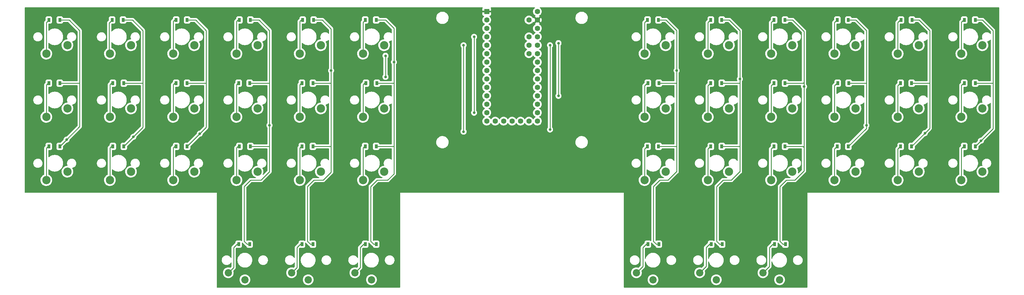
<source format=gtl>
G04 #@! TF.GenerationSoftware,KiCad,Pcbnew,(6.0.7)*
G04 #@! TF.CreationDate,2022-10-12T10:08:00+02:00*
G04 #@! TF.ProjectId,cmdr_mainboard,636d6472-5f6d-4616-996e-626f6172642e,rev?*
G04 #@! TF.SameCoordinates,Original*
G04 #@! TF.FileFunction,Copper,L1,Top*
G04 #@! TF.FilePolarity,Positive*
%FSLAX46Y46*%
G04 Gerber Fmt 4.6, Leading zero omitted, Abs format (unit mm)*
G04 Created by KiCad (PCBNEW (6.0.7)) date 2022-10-12 10:08:00*
%MOMM*%
%LPD*%
G01*
G04 APERTURE LIST*
G04 #@! TA.AperFunction,ComponentPad*
%ADD10C,2.500000*%
G04 #@! TD*
G04 #@! TA.AperFunction,SMDPad,CuDef*
%ADD11R,0.900000X1.200000*%
G04 #@! TD*
G04 #@! TA.AperFunction,ComponentPad*
%ADD12R,1.600000X1.600000*%
G04 #@! TD*
G04 #@! TA.AperFunction,ComponentPad*
%ADD13C,1.600000*%
G04 #@! TD*
G04 #@! TA.AperFunction,ComponentPad*
%ADD14C,2.200000*%
G04 #@! TD*
G04 #@! TA.AperFunction,ViaPad*
%ADD15C,0.800000*%
G04 #@! TD*
G04 #@! TA.AperFunction,Conductor*
%ADD16C,0.250000*%
G04 #@! TD*
G04 APERTURE END LIST*
D10*
X351790000Y-139700000D03*
X345440000Y-142240000D03*
D11*
X254380000Y-132080000D03*
X251080000Y-132080000D03*
D10*
X95463180Y-158750000D03*
X89113180Y-161290000D03*
D12*
X202565000Y-110490000D03*
D13*
X202565000Y-113030000D03*
X202565000Y-115570000D03*
X202565000Y-118110000D03*
X202565000Y-120650000D03*
X202565000Y-123190000D03*
X202565000Y-125730000D03*
X202565000Y-128270000D03*
X202565000Y-130810000D03*
X202565000Y-133350000D03*
X202565000Y-135890000D03*
X202565000Y-138430000D03*
X202565000Y-140970000D03*
X202565000Y-143510000D03*
X205105000Y-143510000D03*
X207645000Y-143510000D03*
X210185000Y-143510000D03*
X212725000Y-143510000D03*
X215265000Y-143510000D03*
X217805000Y-143510000D03*
X217805000Y-140970000D03*
X217805000Y-138430000D03*
X217805000Y-135890000D03*
X217805000Y-133350000D03*
X217805000Y-130810000D03*
X217805000Y-128270000D03*
X217805000Y-125730000D03*
X217805000Y-123190000D03*
X217805000Y-120650000D03*
X217805000Y-118110000D03*
X217805000Y-115570000D03*
X217805000Y-113030000D03*
X217805000Y-110490000D03*
X215265000Y-113030000D03*
X215265000Y-118110000D03*
X215265000Y-120650000D03*
X215265000Y-123190000D03*
D11*
X93090000Y-113030000D03*
X89790000Y-113030000D03*
D10*
X95463180Y-139700000D03*
X89113180Y-142240000D03*
D11*
X254267081Y-113030000D03*
X250967081Y-113030000D03*
X273317081Y-151130000D03*
X270017081Y-151130000D03*
D10*
X256427081Y-120650000D03*
X250077081Y-123190000D03*
X152613180Y-120650000D03*
X146263180Y-123190000D03*
X76327000Y-120650000D03*
X69977000Y-123190000D03*
D11*
X112353180Y-113030000D03*
X109053180Y-113030000D03*
X292480000Y-180594000D03*
X289180000Y-180594000D03*
D10*
X114513180Y-139700000D03*
X108163180Y-142240000D03*
X351790000Y-120650000D03*
X345440000Y-123190000D03*
X133563180Y-120650000D03*
X127213180Y-123190000D03*
X256427081Y-139700000D03*
X250077081Y-142240000D03*
D11*
X74040000Y-113030000D03*
X70740000Y-113030000D03*
X273430000Y-180594000D03*
X270130000Y-180594000D03*
X131403180Y-151130000D03*
X128103180Y-151130000D03*
D10*
X171663180Y-120650000D03*
X165313180Y-123190000D03*
X332627081Y-120650000D03*
X326277081Y-123190000D03*
D14*
X290717081Y-191320000D03*
X285717081Y-189220000D03*
D11*
X131190000Y-132080000D03*
X127890000Y-132080000D03*
D10*
X294527081Y-139700000D03*
X288177081Y-142240000D03*
X294527081Y-120650000D03*
X288177081Y-123190000D03*
D11*
X131190000Y-180594000D03*
X127890000Y-180594000D03*
X311417081Y-151130000D03*
X308117081Y-151130000D03*
D10*
X114513180Y-120650000D03*
X108163180Y-123190000D03*
D11*
X254267081Y-151130000D03*
X250967081Y-151130000D03*
X273317081Y-132080000D03*
X270017081Y-132080000D03*
X169503180Y-132080000D03*
X166203180Y-132080000D03*
X93303180Y-151130000D03*
X90003180Y-151130000D03*
X349630000Y-151130000D03*
X346330000Y-151130000D03*
X169290000Y-180594000D03*
X165990000Y-180594000D03*
D10*
X332627081Y-139700000D03*
X326277081Y-142240000D03*
D11*
X112353180Y-151130000D03*
X109053180Y-151130000D03*
X74040000Y-132080000D03*
X70740000Y-132080000D03*
X292367081Y-113030000D03*
X289067081Y-113030000D03*
D10*
X275477081Y-158750000D03*
X269127081Y-161290000D03*
X152613180Y-139700000D03*
X146263180Y-142240000D03*
D14*
X129753180Y-191320000D03*
X124753180Y-189220000D03*
X148803180Y-191320000D03*
X143803180Y-189220000D03*
D10*
X313577081Y-120650000D03*
X307227081Y-123190000D03*
D14*
X271667081Y-191320000D03*
X266667081Y-189220000D03*
D11*
X169290000Y-113030000D03*
X165990000Y-113030000D03*
D10*
X313577081Y-139700000D03*
X307227081Y-142240000D03*
X76327000Y-139700000D03*
X69977000Y-142240000D03*
D11*
X169290000Y-151130000D03*
X165990000Y-151130000D03*
X254380000Y-180594000D03*
X251080000Y-180594000D03*
D10*
X351790000Y-158750000D03*
X345440000Y-161290000D03*
D11*
X150240000Y-180594000D03*
X146940000Y-180594000D03*
D10*
X332627081Y-158750000D03*
X326277081Y-161290000D03*
X152613180Y-158750000D03*
X146263180Y-161290000D03*
D11*
X131403180Y-113030000D03*
X128103180Y-113030000D03*
D10*
X171663180Y-158750000D03*
X165313180Y-161290000D03*
X294527081Y-158750000D03*
X288177081Y-161290000D03*
D11*
X330580000Y-113030000D03*
X327280000Y-113030000D03*
D10*
X275477081Y-120650000D03*
X269127081Y-123190000D03*
D11*
X150240000Y-132080000D03*
X146940000Y-132080000D03*
D10*
X313577081Y-158750000D03*
X307227081Y-161290000D03*
D14*
X167853180Y-191320000D03*
X162853180Y-189220000D03*
D10*
X256427081Y-158750000D03*
X250077081Y-161290000D03*
X133563180Y-158750000D03*
X127213180Y-161290000D03*
D11*
X311417081Y-113030000D03*
X308117081Y-113030000D03*
D10*
X76327000Y-158750000D03*
X69977000Y-161290000D03*
D11*
X292367081Y-151130000D03*
X289067081Y-151130000D03*
X311530000Y-132080000D03*
X308230000Y-132080000D03*
X349630000Y-113030000D03*
X346330000Y-113030000D03*
X292367081Y-132080000D03*
X289067081Y-132080000D03*
X93303180Y-132080000D03*
X90003180Y-132080000D03*
X74040000Y-151130000D03*
X70740000Y-151130000D03*
X150240000Y-151130000D03*
X146940000Y-151130000D03*
X273317081Y-113030000D03*
X270017081Y-113030000D03*
X150453180Y-113030000D03*
X147153180Y-113030000D03*
D10*
X133563180Y-139700000D03*
X127213180Y-142240000D03*
X171663180Y-139700000D03*
X165313180Y-142240000D03*
X114513180Y-158750000D03*
X108163180Y-161290000D03*
D11*
X330467081Y-132080000D03*
X327167081Y-132080000D03*
X112353180Y-132080000D03*
X109053180Y-132080000D03*
D14*
X252617081Y-191320000D03*
X247617081Y-189220000D03*
D10*
X95463180Y-120650000D03*
X89113180Y-123190000D03*
X275477081Y-139700000D03*
X269127081Y-142240000D03*
D11*
X330467081Y-151130000D03*
X327167081Y-151130000D03*
X349630000Y-132080000D03*
X346330000Y-132080000D03*
D15*
X76072500Y-149097500D03*
X96181590Y-148251590D03*
X116184090Y-147299090D03*
X137160000Y-144780000D03*
X155711608Y-128270000D03*
X174625000Y-125730000D03*
X259715000Y-128270000D03*
X278765000Y-130810000D03*
X298082616Y-133082384D03*
X316865000Y-144780000D03*
X334461040Y-147136040D03*
X351345000Y-149415000D03*
X200025000Y-119380000D03*
X220345000Y-132080000D03*
X220345000Y-142240000D03*
X220345000Y-115570000D03*
X220345000Y-111125000D03*
X200025000Y-124460000D03*
X162560000Y-142240000D03*
X220345000Y-124460000D03*
X220345000Y-139700000D03*
X168910000Y-142240000D03*
X200025000Y-129540000D03*
X220345000Y-137160000D03*
X200025000Y-111125000D03*
X304165000Y-142240000D03*
X208280000Y-120650000D03*
X200025000Y-132080000D03*
X200025000Y-137160000D03*
X220345000Y-134620000D03*
X208280000Y-140970000D03*
X290830000Y-142240000D03*
X200025000Y-121920000D03*
X220345000Y-129540000D03*
X271780000Y-142240000D03*
X252730000Y-142240000D03*
X208280000Y-115570000D03*
X208280000Y-118110000D03*
X200025000Y-134620000D03*
X149225000Y-142240000D03*
X200025000Y-114300000D03*
X200025000Y-127000000D03*
X224155000Y-120015000D03*
X224155000Y-135890000D03*
X172085000Y-123825000D03*
X172085000Y-130175000D03*
X221615000Y-146050000D03*
X198755000Y-118110000D03*
X221615000Y-120650000D03*
X198755000Y-140970000D03*
X195580000Y-146685000D03*
X195580000Y-120650000D03*
D16*
X70740000Y-132080000D02*
X70485000Y-132080000D01*
X69977000Y-132588000D02*
X69977000Y-142240000D01*
X70485000Y-132080000D02*
X69977000Y-132588000D01*
X70485000Y-151130000D02*
X69977000Y-151638000D01*
X70740000Y-151130000D02*
X70485000Y-151130000D01*
X69977000Y-151638000D02*
X69977000Y-161290000D01*
X88900000Y-113920000D02*
X88900000Y-122976820D01*
X88900000Y-122976820D02*
X89113180Y-123190000D01*
X89790000Y-113030000D02*
X88900000Y-113920000D01*
X74040000Y-132080000D02*
X80010000Y-132080000D01*
X80010000Y-132080000D02*
X80010000Y-145160000D01*
X76835000Y-113030000D02*
X80010000Y-116205000D01*
X74040000Y-113030000D02*
X76835000Y-113030000D01*
X76072500Y-149097500D02*
X74040000Y-151130000D01*
X80010000Y-116205000D02*
X80010000Y-132080000D01*
X80010000Y-145160000D02*
X76072500Y-149097500D01*
X69977000Y-113793000D02*
X69977000Y-123190000D01*
X70740000Y-113030000D02*
X69977000Y-113793000D01*
X89113180Y-151551820D02*
X89113180Y-161290000D01*
X90003180Y-151130000D02*
X89535000Y-151130000D01*
X89535000Y-151130000D02*
X89113180Y-151551820D01*
X109053180Y-113030000D02*
X108585000Y-113030000D01*
X108163180Y-113451820D02*
X108163180Y-123190000D01*
X108585000Y-113030000D02*
X108163180Y-113451820D01*
X108163180Y-132501820D02*
X108163180Y-142240000D01*
X108585000Y-132080000D02*
X108163180Y-132501820D01*
X109053180Y-132080000D02*
X108585000Y-132080000D01*
X96181590Y-148251590D02*
X93303180Y-151130000D01*
X93090000Y-113030000D02*
X95885000Y-113030000D01*
X99060000Y-132080000D02*
X99060000Y-145373180D01*
X99060000Y-116205000D02*
X99060000Y-132080000D01*
X93303180Y-132080000D02*
X99060000Y-132080000D01*
X99060000Y-145373180D02*
X96181590Y-148251590D01*
X95885000Y-113030000D02*
X99060000Y-116205000D01*
X90003180Y-132080000D02*
X89535000Y-132080000D01*
X89113180Y-132501820D02*
X89113180Y-142240000D01*
X89535000Y-132080000D02*
X89113180Y-132501820D01*
X128103180Y-113030000D02*
X127635000Y-113030000D01*
X127213180Y-113451820D02*
X127213180Y-123190000D01*
X127635000Y-113030000D02*
X127213180Y-113451820D01*
X127213180Y-132501820D02*
X127213180Y-142240000D01*
X127890000Y-132080000D02*
X127635000Y-132080000D01*
X127635000Y-132080000D02*
X127213180Y-132501820D01*
X128103180Y-151130000D02*
X127635000Y-151130000D01*
X127213180Y-151551820D02*
X127213180Y-161290000D01*
X127635000Y-151130000D02*
X127213180Y-151551820D01*
X109053180Y-151130000D02*
X108585000Y-151130000D01*
X108585000Y-151130000D02*
X108163180Y-151551820D01*
X108163180Y-151551820D02*
X108163180Y-161290000D01*
X118110000Y-116205000D02*
X118110000Y-132080000D01*
X112353180Y-132080000D02*
X118110000Y-132080000D01*
X118110000Y-132080000D02*
X118110000Y-145373180D01*
X118110000Y-145373180D02*
X116184090Y-147299090D01*
X112353180Y-113030000D02*
X114935000Y-113030000D01*
X116184090Y-147299090D02*
X112353180Y-151130000D01*
X114935000Y-113030000D02*
X118110000Y-116205000D01*
X127381000Y-180594000D02*
X126365000Y-181610000D01*
X126365000Y-181610000D02*
X126365000Y-187608180D01*
X126365000Y-187608180D02*
X124753180Y-189220000D01*
X127890000Y-180594000D02*
X127381000Y-180594000D01*
X146940000Y-132080000D02*
X146685000Y-132080000D01*
X146263180Y-132501820D02*
X146263180Y-142240000D01*
X146685000Y-132080000D02*
X146263180Y-132501820D01*
X146685000Y-151130000D02*
X146263180Y-151551820D01*
X146940000Y-151130000D02*
X146685000Y-151130000D01*
X146263180Y-151551820D02*
X146263180Y-161290000D01*
X145415000Y-187608180D02*
X143803180Y-189220000D01*
X145415000Y-181610000D02*
X145415000Y-187608180D01*
X146940000Y-180594000D02*
X146431000Y-180594000D01*
X146431000Y-180594000D02*
X145415000Y-181610000D01*
X165313180Y-113706820D02*
X165313180Y-123190000D01*
X165990000Y-113030000D02*
X165313180Y-113706820D01*
X133985000Y-113030000D02*
X137160000Y-116205000D01*
X137160000Y-132080000D02*
X137160000Y-144780000D01*
X131190000Y-180594000D02*
X130429000Y-180594000D01*
X130429000Y-180594000D02*
X129540000Y-179705000D01*
X137160000Y-116205000D02*
X137160000Y-132080000D01*
X131445000Y-161290000D02*
X134620000Y-161290000D01*
X134620000Y-161290000D02*
X137160000Y-158750000D01*
X131403180Y-113030000D02*
X133985000Y-113030000D01*
X131403180Y-151130000D02*
X137160000Y-151130000D01*
X137160000Y-144780000D02*
X137160000Y-151130000D01*
X129540000Y-163195000D02*
X131445000Y-161290000D01*
X131190000Y-132080000D02*
X137160000Y-132080000D01*
X129540000Y-179705000D02*
X129540000Y-163195000D01*
X137160000Y-158750000D02*
X137160000Y-151130000D01*
X146263180Y-113451820D02*
X146263180Y-123190000D01*
X147153180Y-113030000D02*
X146685000Y-113030000D01*
X146685000Y-113030000D02*
X146263180Y-113451820D01*
X165735000Y-151130000D02*
X165313180Y-151551820D01*
X165990000Y-151130000D02*
X165735000Y-151130000D01*
X165313180Y-151551820D02*
X165313180Y-161290000D01*
X164465000Y-181610000D02*
X164465000Y-187608180D01*
X165481000Y-180594000D02*
X164465000Y-181610000D01*
X164465000Y-187608180D02*
X162853180Y-189220000D01*
X165990000Y-180594000D02*
X165481000Y-180594000D01*
X250967081Y-113030000D02*
X250825000Y-113030000D01*
X250077081Y-113777919D02*
X250077081Y-123190000D01*
X250825000Y-113030000D02*
X250077081Y-113777919D01*
X149479000Y-180594000D02*
X148590000Y-179705000D01*
X150240000Y-151130000D02*
X155575000Y-151130000D01*
X148590000Y-163195000D02*
X150495000Y-161290000D01*
X155711608Y-115706608D02*
X153035000Y-113030000D01*
X155711608Y-128270000D02*
X155711608Y-115706608D01*
X155575000Y-151130000D02*
X155711608Y-150993392D01*
X155711608Y-132216608D02*
X155711608Y-150993392D01*
X150240000Y-132080000D02*
X155575000Y-132080000D01*
X155711608Y-128270000D02*
X155711608Y-132216608D01*
X153311731Y-161290000D02*
X155711608Y-158890123D01*
X148590000Y-179705000D02*
X148590000Y-163195000D01*
X155575000Y-132080000D02*
X155711608Y-132216608D01*
X150495000Y-161290000D02*
X153311731Y-161290000D01*
X150240000Y-180594000D02*
X149479000Y-180594000D01*
X153035000Y-113030000D02*
X150453180Y-113030000D01*
X155711608Y-158890123D02*
X155711608Y-150993392D01*
X165313180Y-132501820D02*
X165313180Y-142240000D01*
X166203180Y-132080000D02*
X165735000Y-132080000D01*
X165735000Y-132080000D02*
X165313180Y-132501820D01*
X250825000Y-151130000D02*
X250077081Y-151877919D01*
X250077081Y-151877919D02*
X250077081Y-161290000D01*
X250967081Y-151130000D02*
X250825000Y-151130000D01*
X250571000Y-180594000D02*
X249555000Y-181610000D01*
X251080000Y-180594000D02*
X250571000Y-180594000D01*
X249555000Y-181610000D02*
X249555000Y-187282081D01*
X249555000Y-187282081D02*
X247617081Y-189220000D01*
X270017081Y-113030000D02*
X269875000Y-113030000D01*
X269127081Y-113777919D02*
X269127081Y-123190000D01*
X269875000Y-113030000D02*
X269127081Y-113777919D01*
X169290000Y-151130000D02*
X174625000Y-151130000D01*
X174625000Y-125730000D02*
X174625000Y-132080000D01*
X172720000Y-161290000D02*
X174625000Y-159385000D01*
X167640000Y-179705000D02*
X167640000Y-163195000D01*
X168529000Y-180594000D02*
X167640000Y-179705000D01*
X169290000Y-180594000D02*
X168529000Y-180594000D01*
X172085000Y-113030000D02*
X169290000Y-113030000D01*
X169545000Y-161290000D02*
X172720000Y-161290000D01*
X174625000Y-115570000D02*
X172085000Y-113030000D01*
X167640000Y-163195000D02*
X169545000Y-161290000D01*
X174625000Y-159385000D02*
X174625000Y-151130000D01*
X174625000Y-125730000D02*
X174625000Y-115570000D01*
X174625000Y-132080000D02*
X174625000Y-151130000D01*
X169503180Y-132080000D02*
X174625000Y-132080000D01*
X269875000Y-151130000D02*
X269127081Y-151877919D01*
X269127081Y-151877919D02*
X269127081Y-161290000D01*
X270017081Y-151130000D02*
X269875000Y-151130000D01*
X269621000Y-180594000D02*
X268605000Y-181610000D01*
X268605000Y-187282081D02*
X266667081Y-189220000D01*
X270130000Y-180594000D02*
X269621000Y-180594000D01*
X268605000Y-181610000D02*
X268605000Y-187282081D01*
X289067081Y-113030000D02*
X288925000Y-113030000D01*
X288925000Y-113030000D02*
X288177081Y-113777919D01*
X288177081Y-113777919D02*
X288177081Y-123190000D01*
X289067081Y-132080000D02*
X288925000Y-132080000D01*
X288925000Y-132080000D02*
X288177081Y-132827919D01*
X288177081Y-132827919D02*
X288177081Y-142240000D01*
X259715000Y-150495000D02*
X259715000Y-156845000D01*
X259715000Y-132080000D02*
X259715000Y-150495000D01*
X254380000Y-180594000D02*
X253619000Y-180594000D01*
X259715000Y-127635000D02*
X259715000Y-116205000D01*
X259715000Y-128270000D02*
X259715000Y-132080000D01*
X259715000Y-158700632D02*
X259715000Y-156845000D01*
X259715000Y-156845000D02*
X259715000Y-158750000D01*
X254635000Y-161290000D02*
X257125632Y-161290000D01*
X259715000Y-116205000D02*
X256540000Y-113030000D01*
X252730000Y-179705000D02*
X252730000Y-163195000D01*
X257125632Y-161290000D02*
X259715000Y-158700632D01*
X254267081Y-151130000D02*
X259715000Y-151130000D01*
X253619000Y-180594000D02*
X252730000Y-179705000D01*
X252730000Y-163195000D02*
X254635000Y-161290000D01*
X259715000Y-151130000D02*
X259715000Y-150495000D01*
X256540000Y-113030000D02*
X254267081Y-113030000D01*
X259715000Y-127635000D02*
X259715000Y-128270000D01*
X254380000Y-132080000D02*
X259715000Y-132080000D01*
X287655000Y-187282081D02*
X285717081Y-189220000D01*
X288671000Y-180594000D02*
X287655000Y-181610000D01*
X287655000Y-181610000D02*
X287655000Y-187282081D01*
X289180000Y-180594000D02*
X288671000Y-180594000D01*
X308117081Y-113030000D02*
X307975000Y-113030000D01*
X307227081Y-113777919D02*
X307227081Y-123190000D01*
X307975000Y-113030000D02*
X307227081Y-113777919D01*
X308230000Y-132080000D02*
X307975000Y-132080000D01*
X307227081Y-132827919D02*
X307227081Y-142240000D01*
X307975000Y-132080000D02*
X307227081Y-132827919D01*
X308117081Y-151130000D02*
X307975000Y-151130000D01*
X307975000Y-151130000D02*
X307227081Y-151877919D01*
X307227081Y-151877919D02*
X307227081Y-161290000D01*
X273317081Y-113030000D02*
X275590000Y-113030000D01*
X278765000Y-158700632D02*
X278765000Y-158115000D01*
X273317081Y-132080000D02*
X278765000Y-132080000D01*
X275590000Y-113030000D02*
X278765000Y-116205000D01*
X273685000Y-161290000D02*
X276175632Y-161290000D01*
X278765000Y-132080000D02*
X278765000Y-151130000D01*
X273317081Y-151130000D02*
X278765000Y-151130000D01*
X278765000Y-151130000D02*
X278765000Y-158115000D01*
X278765000Y-158115000D02*
X278765000Y-158750000D01*
X272669000Y-180594000D02*
X271780000Y-179705000D01*
X271780000Y-163195000D02*
X273685000Y-161290000D01*
X278765000Y-116205000D02*
X278765000Y-130810000D01*
X271780000Y-179705000D02*
X271780000Y-163195000D01*
X276175632Y-161290000D02*
X278765000Y-158700632D01*
X273430000Y-180594000D02*
X272669000Y-180594000D01*
X278765000Y-130810000D02*
X278765000Y-132080000D01*
X251080000Y-132080000D02*
X250825000Y-132080000D01*
X250825000Y-132080000D02*
X250077081Y-132827919D01*
X250077081Y-132827919D02*
X250077081Y-142240000D01*
X327167081Y-132080000D02*
X327025000Y-132080000D01*
X326277081Y-132827919D02*
X326277081Y-142240000D01*
X327025000Y-132080000D02*
X326277081Y-132827919D01*
X327025000Y-151130000D02*
X326277081Y-151877919D01*
X326277081Y-151877919D02*
X326277081Y-161290000D01*
X327167081Y-151130000D02*
X327025000Y-151130000D01*
X346330000Y-113030000D02*
X346075000Y-113030000D01*
X345440000Y-113665000D02*
X345440000Y-123190000D01*
X346075000Y-113030000D02*
X345440000Y-113665000D01*
X345440000Y-132715000D02*
X345440000Y-142240000D01*
X346075000Y-132080000D02*
X345440000Y-132715000D01*
X346330000Y-132080000D02*
X346075000Y-132080000D01*
X297715232Y-151130000D02*
X298082616Y-151497384D01*
X298082616Y-133082384D02*
X298082616Y-151497384D01*
X292367081Y-151130000D02*
X297715232Y-151130000D01*
X298082616Y-116472616D02*
X298082616Y-131812384D01*
X292367081Y-132080000D02*
X297815000Y-132080000D01*
X295275000Y-161290000D02*
X298082616Y-158482384D01*
X298082616Y-158482384D02*
X298082616Y-151497384D01*
X290830000Y-163195000D02*
X292735000Y-161290000D01*
X292480000Y-180594000D02*
X291719000Y-180594000D01*
X290830000Y-179705000D02*
X290830000Y-163195000D01*
X297815000Y-132080000D02*
X298082616Y-131812384D01*
X294640000Y-113030000D02*
X298082616Y-116472616D01*
X292367081Y-113030000D02*
X294640000Y-113030000D01*
X292735000Y-161290000D02*
X295275000Y-161290000D01*
X298082616Y-131812384D02*
X298082616Y-133082384D01*
X291719000Y-180594000D02*
X290830000Y-179705000D01*
X269127081Y-132827919D02*
X269127081Y-142240000D01*
X270017081Y-132080000D02*
X269875000Y-132080000D01*
X269875000Y-132080000D02*
X269127081Y-132827919D01*
X288925000Y-151130000D02*
X288177081Y-151877919D01*
X289067081Y-151130000D02*
X288925000Y-151130000D01*
X288177081Y-151877919D02*
X288177081Y-161290000D01*
X327280000Y-113030000D02*
X327025000Y-113030000D01*
X327025000Y-113030000D02*
X326277081Y-113777919D01*
X326277081Y-113777919D02*
X326277081Y-123190000D01*
X316865000Y-132080000D02*
X316865000Y-144780000D01*
X311417081Y-113030000D02*
X313690000Y-113030000D01*
X316865000Y-144780000D02*
X316865000Y-145682081D01*
X313690000Y-113030000D02*
X316865000Y-116205000D01*
X311530000Y-132080000D02*
X316865000Y-132080000D01*
X316865000Y-145682081D02*
X311417081Y-151130000D01*
X316865000Y-116205000D02*
X316865000Y-132080000D01*
X345440000Y-151765000D02*
X345440000Y-161290000D01*
X346075000Y-151130000D02*
X345440000Y-151765000D01*
X346330000Y-151130000D02*
X346075000Y-151130000D01*
X335915000Y-132080000D02*
X335915000Y-145682081D01*
X335915000Y-116205000D02*
X335915000Y-132080000D01*
X332740000Y-113030000D02*
X335915000Y-116205000D01*
X334461040Y-147136040D02*
X330467081Y-151130000D01*
X330580000Y-113030000D02*
X332740000Y-113030000D01*
X330467081Y-132080000D02*
X335915000Y-132080000D01*
X335915000Y-145682081D02*
X334461040Y-147136040D01*
X354965000Y-116205000D02*
X354965000Y-132080000D01*
X354965000Y-145795000D02*
X351345000Y-149415000D01*
X349630000Y-113030000D02*
X351790000Y-113030000D01*
X349630000Y-132080000D02*
X354965000Y-132080000D01*
X351345000Y-149415000D02*
X349630000Y-151130000D01*
X354965000Y-132080000D02*
X354965000Y-145795000D01*
X351790000Y-113030000D02*
X354965000Y-116205000D01*
X172085000Y-123825000D02*
X172085000Y-130175000D01*
X224155000Y-135890000D02*
X224155000Y-120015000D01*
X221615000Y-146050000D02*
X221615000Y-120650000D01*
X198755000Y-140970000D02*
X198755000Y-118110000D01*
X195580000Y-146685000D02*
X195580000Y-120650000D01*
G04 #@! TA.AperFunction,Conductor*
G36*
X201298591Y-109240002D02*
G01*
X201345084Y-109293658D01*
X201355188Y-109363932D01*
X201331296Y-109421565D01*
X201320214Y-109436352D01*
X201311676Y-109451946D01*
X201266522Y-109572394D01*
X201262895Y-109587649D01*
X201257369Y-109638514D01*
X201257000Y-109645328D01*
X201257000Y-110217885D01*
X201261475Y-110233124D01*
X201262865Y-110234329D01*
X201270548Y-110236000D01*
X203854884Y-110236000D01*
X203870123Y-110231525D01*
X203871328Y-110230135D01*
X203872999Y-110222452D01*
X203872999Y-109645331D01*
X203872629Y-109638510D01*
X203867105Y-109587648D01*
X203863479Y-109572396D01*
X203818324Y-109451946D01*
X203809786Y-109436352D01*
X203798704Y-109421565D01*
X203773856Y-109355059D01*
X203788909Y-109285677D01*
X203839083Y-109235446D01*
X203899530Y-109220000D01*
X216937827Y-109220000D01*
X217005948Y-109240002D01*
X217052441Y-109293658D01*
X217062545Y-109363932D01*
X217033051Y-109428512D01*
X217010098Y-109449213D01*
X216965211Y-109480643D01*
X216965208Y-109480645D01*
X216960700Y-109483802D01*
X216798802Y-109645700D01*
X216795645Y-109650208D01*
X216795643Y-109650211D01*
X216741790Y-109727121D01*
X216667477Y-109833251D01*
X216665154Y-109838233D01*
X216665151Y-109838238D01*
X216573039Y-110035775D01*
X216570716Y-110040757D01*
X216569294Y-110046065D01*
X216569293Y-110046067D01*
X216519972Y-110230135D01*
X216511457Y-110261913D01*
X216491502Y-110490000D01*
X216511457Y-110718087D01*
X216512881Y-110723400D01*
X216512881Y-110723402D01*
X216522031Y-110757548D01*
X216570716Y-110939243D01*
X216573039Y-110944224D01*
X216573039Y-110944225D01*
X216665151Y-111141762D01*
X216665154Y-111141767D01*
X216667477Y-111146749D01*
X216798802Y-111334300D01*
X216960700Y-111496198D01*
X216965208Y-111499355D01*
X216965211Y-111499357D01*
X217006195Y-111528054D01*
X217148251Y-111627523D01*
X217153233Y-111629846D01*
X217153238Y-111629849D01*
X217188049Y-111646081D01*
X217241334Y-111692998D01*
X217260795Y-111761275D01*
X217240253Y-111829235D01*
X217188049Y-111874471D01*
X217153489Y-111890586D01*
X217143994Y-111896069D01*
X217091952Y-111932509D01*
X217083576Y-111942988D01*
X217090644Y-111956434D01*
X217792188Y-112657978D01*
X217806132Y-112665592D01*
X217807965Y-112665461D01*
X217814580Y-112661210D01*
X218520077Y-111955713D01*
X218526507Y-111943938D01*
X218517211Y-111931923D01*
X218466006Y-111896069D01*
X218456511Y-111890586D01*
X218421951Y-111874471D01*
X218368666Y-111827554D01*
X218349205Y-111759277D01*
X218369747Y-111691317D01*
X218421951Y-111646081D01*
X218456762Y-111629849D01*
X218456767Y-111629846D01*
X218461749Y-111627523D01*
X218603805Y-111528054D01*
X218644789Y-111499357D01*
X218644792Y-111499355D01*
X218649300Y-111496198D01*
X218811198Y-111334300D01*
X218942523Y-111146749D01*
X218944846Y-111141767D01*
X218944849Y-111141762D01*
X219036961Y-110944225D01*
X219036961Y-110944224D01*
X219039284Y-110939243D01*
X219087970Y-110757548D01*
X219097119Y-110723402D01*
X219097119Y-110723400D01*
X219098543Y-110718087D01*
X219118498Y-110490000D01*
X219098543Y-110261913D01*
X219090028Y-110230135D01*
X219040707Y-110046067D01*
X219040706Y-110046065D01*
X219039284Y-110040757D01*
X219036961Y-110035775D01*
X218944849Y-109838238D01*
X218944846Y-109838233D01*
X218942523Y-109833251D01*
X218868210Y-109727121D01*
X218814357Y-109650211D01*
X218814355Y-109650208D01*
X218811198Y-109645700D01*
X218649300Y-109483802D01*
X218644792Y-109480645D01*
X218644789Y-109480643D01*
X218599902Y-109449213D01*
X218555574Y-109393756D01*
X218548265Y-109323136D01*
X218580296Y-109259776D01*
X218641497Y-109223791D01*
X218672173Y-109220000D01*
X356744000Y-109220000D01*
X356812121Y-109240002D01*
X356858614Y-109293658D01*
X356870000Y-109346000D01*
X356870000Y-164974000D01*
X356849998Y-165042121D01*
X356796342Y-165088614D01*
X356744000Y-165100000D01*
X299085000Y-165100000D01*
X299085000Y-193549000D01*
X299064998Y-193617121D01*
X299011342Y-193663614D01*
X298959000Y-193675000D01*
X243966000Y-193675000D01*
X243897879Y-193654998D01*
X243851386Y-193601342D01*
X243840000Y-193549000D01*
X243840000Y-191320000D01*
X251003607Y-191320000D01*
X251023472Y-191572403D01*
X251082576Y-191818591D01*
X251179465Y-192052502D01*
X251311753Y-192268376D01*
X251476183Y-192460898D01*
X251668705Y-192625328D01*
X251884579Y-192757616D01*
X251889149Y-192759509D01*
X251889153Y-192759511D01*
X252113917Y-192852611D01*
X252118490Y-192854505D01*
X252203113Y-192874821D01*
X252359865Y-192912454D01*
X252359871Y-192912455D01*
X252364678Y-192913609D01*
X252617081Y-192933474D01*
X252869484Y-192913609D01*
X252874291Y-192912455D01*
X252874297Y-192912454D01*
X253031049Y-192874821D01*
X253115672Y-192854505D01*
X253120245Y-192852611D01*
X253345009Y-192759511D01*
X253345013Y-192759509D01*
X253349583Y-192757616D01*
X253565457Y-192625328D01*
X253757979Y-192460898D01*
X253922409Y-192268376D01*
X254054697Y-192052502D01*
X254151586Y-191818591D01*
X254210690Y-191572403D01*
X254230555Y-191320000D01*
X270053607Y-191320000D01*
X270073472Y-191572403D01*
X270132576Y-191818591D01*
X270229465Y-192052502D01*
X270361753Y-192268376D01*
X270526183Y-192460898D01*
X270718705Y-192625328D01*
X270934579Y-192757616D01*
X270939149Y-192759509D01*
X270939153Y-192759511D01*
X271163917Y-192852611D01*
X271168490Y-192854505D01*
X271253113Y-192874821D01*
X271409865Y-192912454D01*
X271409871Y-192912455D01*
X271414678Y-192913609D01*
X271667081Y-192933474D01*
X271919484Y-192913609D01*
X271924291Y-192912455D01*
X271924297Y-192912454D01*
X272081049Y-192874821D01*
X272165672Y-192854505D01*
X272170245Y-192852611D01*
X272395009Y-192759511D01*
X272395013Y-192759509D01*
X272399583Y-192757616D01*
X272615457Y-192625328D01*
X272807979Y-192460898D01*
X272972409Y-192268376D01*
X273104697Y-192052502D01*
X273201586Y-191818591D01*
X273260690Y-191572403D01*
X273280555Y-191320000D01*
X289103607Y-191320000D01*
X289123472Y-191572403D01*
X289182576Y-191818591D01*
X289279465Y-192052502D01*
X289411753Y-192268376D01*
X289576183Y-192460898D01*
X289768705Y-192625328D01*
X289984579Y-192757616D01*
X289989149Y-192759509D01*
X289989153Y-192759511D01*
X290213917Y-192852611D01*
X290218490Y-192854505D01*
X290303113Y-192874821D01*
X290459865Y-192912454D01*
X290459871Y-192912455D01*
X290464678Y-192913609D01*
X290717081Y-192933474D01*
X290969484Y-192913609D01*
X290974291Y-192912455D01*
X290974297Y-192912454D01*
X291131049Y-192874821D01*
X291215672Y-192854505D01*
X291220245Y-192852611D01*
X291445009Y-192759511D01*
X291445013Y-192759509D01*
X291449583Y-192757616D01*
X291665457Y-192625328D01*
X291857979Y-192460898D01*
X292022409Y-192268376D01*
X292154697Y-192052502D01*
X292251586Y-191818591D01*
X292310690Y-191572403D01*
X292330555Y-191320000D01*
X292310690Y-191067597D01*
X292251586Y-190821409D01*
X292224352Y-190755660D01*
X292156592Y-190592072D01*
X292156590Y-190592068D01*
X292154697Y-190587498D01*
X292022409Y-190371624D01*
X291857979Y-190179102D01*
X291665457Y-190014672D01*
X291449583Y-189882384D01*
X291445013Y-189880491D01*
X291445009Y-189880489D01*
X291220245Y-189787389D01*
X291220243Y-189787388D01*
X291215672Y-189785495D01*
X291131049Y-189765179D01*
X290974297Y-189727546D01*
X290974291Y-189727545D01*
X290969484Y-189726391D01*
X290717081Y-189706526D01*
X290464678Y-189726391D01*
X290459871Y-189727545D01*
X290459865Y-189727546D01*
X290303113Y-189765179D01*
X290218490Y-189785495D01*
X290213919Y-189787388D01*
X290213917Y-189787389D01*
X289989153Y-189880489D01*
X289989149Y-189880491D01*
X289984579Y-189882384D01*
X289768705Y-190014672D01*
X289576183Y-190179102D01*
X289411753Y-190371624D01*
X289279465Y-190587498D01*
X289277572Y-190592068D01*
X289277570Y-190592072D01*
X289209810Y-190755660D01*
X289182576Y-190821409D01*
X289123472Y-191067597D01*
X289103607Y-191320000D01*
X273280555Y-191320000D01*
X273260690Y-191067597D01*
X273201586Y-190821409D01*
X273174352Y-190755660D01*
X273106592Y-190592072D01*
X273106590Y-190592068D01*
X273104697Y-190587498D01*
X272972409Y-190371624D01*
X272807979Y-190179102D01*
X272615457Y-190014672D01*
X272399583Y-189882384D01*
X272395013Y-189880491D01*
X272395009Y-189880489D01*
X272170245Y-189787389D01*
X272170243Y-189787388D01*
X272165672Y-189785495D01*
X272081049Y-189765179D01*
X271924297Y-189727546D01*
X271924291Y-189727545D01*
X271919484Y-189726391D01*
X271667081Y-189706526D01*
X271414678Y-189726391D01*
X271409871Y-189727545D01*
X271409865Y-189727546D01*
X271253113Y-189765179D01*
X271168490Y-189785495D01*
X271163919Y-189787388D01*
X271163917Y-189787389D01*
X270939153Y-189880489D01*
X270939149Y-189880491D01*
X270934579Y-189882384D01*
X270718705Y-190014672D01*
X270526183Y-190179102D01*
X270361753Y-190371624D01*
X270229465Y-190587498D01*
X270227572Y-190592068D01*
X270227570Y-190592072D01*
X270159810Y-190755660D01*
X270132576Y-190821409D01*
X270073472Y-191067597D01*
X270053607Y-191320000D01*
X254230555Y-191320000D01*
X254210690Y-191067597D01*
X254151586Y-190821409D01*
X254124352Y-190755660D01*
X254056592Y-190592072D01*
X254056590Y-190592068D01*
X254054697Y-190587498D01*
X253922409Y-190371624D01*
X253757979Y-190179102D01*
X253565457Y-190014672D01*
X253349583Y-189882384D01*
X253345013Y-189880491D01*
X253345009Y-189880489D01*
X253120245Y-189787389D01*
X253120243Y-189787388D01*
X253115672Y-189785495D01*
X253031049Y-189765179D01*
X252874297Y-189727546D01*
X252874291Y-189727545D01*
X252869484Y-189726391D01*
X252617081Y-189706526D01*
X252364678Y-189726391D01*
X252359871Y-189727545D01*
X252359865Y-189727546D01*
X252203113Y-189765179D01*
X252118490Y-189785495D01*
X252113919Y-189787388D01*
X252113917Y-189787389D01*
X251889153Y-189880489D01*
X251889149Y-189880491D01*
X251884579Y-189882384D01*
X251668705Y-190014672D01*
X251476183Y-190179102D01*
X251311753Y-190371624D01*
X251179465Y-190587498D01*
X251177572Y-190592068D01*
X251177570Y-190592072D01*
X251109810Y-190755660D01*
X251082576Y-190821409D01*
X251023472Y-191067597D01*
X251003607Y-191320000D01*
X243840000Y-191320000D01*
X243840000Y-189220000D01*
X246003607Y-189220000D01*
X246023472Y-189472403D01*
X246082576Y-189718591D01*
X246084469Y-189723162D01*
X246084470Y-189723164D01*
X246110289Y-189785495D01*
X246179465Y-189952502D01*
X246311753Y-190168376D01*
X246476183Y-190360898D01*
X246668705Y-190525328D01*
X246884579Y-190657616D01*
X246889149Y-190659509D01*
X246889153Y-190659511D01*
X247113917Y-190752611D01*
X247118490Y-190754505D01*
X247203113Y-190774821D01*
X247359865Y-190812454D01*
X247359871Y-190812455D01*
X247364678Y-190813609D01*
X247617081Y-190833474D01*
X247869484Y-190813609D01*
X247874291Y-190812455D01*
X247874297Y-190812454D01*
X248031049Y-190774821D01*
X248115672Y-190754505D01*
X248120245Y-190752611D01*
X248345009Y-190659511D01*
X248345013Y-190659509D01*
X248349583Y-190657616D01*
X248565457Y-190525328D01*
X248757979Y-190360898D01*
X248922409Y-190168376D01*
X249054697Y-189952502D01*
X249123874Y-189785495D01*
X249149692Y-189723164D01*
X249149693Y-189723162D01*
X249151586Y-189718591D01*
X249210690Y-189472403D01*
X249230555Y-189220000D01*
X265053607Y-189220000D01*
X265073472Y-189472403D01*
X265132576Y-189718591D01*
X265134469Y-189723162D01*
X265134470Y-189723164D01*
X265160289Y-189785495D01*
X265229465Y-189952502D01*
X265361753Y-190168376D01*
X265526183Y-190360898D01*
X265718705Y-190525328D01*
X265934579Y-190657616D01*
X265939149Y-190659509D01*
X265939153Y-190659511D01*
X266163917Y-190752611D01*
X266168490Y-190754505D01*
X266253113Y-190774821D01*
X266409865Y-190812454D01*
X266409871Y-190812455D01*
X266414678Y-190813609D01*
X266667081Y-190833474D01*
X266919484Y-190813609D01*
X266924291Y-190812455D01*
X266924297Y-190812454D01*
X267081049Y-190774821D01*
X267165672Y-190754505D01*
X267170245Y-190752611D01*
X267395009Y-190659511D01*
X267395013Y-190659509D01*
X267399583Y-190657616D01*
X267615457Y-190525328D01*
X267807979Y-190360898D01*
X267972409Y-190168376D01*
X268104697Y-189952502D01*
X268173874Y-189785495D01*
X268199692Y-189723164D01*
X268199693Y-189723162D01*
X268201586Y-189718591D01*
X268260690Y-189472403D01*
X268280555Y-189220000D01*
X284103607Y-189220000D01*
X284123472Y-189472403D01*
X284182576Y-189718591D01*
X284184469Y-189723162D01*
X284184470Y-189723164D01*
X284210289Y-189785495D01*
X284279465Y-189952502D01*
X284411753Y-190168376D01*
X284576183Y-190360898D01*
X284768705Y-190525328D01*
X284984579Y-190657616D01*
X284989149Y-190659509D01*
X284989153Y-190659511D01*
X285213917Y-190752611D01*
X285218490Y-190754505D01*
X285303113Y-190774821D01*
X285459865Y-190812454D01*
X285459871Y-190812455D01*
X285464678Y-190813609D01*
X285717081Y-190833474D01*
X285969484Y-190813609D01*
X285974291Y-190812455D01*
X285974297Y-190812454D01*
X286131049Y-190774821D01*
X286215672Y-190754505D01*
X286220245Y-190752611D01*
X286445009Y-190659511D01*
X286445013Y-190659509D01*
X286449583Y-190657616D01*
X286665457Y-190525328D01*
X286857979Y-190360898D01*
X287022409Y-190168376D01*
X287154697Y-189952502D01*
X287223874Y-189785495D01*
X287249692Y-189723164D01*
X287249693Y-189723162D01*
X287251586Y-189718591D01*
X287310690Y-189472403D01*
X287330555Y-189220000D01*
X287310690Y-188967597D01*
X287251586Y-188721409D01*
X287242796Y-188700188D01*
X287235207Y-188629598D01*
X287270110Y-188562875D01*
X288047247Y-187785738D01*
X288055537Y-187778194D01*
X288062018Y-187774081D01*
X288108659Y-187724413D01*
X288111413Y-187721572D01*
X288131134Y-187701851D01*
X288133612Y-187698656D01*
X288141318Y-187689634D01*
X288166158Y-187663182D01*
X288171586Y-187657402D01*
X288181346Y-187639649D01*
X288192199Y-187623126D01*
X288199753Y-187613387D01*
X288204613Y-187607122D01*
X288222176Y-187566538D01*
X288227383Y-187555908D01*
X288248695Y-187517141D01*
X288250666Y-187509464D01*
X288250668Y-187509459D01*
X288253732Y-187497523D01*
X288260138Y-187478811D01*
X288265034Y-187467498D01*
X288268181Y-187460226D01*
X288275097Y-187416562D01*
X288277504Y-187404941D01*
X288286528Y-187369792D01*
X288286528Y-187369791D01*
X288288500Y-187362111D01*
X288288500Y-187341850D01*
X288290051Y-187322139D01*
X288291979Y-187309966D01*
X288293219Y-187302138D01*
X288289059Y-187258127D01*
X288288500Y-187246270D01*
X288288500Y-185935484D01*
X288308502Y-185867363D01*
X288362158Y-185820870D01*
X288432432Y-185810766D01*
X288497012Y-185840260D01*
X288535396Y-185899986D01*
X288537458Y-185907967D01*
X288569658Y-186052021D01*
X288571100Y-186055941D01*
X288571102Y-186055947D01*
X288670663Y-186326548D01*
X288672110Y-186330480D01*
X288674061Y-186334180D01*
X288674063Y-186334185D01*
X288765865Y-186508302D01*
X288810491Y-186592942D01*
X288982369Y-186834797D01*
X289184723Y-187051796D01*
X289413999Y-187240125D01*
X289666169Y-187396477D01*
X289936803Y-187518105D01*
X290063564Y-187555894D01*
X290217146Y-187601679D01*
X290217148Y-187601679D01*
X290221145Y-187602871D01*
X290225265Y-187603524D01*
X290225267Y-187603524D01*
X290331472Y-187620345D01*
X290514200Y-187649286D01*
X290559227Y-187651331D01*
X290605578Y-187653436D01*
X290605597Y-187653436D01*
X290606997Y-187653500D01*
X290792345Y-187653500D01*
X291013137Y-187638835D01*
X291303991Y-187580188D01*
X291509404Y-187509459D01*
X291580570Y-187484955D01*
X291580571Y-187484954D01*
X291584534Y-187483590D01*
X291588277Y-187481716D01*
X291588281Y-187481714D01*
X291846093Y-187352611D01*
X291846095Y-187352610D01*
X291849837Y-187350736D01*
X292095239Y-187183961D01*
X292316427Y-186986196D01*
X292332464Y-186967486D01*
X292471371Y-186805420D01*
X292509517Y-186760914D01*
X292511792Y-186757411D01*
X292668844Y-186515572D01*
X292668846Y-186515569D01*
X292671116Y-186512073D01*
X292798385Y-186244046D01*
X292810739Y-186205569D01*
X292887807Y-185965530D01*
X292887808Y-185965524D01*
X292889087Y-185961542D01*
X292924616Y-185764078D01*
X292940890Y-185673632D01*
X292940891Y-185673627D01*
X292941629Y-185669523D01*
X292946941Y-185552563D01*
X292948325Y-185522089D01*
X294757147Y-185522089D01*
X294793424Y-185759163D01*
X294867935Y-185987129D01*
X294978678Y-186199864D01*
X294981781Y-186203997D01*
X294981783Y-186204000D01*
X295015614Y-186249058D01*
X295122679Y-186391655D01*
X295296071Y-186557352D01*
X295494198Y-186692505D01*
X295711737Y-186793484D01*
X295942849Y-186857576D01*
X296046560Y-186868660D01*
X296135303Y-186878144D01*
X296135311Y-186878144D01*
X296138638Y-186878500D01*
X296277884Y-186878500D01*
X296280457Y-186878288D01*
X296280468Y-186878288D01*
X296450957Y-186864271D01*
X296450963Y-186864270D01*
X296456108Y-186863847D01*
X296572413Y-186834633D01*
X296683706Y-186806679D01*
X296683710Y-186806678D01*
X296688717Y-186805420D01*
X296693447Y-186803364D01*
X296693454Y-186803361D01*
X296903922Y-186711847D01*
X296903925Y-186711845D01*
X296908659Y-186709787D01*
X296912993Y-186706983D01*
X296912997Y-186706981D01*
X297105685Y-186582325D01*
X297105688Y-186582323D01*
X297110028Y-186579515D01*
X297131182Y-186560267D01*
X297283594Y-186421582D01*
X297283595Y-186421580D01*
X297287416Y-186418104D01*
X297290615Y-186414053D01*
X297290619Y-186414049D01*
X297424879Y-186244046D01*
X297436060Y-186229888D01*
X297551968Y-186019922D01*
X297632026Y-185793845D01*
X297632934Y-185788749D01*
X297673179Y-185562816D01*
X297673180Y-185562810D01*
X297674085Y-185557727D01*
X297676290Y-185377290D01*
X297676952Y-185323081D01*
X297676952Y-185323079D01*
X297677015Y-185317911D01*
X297640738Y-185080837D01*
X297566227Y-184852871D01*
X297455484Y-184640136D01*
X297432942Y-184610112D01*
X297314588Y-184452480D01*
X297314586Y-184452477D01*
X297311483Y-184448345D01*
X297138091Y-184282648D01*
X296939964Y-184147495D01*
X296722425Y-184046516D01*
X296491313Y-183982424D01*
X296387602Y-183971340D01*
X296298859Y-183961856D01*
X296298851Y-183961856D01*
X296295524Y-183961500D01*
X296156278Y-183961500D01*
X296153705Y-183961712D01*
X296153694Y-183961712D01*
X295983205Y-183975729D01*
X295983199Y-183975730D01*
X295978054Y-183976153D01*
X295874567Y-184002147D01*
X295750456Y-184033321D01*
X295750452Y-184033322D01*
X295745445Y-184034580D01*
X295740715Y-184036636D01*
X295740708Y-184036639D01*
X295530240Y-184128153D01*
X295530237Y-184128155D01*
X295525503Y-184130213D01*
X295521169Y-184133017D01*
X295521165Y-184133019D01*
X295328477Y-184257675D01*
X295328474Y-184257677D01*
X295324134Y-184260485D01*
X295320311Y-184263964D01*
X295320308Y-184263966D01*
X295250016Y-184327927D01*
X295146746Y-184421896D01*
X295143547Y-184425947D01*
X295143543Y-184425951D01*
X295122592Y-184452480D01*
X294998102Y-184610112D01*
X294882194Y-184820078D01*
X294868840Y-184857789D01*
X294814157Y-185012210D01*
X294802136Y-185046155D01*
X294801229Y-185051248D01*
X294801228Y-185051251D01*
X294780723Y-185166368D01*
X294760077Y-185282273D01*
X294760014Y-185287437D01*
X294757822Y-185466880D01*
X294757147Y-185522089D01*
X292948325Y-185522089D01*
X292954900Y-185377290D01*
X292954900Y-185377285D01*
X292955089Y-185373120D01*
X292950259Y-185317911D01*
X292929594Y-185081707D01*
X292929593Y-185081699D01*
X292929229Y-185077541D01*
X292892886Y-184914951D01*
X292865417Y-184792063D01*
X292865417Y-184792061D01*
X292864504Y-184787979D01*
X292836113Y-184710812D01*
X292763499Y-184513452D01*
X292763497Y-184513448D01*
X292762052Y-184509520D01*
X292714020Y-184418418D01*
X292625624Y-184250762D01*
X292625623Y-184250761D01*
X292623671Y-184247058D01*
X292451793Y-184005203D01*
X292249439Y-183788204D01*
X292020163Y-183599875D01*
X291767993Y-183443523D01*
X291497359Y-183321895D01*
X291324691Y-183270420D01*
X291217016Y-183238321D01*
X291217014Y-183238321D01*
X291213017Y-183237129D01*
X291208897Y-183236476D01*
X291208895Y-183236476D01*
X291089975Y-183217641D01*
X290919962Y-183190714D01*
X290874935Y-183188669D01*
X290828584Y-183186564D01*
X290828565Y-183186564D01*
X290827165Y-183186500D01*
X290641817Y-183186500D01*
X290421025Y-183201165D01*
X290130171Y-183259812D01*
X289849628Y-183356410D01*
X289845885Y-183358284D01*
X289845881Y-183358286D01*
X289671260Y-183445730D01*
X289584325Y-183489264D01*
X289338923Y-183656039D01*
X289117735Y-183853804D01*
X288924645Y-184079086D01*
X288922371Y-184082588D01*
X288922370Y-184082589D01*
X288794344Y-184279733D01*
X288763046Y-184327927D01*
X288635777Y-184595954D01*
X288634498Y-184599937D01*
X288634497Y-184599940D01*
X288562253Y-184824956D01*
X288545075Y-184878458D01*
X288540089Y-184906168D01*
X288538509Y-184914951D01*
X288506760Y-184978453D01*
X288445719Y-185014710D01*
X288374767Y-185012210D01*
X288316429Y-184971747D01*
X288289228Y-184906168D01*
X288288500Y-184892639D01*
X288288500Y-181924594D01*
X288308502Y-181856473D01*
X288325405Y-181835499D01*
X288449929Y-181710975D01*
X288512241Y-181676949D01*
X288583253Y-181682088D01*
X288612282Y-181692971D01*
X288612289Y-181692973D01*
X288619684Y-181695745D01*
X288681866Y-181702500D01*
X289678134Y-181702500D01*
X289740316Y-181695745D01*
X289876705Y-181644615D01*
X289993261Y-181557261D01*
X290080615Y-181440705D01*
X290131745Y-181304316D01*
X290138500Y-181242134D01*
X290138500Y-180218200D01*
X290158502Y-180150079D01*
X290212158Y-180103586D01*
X290282432Y-180093482D01*
X290347012Y-180122976D01*
X290356352Y-180131949D01*
X290359869Y-180135694D01*
X290364528Y-180142107D01*
X290370633Y-180147158D01*
X290370638Y-180147163D01*
X290398604Y-180170299D01*
X290407382Y-180178287D01*
X291215348Y-180986253D01*
X291222888Y-180994539D01*
X291227000Y-181001018D01*
X291232777Y-181006443D01*
X291276651Y-181047643D01*
X291279493Y-181050398D01*
X291299230Y-181070135D01*
X291302427Y-181072615D01*
X291311447Y-181080318D01*
X291343679Y-181110586D01*
X291350625Y-181114405D01*
X291350628Y-181114407D01*
X291361434Y-181120348D01*
X291377953Y-181131199D01*
X291393959Y-181143614D01*
X291401228Y-181146759D01*
X291401232Y-181146762D01*
X291434537Y-181161174D01*
X291445187Y-181166391D01*
X291460118Y-181174599D01*
X291510176Y-181224942D01*
X291524680Y-181271406D01*
X291527401Y-181296460D01*
X291527402Y-181296464D01*
X291528255Y-181304316D01*
X291579385Y-181440705D01*
X291666739Y-181557261D01*
X291783295Y-181644615D01*
X291919684Y-181695745D01*
X291981866Y-181702500D01*
X292978134Y-181702500D01*
X293040316Y-181695745D01*
X293176705Y-181644615D01*
X293293261Y-181557261D01*
X293380615Y-181440705D01*
X293431745Y-181304316D01*
X293438500Y-181242134D01*
X293438500Y-179945866D01*
X293431745Y-179883684D01*
X293380615Y-179747295D01*
X293293261Y-179630739D01*
X293176705Y-179543385D01*
X293040316Y-179492255D01*
X292978134Y-179485500D01*
X291981866Y-179485500D01*
X291919684Y-179492255D01*
X291783295Y-179543385D01*
X291745524Y-179571693D01*
X291679019Y-179596539D01*
X291609637Y-179581486D01*
X291580866Y-179559960D01*
X291500405Y-179479499D01*
X291466379Y-179417187D01*
X291463500Y-179390404D01*
X291463500Y-163509594D01*
X291483502Y-163441473D01*
X291500405Y-163420499D01*
X292960500Y-161960405D01*
X293022812Y-161926379D01*
X293049595Y-161923500D01*
X295196233Y-161923500D01*
X295207416Y-161924027D01*
X295214909Y-161925702D01*
X295222835Y-161925453D01*
X295222836Y-161925453D01*
X295282986Y-161923562D01*
X295286945Y-161923500D01*
X295314856Y-161923500D01*
X295318791Y-161923003D01*
X295318856Y-161922995D01*
X295330693Y-161922062D01*
X295362951Y-161921048D01*
X295366970Y-161920922D01*
X295374889Y-161920673D01*
X295394343Y-161915021D01*
X295413700Y-161911013D01*
X295425930Y-161909468D01*
X295425931Y-161909468D01*
X295433797Y-161908474D01*
X295441168Y-161905555D01*
X295441170Y-161905555D01*
X295474912Y-161892196D01*
X295486142Y-161888351D01*
X295520983Y-161878229D01*
X295520984Y-161878229D01*
X295528593Y-161876018D01*
X295535412Y-161871985D01*
X295535417Y-161871983D01*
X295546028Y-161865707D01*
X295563776Y-161857012D01*
X295582617Y-161849552D01*
X295618387Y-161823564D01*
X295628307Y-161817048D01*
X295659535Y-161798580D01*
X295659538Y-161798578D01*
X295666362Y-161794542D01*
X295680683Y-161780221D01*
X295695717Y-161767380D01*
X295705694Y-161760131D01*
X295712107Y-161755472D01*
X295740298Y-161721395D01*
X295748288Y-161712616D01*
X296217065Y-161243839D01*
X305464254Y-161243839D01*
X305476794Y-161504908D01*
X305527785Y-161761256D01*
X305616107Y-162007252D01*
X305618323Y-162011376D01*
X305682834Y-162131437D01*
X305739818Y-162237491D01*
X305742613Y-162241234D01*
X305742615Y-162241237D01*
X305893411Y-162443177D01*
X305893416Y-162443183D01*
X305896203Y-162446915D01*
X305899512Y-162450195D01*
X305899517Y-162450201D01*
X306078507Y-162627635D01*
X306081824Y-162630923D01*
X306085586Y-162633681D01*
X306085589Y-162633684D01*
X306278634Y-162775230D01*
X306292605Y-162785474D01*
X306296748Y-162787654D01*
X306296750Y-162787655D01*
X306519765Y-162904989D01*
X306519770Y-162904991D01*
X306523915Y-162907172D01*
X306770671Y-162993344D01*
X306775264Y-162994216D01*
X307022866Y-163041224D01*
X307022869Y-163041224D01*
X307027455Y-163042095D01*
X307158040Y-163047226D01*
X307283956Y-163052174D01*
X307283962Y-163052174D01*
X307288624Y-163052357D01*
X307368058Y-163043657D01*
X307543788Y-163024412D01*
X307543793Y-163024411D01*
X307548441Y-163023902D01*
X307661197Y-162994216D01*
X307796675Y-162958548D01*
X307796677Y-162958547D01*
X307801198Y-162957357D01*
X307811342Y-162952999D01*
X308004621Y-162869959D01*
X308041343Y-162854182D01*
X308263600Y-162716646D01*
X308267163Y-162713629D01*
X308267168Y-162713626D01*
X308459520Y-162550787D01*
X308459521Y-162550786D01*
X308463086Y-162547768D01*
X308554810Y-162443177D01*
X308632338Y-162354774D01*
X308632342Y-162354769D01*
X308635420Y-162351259D01*
X308776814Y-162131437D01*
X308884164Y-161893129D01*
X308924710Y-161749366D01*
X308953841Y-161646076D01*
X308953842Y-161646073D01*
X308955111Y-161641572D01*
X308971913Y-161509496D01*
X308987697Y-161385421D01*
X308987697Y-161385417D01*
X308988095Y-161382291D01*
X308990512Y-161290000D01*
X308987082Y-161243839D01*
X324514254Y-161243839D01*
X324526794Y-161504908D01*
X324577785Y-161761256D01*
X324666107Y-162007252D01*
X324668323Y-162011376D01*
X324732834Y-162131437D01*
X324789818Y-162237491D01*
X324792613Y-162241234D01*
X324792615Y-162241237D01*
X324943411Y-162443177D01*
X324943416Y-162443183D01*
X324946203Y-162446915D01*
X324949512Y-162450195D01*
X324949517Y-162450201D01*
X325128507Y-162627635D01*
X325131824Y-162630923D01*
X325135586Y-162633681D01*
X325135589Y-162633684D01*
X325328634Y-162775230D01*
X325342605Y-162785474D01*
X325346748Y-162787654D01*
X325346750Y-162787655D01*
X325569765Y-162904989D01*
X325569770Y-162904991D01*
X325573915Y-162907172D01*
X325820671Y-162993344D01*
X325825264Y-162994216D01*
X326072866Y-163041224D01*
X326072869Y-163041224D01*
X326077455Y-163042095D01*
X326208040Y-163047226D01*
X326333956Y-163052174D01*
X326333962Y-163052174D01*
X326338624Y-163052357D01*
X326418058Y-163043657D01*
X326593788Y-163024412D01*
X326593793Y-163024411D01*
X326598441Y-163023902D01*
X326711197Y-162994216D01*
X326846675Y-162958548D01*
X326846677Y-162958547D01*
X326851198Y-162957357D01*
X326861342Y-162952999D01*
X327054621Y-162869959D01*
X327091343Y-162854182D01*
X327313600Y-162716646D01*
X327317163Y-162713629D01*
X327317168Y-162713626D01*
X327509520Y-162550787D01*
X327509521Y-162550786D01*
X327513086Y-162547768D01*
X327604810Y-162443177D01*
X327682338Y-162354774D01*
X327682342Y-162354769D01*
X327685420Y-162351259D01*
X327826814Y-162131437D01*
X327934164Y-161893129D01*
X327974710Y-161749366D01*
X328003841Y-161646076D01*
X328003842Y-161646073D01*
X328005111Y-161641572D01*
X328021913Y-161509496D01*
X328037697Y-161385421D01*
X328037697Y-161385417D01*
X328038095Y-161382291D01*
X328040512Y-161290000D01*
X328037082Y-161243839D01*
X343677173Y-161243839D01*
X343689713Y-161504908D01*
X343740704Y-161761256D01*
X343829026Y-162007252D01*
X343831242Y-162011376D01*
X343895753Y-162131437D01*
X343952737Y-162237491D01*
X343955532Y-162241234D01*
X343955534Y-162241237D01*
X344106330Y-162443177D01*
X344106335Y-162443183D01*
X344109122Y-162446915D01*
X344112431Y-162450195D01*
X344112436Y-162450201D01*
X344291426Y-162627635D01*
X344294743Y-162630923D01*
X344298505Y-162633681D01*
X344298508Y-162633684D01*
X344491553Y-162775230D01*
X344505524Y-162785474D01*
X344509667Y-162787654D01*
X344509669Y-162787655D01*
X344732684Y-162904989D01*
X344732689Y-162904991D01*
X344736834Y-162907172D01*
X344983590Y-162993344D01*
X344988183Y-162994216D01*
X345235785Y-163041224D01*
X345235788Y-163041224D01*
X345240374Y-163042095D01*
X345370959Y-163047226D01*
X345496875Y-163052174D01*
X345496881Y-163052174D01*
X345501543Y-163052357D01*
X345580977Y-163043657D01*
X345756707Y-163024412D01*
X345756712Y-163024411D01*
X345761360Y-163023902D01*
X345874116Y-162994216D01*
X346009594Y-162958548D01*
X346009596Y-162958547D01*
X346014117Y-162957357D01*
X346024261Y-162952999D01*
X346217540Y-162869959D01*
X346254262Y-162854182D01*
X346476519Y-162716646D01*
X346480082Y-162713629D01*
X346480087Y-162713626D01*
X346672439Y-162550787D01*
X346672440Y-162550786D01*
X346676005Y-162547768D01*
X346767729Y-162443177D01*
X346845257Y-162354774D01*
X346845261Y-162354769D01*
X346848339Y-162351259D01*
X346989733Y-162131437D01*
X347097083Y-161893129D01*
X347137629Y-161749366D01*
X347166760Y-161646076D01*
X347166761Y-161646073D01*
X347168030Y-161641572D01*
X347184832Y-161509496D01*
X347200616Y-161385421D01*
X347200616Y-161385417D01*
X347201014Y-161382291D01*
X347203431Y-161290000D01*
X347184061Y-161029348D01*
X347172725Y-160979248D01*
X347133702Y-160806793D01*
X347126377Y-160774423D01*
X347094187Y-160691646D01*
X347033340Y-160535176D01*
X347033339Y-160535173D01*
X347031647Y-160530823D01*
X347024817Y-160518872D01*
X346965741Y-160415511D01*
X346901951Y-160303902D01*
X346740138Y-160098643D01*
X346549763Y-159919557D01*
X346335009Y-159770576D01*
X346143771Y-159676268D01*
X346091523Y-159628199D01*
X346073500Y-159563262D01*
X346073500Y-158156193D01*
X346093502Y-158088072D01*
X346147158Y-158041579D01*
X346217432Y-158031475D01*
X346279816Y-158059108D01*
X346411190Y-158167790D01*
X346502625Y-158243432D01*
X346769131Y-158412562D01*
X346772710Y-158414246D01*
X346772717Y-158414250D01*
X347051144Y-158545267D01*
X347051148Y-158545269D01*
X347054734Y-158546956D01*
X347058506Y-158548182D01*
X347058507Y-158548182D01*
X347184287Y-158589050D01*
X347354928Y-158644495D01*
X347664980Y-158703641D01*
X347901162Y-158718500D01*
X348058838Y-158718500D01*
X348291873Y-158703839D01*
X350027173Y-158703839D01*
X350027397Y-158708505D01*
X350027397Y-158708511D01*
X350032854Y-158822103D01*
X350039713Y-158964908D01*
X350090704Y-159221256D01*
X350179026Y-159467252D01*
X350181242Y-159471376D01*
X350291334Y-159676268D01*
X350302737Y-159697491D01*
X350305532Y-159701234D01*
X350305534Y-159701237D01*
X350456330Y-159903177D01*
X350456335Y-159903183D01*
X350459122Y-159906915D01*
X350462431Y-159910195D01*
X350462436Y-159910201D01*
X350618611Y-160065018D01*
X350644743Y-160090923D01*
X350648505Y-160093681D01*
X350648508Y-160093684D01*
X350851750Y-160242707D01*
X350855524Y-160245474D01*
X350859667Y-160247654D01*
X350859669Y-160247655D01*
X351082684Y-160364989D01*
X351082689Y-160364991D01*
X351086834Y-160367172D01*
X351333590Y-160453344D01*
X351338183Y-160454216D01*
X351585785Y-160501224D01*
X351585788Y-160501224D01*
X351590374Y-160502095D01*
X351720958Y-160507226D01*
X351846875Y-160512174D01*
X351846881Y-160512174D01*
X351851543Y-160512357D01*
X351930977Y-160503657D01*
X352106707Y-160484412D01*
X352106712Y-160484411D01*
X352111360Y-160483902D01*
X352224116Y-160454216D01*
X352359594Y-160418548D01*
X352359596Y-160418547D01*
X352364117Y-160417357D01*
X352604262Y-160314182D01*
X352620875Y-160303902D01*
X352822547Y-160179104D01*
X352822548Y-160179104D01*
X352826519Y-160176646D01*
X352830082Y-160173629D01*
X352830087Y-160173626D01*
X353022439Y-160010787D01*
X353022440Y-160010786D01*
X353026005Y-160007768D01*
X353046736Y-159984128D01*
X353195257Y-159814774D01*
X353195261Y-159814769D01*
X353198339Y-159811259D01*
X353210373Y-159792551D01*
X353316087Y-159628199D01*
X353339733Y-159591437D01*
X353447083Y-159353129D01*
X353477227Y-159246249D01*
X353516760Y-159106076D01*
X353516761Y-159106073D01*
X353518030Y-159101572D01*
X353535348Y-158965442D01*
X353550616Y-158845421D01*
X353550616Y-158845417D01*
X353551014Y-158842291D01*
X353552126Y-158799852D01*
X353553132Y-158761398D01*
X353553431Y-158750000D01*
X353549655Y-158699185D01*
X353534407Y-158494000D01*
X353534406Y-158493996D01*
X353534061Y-158489348D01*
X353530845Y-158475132D01*
X353481460Y-158256885D01*
X353476377Y-158234423D01*
X353474684Y-158230069D01*
X353383340Y-157995176D01*
X353383339Y-157995173D01*
X353381647Y-157990823D01*
X353379329Y-157986767D01*
X353254272Y-157767962D01*
X353254269Y-157767957D01*
X353251951Y-157763902D01*
X353250882Y-157762546D01*
X353229609Y-157695625D01*
X353248095Y-157627077D01*
X353300706Y-157579406D01*
X353323924Y-157570871D01*
X353516035Y-157521009D01*
X353516034Y-157521009D01*
X353521206Y-157519667D01*
X353526072Y-157517475D01*
X353526075Y-157517474D01*
X353730417Y-157425424D01*
X353730420Y-157425423D01*
X353735278Y-157423234D01*
X353930041Y-157292112D01*
X353946402Y-157276505D01*
X354004155Y-157221410D01*
X354099927Y-157130049D01*
X354240078Y-156941679D01*
X354300719Y-156822408D01*
X354344069Y-156737144D01*
X354344069Y-156737143D01*
X354346487Y-156732388D01*
X354416111Y-156508160D01*
X354433202Y-156379216D01*
X354446261Y-156280690D01*
X354446261Y-156280687D01*
X354446961Y-156275407D01*
X354438152Y-156040784D01*
X354420358Y-155955978D01*
X354391035Y-155816226D01*
X354391034Y-155816223D01*
X354389938Y-155810999D01*
X354303698Y-155592623D01*
X354181896Y-155391900D01*
X354028015Y-155214568D01*
X353945704Y-155147077D01*
X353850584Y-155069083D01*
X353850577Y-155069078D01*
X353846456Y-155065699D01*
X353841820Y-155063060D01*
X353841817Y-155063058D01*
X353647053Y-154952192D01*
X353642410Y-154949549D01*
X353421711Y-154869439D01*
X353416462Y-154868490D01*
X353416459Y-154868489D01*
X353335385Y-154853829D01*
X353190670Y-154827660D01*
X353186531Y-154827465D01*
X353186524Y-154827464D01*
X353167560Y-154826570D01*
X353167551Y-154826570D01*
X353166071Y-154826500D01*
X353001050Y-154826500D01*
X352919701Y-154833403D01*
X352831363Y-154840898D01*
X352831359Y-154840899D01*
X352826052Y-154841349D01*
X352820897Y-154842687D01*
X352820891Y-154842688D01*
X352643177Y-154888814D01*
X352598794Y-154900333D01*
X352593928Y-154902525D01*
X352593925Y-154902526D01*
X352389583Y-154994576D01*
X352389580Y-154994577D01*
X352384722Y-154996766D01*
X352189959Y-155127888D01*
X352186102Y-155131567D01*
X352186100Y-155131569D01*
X352115845Y-155198590D01*
X352020073Y-155289951D01*
X352016891Y-155294228D01*
X352016890Y-155294229D01*
X351958378Y-155372872D01*
X351879922Y-155478321D01*
X351877506Y-155483072D01*
X351877504Y-155483076D01*
X351775931Y-155682856D01*
X351773513Y-155687612D01*
X351703889Y-155911840D01*
X351703188Y-155917129D01*
X351686092Y-156046116D01*
X351673039Y-156144593D01*
X351681848Y-156379216D01*
X351682943Y-156384434D01*
X351707794Y-156502871D01*
X351730062Y-156609001D01*
X351778790Y-156732388D01*
X351812495Y-156817736D01*
X351818913Y-156888442D01*
X351786085Y-156951393D01*
X351724435Y-156986603D01*
X351693654Y-156990006D01*
X351687022Y-156989919D01*
X351687019Y-156989919D01*
X351682345Y-156989858D01*
X351423362Y-157025104D01*
X351172433Y-157098243D01*
X350935072Y-157207668D01*
X350931163Y-157210231D01*
X350720404Y-157348410D01*
X350720399Y-157348414D01*
X350716491Y-157350976D01*
X350521494Y-157525018D01*
X350354363Y-157725970D01*
X350351934Y-157729973D01*
X350300323Y-157815026D01*
X350218771Y-157949419D01*
X350117697Y-158190455D01*
X350053359Y-158443783D01*
X350052891Y-158448434D01*
X350052890Y-158448438D01*
X350047343Y-158503526D01*
X350027173Y-158703839D01*
X348291873Y-158703839D01*
X348295020Y-158703641D01*
X348605072Y-158644495D01*
X348775713Y-158589050D01*
X348901493Y-158548182D01*
X348901494Y-158548182D01*
X348905266Y-158546956D01*
X348908852Y-158545269D01*
X348908856Y-158545267D01*
X349187283Y-158414250D01*
X349187290Y-158414246D01*
X349190869Y-158412562D01*
X349457375Y-158243432D01*
X349700582Y-158042233D01*
X349710685Y-158031475D01*
X349737423Y-158003001D01*
X349916654Y-157812140D01*
X350102184Y-157556779D01*
X350105603Y-157550561D01*
X350252340Y-157283648D01*
X350252341Y-157283647D01*
X350254247Y-157280179D01*
X350281942Y-157210231D01*
X350368990Y-156990372D01*
X350368990Y-156990371D01*
X350370443Y-156986702D01*
X350448940Y-156680975D01*
X350488500Y-156367821D01*
X350488500Y-156052179D01*
X350448940Y-155739025D01*
X350370443Y-155433298D01*
X350303148Y-155263330D01*
X350255702Y-155143495D01*
X350255700Y-155143490D01*
X350254247Y-155139821D01*
X350252340Y-155136352D01*
X350104093Y-154866693D01*
X350104091Y-154866690D01*
X350102184Y-154863221D01*
X349916654Y-154607860D01*
X349737423Y-154416999D01*
X349703297Y-154380658D01*
X349703296Y-154380657D01*
X349700582Y-154377767D01*
X349457375Y-154176568D01*
X349190869Y-154007438D01*
X349187290Y-154005754D01*
X349187283Y-154005750D01*
X348908856Y-153874733D01*
X348908852Y-153874731D01*
X348905266Y-153873044D01*
X348605072Y-153775505D01*
X348295020Y-153716359D01*
X348058838Y-153701500D01*
X347901162Y-153701500D01*
X347664980Y-153716359D01*
X347354928Y-153775505D01*
X347054734Y-153873044D01*
X347051148Y-153874731D01*
X347051144Y-153874733D01*
X346772717Y-154005750D01*
X346772710Y-154005754D01*
X346769131Y-154007438D01*
X346502625Y-154176568D01*
X346499573Y-154179093D01*
X346279816Y-154360892D01*
X346214578Y-154388902D01*
X346144553Y-154377195D01*
X346091974Y-154329488D01*
X346073500Y-154263807D01*
X346073500Y-152364500D01*
X346093502Y-152296379D01*
X346147158Y-152249886D01*
X346199500Y-152238500D01*
X346828134Y-152238500D01*
X346890316Y-152231745D01*
X347026705Y-152180615D01*
X347143261Y-152093261D01*
X347230615Y-151976705D01*
X347281745Y-151840316D01*
X347288500Y-151778134D01*
X348671500Y-151778134D01*
X348678255Y-151840316D01*
X348729385Y-151976705D01*
X348816739Y-152093261D01*
X348933295Y-152180615D01*
X349069684Y-152231745D01*
X349131866Y-152238500D01*
X350128134Y-152238500D01*
X350190316Y-152231745D01*
X350326705Y-152180615D01*
X350443261Y-152093261D01*
X350530615Y-151976705D01*
X350581745Y-151840316D01*
X350588500Y-151778134D01*
X350588500Y-151119594D01*
X350608502Y-151051473D01*
X350625405Y-151030499D01*
X351295499Y-150360405D01*
X351357811Y-150326379D01*
X351384594Y-150323500D01*
X351440487Y-150323500D01*
X351446939Y-150322128D01*
X351446944Y-150322128D01*
X351533887Y-150303647D01*
X351627288Y-150283794D01*
X351644549Y-150276109D01*
X351795722Y-150208803D01*
X351795724Y-150208802D01*
X351801752Y-150206118D01*
X351956253Y-150093866D01*
X351972130Y-150076233D01*
X352079621Y-149956852D01*
X352079622Y-149956851D01*
X352084040Y-149951944D01*
X352179527Y-149786556D01*
X352238542Y-149604928D01*
X352243918Y-149553783D01*
X352252221Y-149474779D01*
X352255907Y-149439706D01*
X352282920Y-149374050D01*
X352292122Y-149363782D01*
X353814963Y-147840942D01*
X355357253Y-146298652D01*
X355365539Y-146291112D01*
X355372018Y-146287000D01*
X355391857Y-146265874D01*
X355418643Y-146237349D01*
X355421398Y-146234507D01*
X355441135Y-146214770D01*
X355443615Y-146211573D01*
X355451320Y-146202551D01*
X355472976Y-146179490D01*
X355481586Y-146170321D01*
X355485405Y-146163375D01*
X355485407Y-146163372D01*
X355491348Y-146152566D01*
X355502199Y-146136047D01*
X355509758Y-146126301D01*
X355514614Y-146120041D01*
X355517759Y-146112772D01*
X355517762Y-146112768D01*
X355532174Y-146079463D01*
X355537391Y-146068813D01*
X355558695Y-146030060D01*
X355563733Y-146010437D01*
X355570137Y-145991734D01*
X355575033Y-145980420D01*
X355575033Y-145980419D01*
X355578181Y-145973145D01*
X355579420Y-145965322D01*
X355579423Y-145965312D01*
X355585099Y-145929476D01*
X355587505Y-145917856D01*
X355596528Y-145882711D01*
X355596528Y-145882710D01*
X355598500Y-145875030D01*
X355598500Y-145854776D01*
X355600051Y-145835065D01*
X355601980Y-145822886D01*
X355603220Y-145815057D01*
X355599059Y-145771038D01*
X355598500Y-145759181D01*
X355598500Y-132151793D01*
X355600732Y-132128184D01*
X355600790Y-132127881D01*
X355600790Y-132127877D01*
X355602275Y-132120094D01*
X355598749Y-132064049D01*
X355598500Y-132056138D01*
X355598500Y-116283767D01*
X355599027Y-116272584D01*
X355600702Y-116265091D01*
X355599639Y-116231257D01*
X355598562Y-116197011D01*
X355598500Y-116193052D01*
X355598500Y-116165144D01*
X355597995Y-116161144D01*
X355597062Y-116149301D01*
X355595922Y-116113030D01*
X355595673Y-116105111D01*
X355590021Y-116085657D01*
X355586013Y-116066300D01*
X355584468Y-116054070D01*
X355584468Y-116054069D01*
X355583474Y-116046203D01*
X355579240Y-116035509D01*
X355567196Y-116005088D01*
X355563351Y-115993858D01*
X355553229Y-115959017D01*
X355553229Y-115959016D01*
X355551018Y-115951407D01*
X355546985Y-115944588D01*
X355546983Y-115944583D01*
X355540707Y-115933972D01*
X355532012Y-115916224D01*
X355524552Y-115897383D01*
X355515261Y-115884594D01*
X355498564Y-115861613D01*
X355492048Y-115851693D01*
X355473580Y-115820465D01*
X355473578Y-115820462D01*
X355469542Y-115813638D01*
X355455221Y-115799317D01*
X355442380Y-115784283D01*
X355436759Y-115776546D01*
X355430472Y-115767893D01*
X355396395Y-115739702D01*
X355387616Y-115731712D01*
X352293652Y-112637747D01*
X352286112Y-112629461D01*
X352282000Y-112622982D01*
X352232348Y-112576356D01*
X352229507Y-112573602D01*
X352209770Y-112553865D01*
X352206573Y-112551385D01*
X352197551Y-112543680D01*
X352171100Y-112518841D01*
X352165321Y-112513414D01*
X352158375Y-112509595D01*
X352158372Y-112509593D01*
X352147566Y-112503652D01*
X352131047Y-112492801D01*
X352130583Y-112492441D01*
X352115041Y-112480386D01*
X352107772Y-112477241D01*
X352107768Y-112477238D01*
X352074463Y-112462826D01*
X352063813Y-112457609D01*
X352025060Y-112436305D01*
X352005437Y-112431267D01*
X351986734Y-112424863D01*
X351975420Y-112419967D01*
X351975419Y-112419967D01*
X351968145Y-112416819D01*
X351960322Y-112415580D01*
X351960312Y-112415577D01*
X351924476Y-112409901D01*
X351912856Y-112407495D01*
X351877711Y-112398472D01*
X351877710Y-112398472D01*
X351870030Y-112396500D01*
X351849776Y-112396500D01*
X351830065Y-112394949D01*
X351817886Y-112393020D01*
X351810057Y-112391780D01*
X351802165Y-112392526D01*
X351766039Y-112395941D01*
X351754181Y-112396500D01*
X350697870Y-112396500D01*
X350629749Y-112376498D01*
X350583256Y-112322842D01*
X350579888Y-112314730D01*
X350533767Y-112191703D01*
X350530615Y-112183295D01*
X350443261Y-112066739D01*
X350326705Y-111979385D01*
X350190316Y-111928255D01*
X350128134Y-111921500D01*
X349131866Y-111921500D01*
X349069684Y-111928255D01*
X348933295Y-111979385D01*
X348816739Y-112066739D01*
X348729385Y-112183295D01*
X348678255Y-112319684D01*
X348671500Y-112381866D01*
X348671500Y-113678134D01*
X348678255Y-113740316D01*
X348729385Y-113876705D01*
X348816739Y-113993261D01*
X348933295Y-114080615D01*
X349069684Y-114131745D01*
X349131866Y-114138500D01*
X350128134Y-114138500D01*
X350190316Y-114131745D01*
X350326705Y-114080615D01*
X350443261Y-113993261D01*
X350530615Y-113876705D01*
X350575167Y-113757862D01*
X350579888Y-113745270D01*
X350622530Y-113688506D01*
X350689091Y-113663806D01*
X350697870Y-113663500D01*
X351475406Y-113663500D01*
X351543527Y-113683502D01*
X351564501Y-113700405D01*
X354294595Y-116430500D01*
X354328621Y-116492812D01*
X354331500Y-116519595D01*
X354331500Y-117126853D01*
X354311498Y-117194974D01*
X354257842Y-117241467D01*
X354187568Y-117251571D01*
X354122988Y-117222077D01*
X354110339Y-117209438D01*
X354028015Y-117114568D01*
X353945704Y-117047077D01*
X353850584Y-116969083D01*
X353850577Y-116969078D01*
X353846456Y-116965699D01*
X353841820Y-116963060D01*
X353841817Y-116963058D01*
X353647053Y-116852192D01*
X353642410Y-116849549D01*
X353421711Y-116769439D01*
X353416462Y-116768490D01*
X353416459Y-116768489D01*
X353335385Y-116753829D01*
X353190670Y-116727660D01*
X353186531Y-116727465D01*
X353186524Y-116727464D01*
X353167560Y-116726570D01*
X353167551Y-116726570D01*
X353166071Y-116726500D01*
X353001050Y-116726500D01*
X352919701Y-116733403D01*
X352831363Y-116740898D01*
X352831359Y-116740899D01*
X352826052Y-116741349D01*
X352820897Y-116742687D01*
X352820891Y-116742688D01*
X352649355Y-116787210D01*
X352598794Y-116800333D01*
X352593928Y-116802525D01*
X352593925Y-116802526D01*
X352389583Y-116894576D01*
X352389580Y-116894577D01*
X352384722Y-116896766D01*
X352189959Y-117027888D01*
X352186102Y-117031567D01*
X352186100Y-117031569D01*
X352115845Y-117098590D01*
X352020073Y-117189951D01*
X352016891Y-117194228D01*
X352016890Y-117194229D01*
X351966614Y-117261803D01*
X351879922Y-117378321D01*
X351877506Y-117383072D01*
X351877504Y-117383076D01*
X351795350Y-117544661D01*
X351773513Y-117587612D01*
X351703889Y-117811840D01*
X351703188Y-117817129D01*
X351686092Y-117946116D01*
X351673039Y-118044593D01*
X351681848Y-118279216D01*
X351682943Y-118284434D01*
X351722985Y-118475271D01*
X351730062Y-118509001D01*
X351795752Y-118675339D01*
X351812495Y-118717736D01*
X351818913Y-118788442D01*
X351786085Y-118851393D01*
X351724435Y-118886603D01*
X351693654Y-118890006D01*
X351687022Y-118889919D01*
X351687019Y-118889919D01*
X351682345Y-118889858D01*
X351423362Y-118925104D01*
X351172433Y-118998243D01*
X350935072Y-119107668D01*
X350931163Y-119110231D01*
X350720404Y-119248410D01*
X350720399Y-119248414D01*
X350716491Y-119250976D01*
X350521494Y-119425018D01*
X350354363Y-119625970D01*
X350351934Y-119629973D01*
X350229563Y-119831635D01*
X350218771Y-119849419D01*
X350117697Y-120090455D01*
X350053359Y-120343783D01*
X350027173Y-120603839D01*
X350027397Y-120608505D01*
X350027397Y-120608511D01*
X350030310Y-120669158D01*
X350039713Y-120864908D01*
X350090704Y-121121256D01*
X350179026Y-121367252D01*
X350181242Y-121371376D01*
X350291334Y-121576268D01*
X350302737Y-121597491D01*
X350305532Y-121601234D01*
X350305534Y-121601237D01*
X350456330Y-121803177D01*
X350456335Y-121803183D01*
X350459122Y-121806915D01*
X350462431Y-121810195D01*
X350462436Y-121810201D01*
X350618611Y-121965018D01*
X350644743Y-121990923D01*
X350648505Y-121993681D01*
X350648508Y-121993684D01*
X350851750Y-122142707D01*
X350855524Y-122145474D01*
X350859667Y-122147654D01*
X350859669Y-122147655D01*
X351082684Y-122264989D01*
X351082689Y-122264991D01*
X351086834Y-122267172D01*
X351225254Y-122315511D01*
X351324619Y-122350211D01*
X351333590Y-122353344D01*
X351338183Y-122354216D01*
X351585785Y-122401224D01*
X351585788Y-122401224D01*
X351590374Y-122402095D01*
X351720958Y-122407226D01*
X351846875Y-122412174D01*
X351846881Y-122412174D01*
X351851543Y-122412357D01*
X351930977Y-122403657D01*
X352106707Y-122384412D01*
X352106712Y-122384411D01*
X352111360Y-122383902D01*
X352224116Y-122354216D01*
X352359594Y-122318548D01*
X352359596Y-122318547D01*
X352364117Y-122317357D01*
X352604262Y-122214182D01*
X352620875Y-122203902D01*
X352822547Y-122079104D01*
X352822548Y-122079104D01*
X352826519Y-122076646D01*
X352830082Y-122073629D01*
X352830087Y-122073626D01*
X353022439Y-121910787D01*
X353022440Y-121910786D01*
X353026005Y-121907768D01*
X353075753Y-121851041D01*
X353195257Y-121714774D01*
X353195261Y-121714769D01*
X353198339Y-121711259D01*
X353225836Y-121668511D01*
X353337205Y-121495367D01*
X353339733Y-121491437D01*
X353447083Y-121253129D01*
X353458046Y-121214258D01*
X353516760Y-121006076D01*
X353516761Y-121006073D01*
X353518030Y-121001572D01*
X353534832Y-120869496D01*
X353550616Y-120745421D01*
X353550616Y-120745417D01*
X353551014Y-120742291D01*
X353553431Y-120650000D01*
X353552943Y-120643435D01*
X353534407Y-120394000D01*
X353534406Y-120393996D01*
X353534061Y-120389348D01*
X353532008Y-120380271D01*
X353490260Y-120195775D01*
X353476377Y-120134423D01*
X353474684Y-120130069D01*
X353383340Y-119895176D01*
X353383339Y-119895173D01*
X353381647Y-119890823D01*
X353379329Y-119886767D01*
X353254272Y-119667962D01*
X353254269Y-119667957D01*
X353251951Y-119663902D01*
X353250882Y-119662546D01*
X353229609Y-119595625D01*
X353248095Y-119527077D01*
X353300706Y-119479406D01*
X353323924Y-119470871D01*
X353516035Y-119421009D01*
X353516034Y-119421009D01*
X353521206Y-119419667D01*
X353526072Y-119417475D01*
X353526075Y-119417474D01*
X353730417Y-119325424D01*
X353730420Y-119325423D01*
X353735278Y-119323234D01*
X353930041Y-119192112D01*
X353946402Y-119176505D01*
X354013705Y-119112301D01*
X354099927Y-119030049D01*
X354104409Y-119024025D01*
X354105145Y-119023471D01*
X354106646Y-119021774D01*
X354106992Y-119022080D01*
X354161119Y-118981310D01*
X354231919Y-118976036D01*
X354294332Y-119009876D01*
X354328541Y-119072088D01*
X354331500Y-119099235D01*
X354331500Y-131320500D01*
X354311498Y-131388621D01*
X354257842Y-131435114D01*
X354205500Y-131446500D01*
X350697870Y-131446500D01*
X350629749Y-131426498D01*
X350583256Y-131372842D01*
X350579888Y-131364730D01*
X350533767Y-131241703D01*
X350530615Y-131233295D01*
X350443261Y-131116739D01*
X350326705Y-131029385D01*
X350190316Y-130978255D01*
X350128134Y-130971500D01*
X349131866Y-130971500D01*
X349069684Y-130978255D01*
X348933295Y-131029385D01*
X348816739Y-131116739D01*
X348729385Y-131233295D01*
X348678255Y-131369684D01*
X348671500Y-131431866D01*
X348671500Y-132728134D01*
X348678255Y-132790316D01*
X348729385Y-132926705D01*
X348816739Y-133043261D01*
X348933295Y-133130615D01*
X349069684Y-133181745D01*
X349131866Y-133188500D01*
X350128134Y-133188500D01*
X350190316Y-133181745D01*
X350326705Y-133130615D01*
X350443261Y-133043261D01*
X350530615Y-132926705D01*
X350579888Y-132795270D01*
X350622530Y-132738506D01*
X350689091Y-132713806D01*
X350697870Y-132713500D01*
X354205500Y-132713500D01*
X354273621Y-132733502D01*
X354320114Y-132787158D01*
X354331500Y-132839500D01*
X354331500Y-136176853D01*
X354311498Y-136244974D01*
X354257842Y-136291467D01*
X354187568Y-136301571D01*
X354122988Y-136272077D01*
X354110339Y-136259438D01*
X354028015Y-136164568D01*
X354017938Y-136156306D01*
X353850584Y-136019083D01*
X353850577Y-136019078D01*
X353846456Y-136015699D01*
X353841820Y-136013060D01*
X353841817Y-136013058D01*
X353647053Y-135902192D01*
X353642410Y-135899549D01*
X353421711Y-135819439D01*
X353416462Y-135818490D01*
X353416459Y-135818489D01*
X353335385Y-135803829D01*
X353190670Y-135777660D01*
X353186531Y-135777465D01*
X353186524Y-135777464D01*
X353167560Y-135776570D01*
X353167551Y-135776570D01*
X353166071Y-135776500D01*
X353001050Y-135776500D01*
X352919701Y-135783403D01*
X352831363Y-135790898D01*
X352831359Y-135790899D01*
X352826052Y-135791349D01*
X352820897Y-135792687D01*
X352820891Y-135792688D01*
X352643177Y-135838814D01*
X352598794Y-135850333D01*
X352593928Y-135852525D01*
X352593925Y-135852526D01*
X352389583Y-135944576D01*
X352389580Y-135944577D01*
X352384722Y-135946766D01*
X352189959Y-136077888D01*
X352186102Y-136081567D01*
X352186100Y-136081569D01*
X352142248Y-136123402D01*
X352020073Y-136239951D01*
X352016891Y-136244228D01*
X352016890Y-136244229D01*
X351958379Y-136322872D01*
X351879922Y-136428321D01*
X351877506Y-136433072D01*
X351877504Y-136433076D01*
X351817418Y-136551257D01*
X351773513Y-136637612D01*
X351703889Y-136861840D01*
X351703188Y-136867129D01*
X351679506Y-137045805D01*
X351673039Y-137094593D01*
X351681848Y-137329216D01*
X351682943Y-137334434D01*
X351707794Y-137452871D01*
X351730062Y-137559001D01*
X351790431Y-137711865D01*
X351812495Y-137767736D01*
X351818913Y-137838442D01*
X351786085Y-137901393D01*
X351724435Y-137936603D01*
X351693654Y-137940006D01*
X351687022Y-137939919D01*
X351687019Y-137939919D01*
X351682345Y-137939858D01*
X351423362Y-137975104D01*
X351418876Y-137976412D01*
X351418874Y-137976412D01*
X351351336Y-137996098D01*
X351172433Y-138048243D01*
X350935072Y-138157668D01*
X350931163Y-138160231D01*
X350720404Y-138298410D01*
X350720399Y-138298414D01*
X350716491Y-138300976D01*
X350521494Y-138475018D01*
X350354363Y-138675970D01*
X350351934Y-138679973D01*
X350300323Y-138765026D01*
X350218771Y-138899419D01*
X350117697Y-139140455D01*
X350053359Y-139393783D01*
X350027173Y-139653839D01*
X350027397Y-139658505D01*
X350027397Y-139658511D01*
X350027871Y-139668374D01*
X350039713Y-139914908D01*
X350090704Y-140171256D01*
X350179026Y-140417252D01*
X350181242Y-140421376D01*
X350291334Y-140626268D01*
X350302737Y-140647491D01*
X350305532Y-140651234D01*
X350305534Y-140651237D01*
X350456330Y-140853177D01*
X350456335Y-140853183D01*
X350459122Y-140856915D01*
X350462431Y-140860195D01*
X350462436Y-140860201D01*
X350618611Y-141015018D01*
X350644743Y-141040923D01*
X350648505Y-141043681D01*
X350648508Y-141043684D01*
X350807045Y-141159928D01*
X350855524Y-141195474D01*
X350859667Y-141197654D01*
X350859669Y-141197655D01*
X351082684Y-141314989D01*
X351082689Y-141314991D01*
X351086834Y-141317172D01*
X351333590Y-141403344D01*
X351338183Y-141404216D01*
X351585785Y-141451224D01*
X351585788Y-141451224D01*
X351590374Y-141452095D01*
X351720958Y-141457226D01*
X351846875Y-141462174D01*
X351846881Y-141462174D01*
X351851543Y-141462357D01*
X351930977Y-141453657D01*
X352106707Y-141434412D01*
X352106712Y-141434411D01*
X352111360Y-141433902D01*
X352224116Y-141404216D01*
X352359594Y-141368548D01*
X352359596Y-141368547D01*
X352364117Y-141367357D01*
X352604262Y-141264182D01*
X352620875Y-141253902D01*
X352822547Y-141129104D01*
X352822548Y-141129104D01*
X352826519Y-141126646D01*
X352830082Y-141123629D01*
X352830087Y-141123626D01*
X353022439Y-140960787D01*
X353022440Y-140960786D01*
X353026005Y-140957768D01*
X353046736Y-140934128D01*
X353195257Y-140764774D01*
X353195261Y-140764769D01*
X353198339Y-140761259D01*
X353214202Y-140736598D01*
X353337205Y-140545367D01*
X353339733Y-140541437D01*
X353447083Y-140303129D01*
X353485567Y-140166676D01*
X353516760Y-140056076D01*
X353516761Y-140056073D01*
X353518030Y-140051572D01*
X353534832Y-139919496D01*
X353550616Y-139795421D01*
X353550616Y-139795417D01*
X353551014Y-139792291D01*
X353553431Y-139700000D01*
X353534061Y-139439348D01*
X353532467Y-139432301D01*
X353490853Y-139248399D01*
X353476377Y-139184423D01*
X353419465Y-139038072D01*
X353383340Y-138945176D01*
X353383339Y-138945173D01*
X353381647Y-138940823D01*
X353379329Y-138936767D01*
X353254272Y-138717962D01*
X353254269Y-138717957D01*
X353251951Y-138713902D01*
X353250882Y-138712546D01*
X353229609Y-138645625D01*
X353248095Y-138577077D01*
X353300706Y-138529406D01*
X353323924Y-138520871D01*
X353516035Y-138471009D01*
X353516034Y-138471009D01*
X353521206Y-138469667D01*
X353526072Y-138467475D01*
X353526075Y-138467474D01*
X353730417Y-138375424D01*
X353730420Y-138375423D01*
X353735278Y-138373234D01*
X353930041Y-138242112D01*
X353946402Y-138226505D01*
X354004155Y-138171410D01*
X354099927Y-138080049D01*
X354104409Y-138074025D01*
X354105145Y-138073471D01*
X354106646Y-138071774D01*
X354106992Y-138072080D01*
X354161119Y-138031310D01*
X354231919Y-138026036D01*
X354294332Y-138059876D01*
X354328541Y-138122088D01*
X354331500Y-138149235D01*
X354331500Y-145480406D01*
X354311498Y-145548527D01*
X354294595Y-145569501D01*
X351394500Y-148469595D01*
X351332188Y-148503621D01*
X351305405Y-148506500D01*
X351249513Y-148506500D01*
X351243061Y-148507872D01*
X351243056Y-148507872D01*
X351156112Y-148526353D01*
X351062712Y-148546206D01*
X351056682Y-148548891D01*
X351056681Y-148548891D01*
X350894278Y-148621197D01*
X350894276Y-148621198D01*
X350888248Y-148623882D01*
X350733747Y-148736134D01*
X350729326Y-148741044D01*
X350729325Y-148741045D01*
X350611786Y-148871586D01*
X350605960Y-148878056D01*
X350510473Y-149043444D01*
X350451458Y-149225072D01*
X350450768Y-149231633D01*
X350450768Y-149231635D01*
X350434093Y-149390292D01*
X350407080Y-149455949D01*
X350397878Y-149466217D01*
X349879500Y-149984595D01*
X349817188Y-150018621D01*
X349790405Y-150021500D01*
X349131866Y-150021500D01*
X349069684Y-150028255D01*
X348933295Y-150079385D01*
X348816739Y-150166739D01*
X348729385Y-150283295D01*
X348678255Y-150419684D01*
X348671500Y-150481866D01*
X348671500Y-151778134D01*
X347288500Y-151778134D01*
X347288500Y-150481866D01*
X347281745Y-150419684D01*
X347230615Y-150283295D01*
X347143261Y-150166739D01*
X347026705Y-150079385D01*
X346890316Y-150028255D01*
X346828134Y-150021500D01*
X345831866Y-150021500D01*
X345769684Y-150028255D01*
X345633295Y-150079385D01*
X345516739Y-150166739D01*
X345429385Y-150283295D01*
X345378255Y-150419684D01*
X345371500Y-150481866D01*
X345371500Y-150885405D01*
X345351498Y-150953526D01*
X345334595Y-150974500D01*
X345047742Y-151261353D01*
X345039463Y-151268887D01*
X345032982Y-151273000D01*
X345010489Y-151296953D01*
X344986357Y-151322651D01*
X344983602Y-151325493D01*
X344963865Y-151345230D01*
X344961385Y-151348427D01*
X344953682Y-151357447D01*
X344923414Y-151389679D01*
X344919595Y-151396625D01*
X344919593Y-151396628D01*
X344913652Y-151407434D01*
X344902801Y-151423953D01*
X344890386Y-151439959D01*
X344887241Y-151447228D01*
X344887238Y-151447232D01*
X344872826Y-151480537D01*
X344867609Y-151491187D01*
X344846305Y-151529940D01*
X344841270Y-151549552D01*
X344841267Y-151549562D01*
X344834863Y-151568266D01*
X344826819Y-151586855D01*
X344825580Y-151594678D01*
X344825577Y-151594688D01*
X344819901Y-151630524D01*
X344817495Y-151642144D01*
X344816555Y-151645806D01*
X344806500Y-151684970D01*
X344806500Y-151705224D01*
X344804949Y-151724934D01*
X344801780Y-151744943D01*
X344804918Y-151778134D01*
X344805941Y-151788961D01*
X344806500Y-151800819D01*
X344806500Y-159564930D01*
X344786498Y-159633051D01*
X344733251Y-159679356D01*
X344683096Y-159702478D01*
X344585072Y-159747668D01*
X344546067Y-159773241D01*
X344370404Y-159888410D01*
X344370399Y-159888414D01*
X344366491Y-159890976D01*
X344171494Y-160065018D01*
X344004363Y-160265970D01*
X344001934Y-160269973D01*
X343872119Y-160483902D01*
X343868771Y-160489419D01*
X343767697Y-160730455D01*
X343703359Y-160983783D01*
X343677173Y-161243839D01*
X328037082Y-161243839D01*
X328021142Y-161029348D01*
X328009806Y-160979248D01*
X327970783Y-160806793D01*
X327963458Y-160774423D01*
X327931268Y-160691646D01*
X327870421Y-160535176D01*
X327870420Y-160535173D01*
X327868728Y-160530823D01*
X327861898Y-160518872D01*
X327802822Y-160415511D01*
X327739032Y-160303902D01*
X327577219Y-160098643D01*
X327386844Y-159919557D01*
X327172090Y-159770576D01*
X326980852Y-159676268D01*
X326928604Y-159628199D01*
X326910581Y-159563262D01*
X326910581Y-158156193D01*
X326930583Y-158088072D01*
X326984239Y-158041579D01*
X327054513Y-158031475D01*
X327116897Y-158059108D01*
X327248271Y-158167790D01*
X327339706Y-158243432D01*
X327606212Y-158412562D01*
X327609791Y-158414246D01*
X327609798Y-158414250D01*
X327888225Y-158545267D01*
X327888229Y-158545269D01*
X327891815Y-158546956D01*
X327895587Y-158548182D01*
X327895588Y-158548182D01*
X328021368Y-158589050D01*
X328192009Y-158644495D01*
X328502061Y-158703641D01*
X328738243Y-158718500D01*
X328895919Y-158718500D01*
X329128954Y-158703839D01*
X330864254Y-158703839D01*
X330864478Y-158708505D01*
X330864478Y-158708511D01*
X330869935Y-158822103D01*
X330876794Y-158964908D01*
X330927785Y-159221256D01*
X331016107Y-159467252D01*
X331018323Y-159471376D01*
X331128415Y-159676268D01*
X331139818Y-159697491D01*
X331142613Y-159701234D01*
X331142615Y-159701237D01*
X331293411Y-159903177D01*
X331293416Y-159903183D01*
X331296203Y-159906915D01*
X331299512Y-159910195D01*
X331299517Y-159910201D01*
X331455692Y-160065018D01*
X331481824Y-160090923D01*
X331485586Y-160093681D01*
X331485589Y-160093684D01*
X331688831Y-160242707D01*
X331692605Y-160245474D01*
X331696748Y-160247654D01*
X331696750Y-160247655D01*
X331919765Y-160364989D01*
X331919770Y-160364991D01*
X331923915Y-160367172D01*
X332170671Y-160453344D01*
X332175264Y-160454216D01*
X332422866Y-160501224D01*
X332422869Y-160501224D01*
X332427455Y-160502095D01*
X332558039Y-160507226D01*
X332683956Y-160512174D01*
X332683962Y-160512174D01*
X332688624Y-160512357D01*
X332768058Y-160503657D01*
X332943788Y-160484412D01*
X332943793Y-160484411D01*
X332948441Y-160483902D01*
X333061197Y-160454216D01*
X333196675Y-160418548D01*
X333196677Y-160418547D01*
X333201198Y-160417357D01*
X333441343Y-160314182D01*
X333457956Y-160303902D01*
X333659628Y-160179104D01*
X333659629Y-160179104D01*
X333663600Y-160176646D01*
X333667163Y-160173629D01*
X333667168Y-160173626D01*
X333859520Y-160010787D01*
X333859521Y-160010786D01*
X333863086Y-160007768D01*
X333883817Y-159984128D01*
X334032338Y-159814774D01*
X334032342Y-159814769D01*
X334035420Y-159811259D01*
X334047454Y-159792551D01*
X334153168Y-159628199D01*
X334176814Y-159591437D01*
X334284164Y-159353129D01*
X334314308Y-159246249D01*
X334353841Y-159106076D01*
X334353842Y-159106073D01*
X334355111Y-159101572D01*
X334372429Y-158965442D01*
X334387697Y-158845421D01*
X334387697Y-158845417D01*
X334388095Y-158842291D01*
X334389207Y-158799852D01*
X334390213Y-158761398D01*
X334390512Y-158750000D01*
X334386736Y-158699185D01*
X334371488Y-158494000D01*
X334371487Y-158493996D01*
X334371142Y-158489348D01*
X334367926Y-158475132D01*
X334318541Y-158256885D01*
X334313458Y-158234423D01*
X334311765Y-158230069D01*
X334220421Y-157995176D01*
X334220420Y-157995173D01*
X334218728Y-157990823D01*
X334216410Y-157986767D01*
X334091353Y-157767962D01*
X334091350Y-157767957D01*
X334089032Y-157763902D01*
X334087963Y-157762546D01*
X334066690Y-157695625D01*
X334085176Y-157627077D01*
X334137787Y-157579406D01*
X334161005Y-157570871D01*
X334353116Y-157521009D01*
X334353115Y-157521009D01*
X334358287Y-157519667D01*
X334363153Y-157517475D01*
X334363156Y-157517474D01*
X334567498Y-157425424D01*
X334567501Y-157425423D01*
X334572359Y-157423234D01*
X334767122Y-157292112D01*
X334783483Y-157276505D01*
X334841236Y-157221410D01*
X334937008Y-157130049D01*
X335077159Y-156941679D01*
X335137800Y-156822408D01*
X335181150Y-156737144D01*
X335181150Y-156737143D01*
X335183568Y-156732388D01*
X335253192Y-156508160D01*
X335270283Y-156379216D01*
X335283342Y-156280690D01*
X335283342Y-156280687D01*
X335284042Y-156275407D01*
X335279131Y-156144593D01*
X341513039Y-156144593D01*
X341521848Y-156379216D01*
X341522943Y-156384434D01*
X341547794Y-156502871D01*
X341570062Y-156609001D01*
X341656302Y-156827377D01*
X341659071Y-156831940D01*
X341773384Y-157020321D01*
X341778104Y-157028100D01*
X341931985Y-157205432D01*
X341936117Y-157208820D01*
X342109416Y-157350917D01*
X342109422Y-157350921D01*
X342113544Y-157354301D01*
X342118180Y-157356940D01*
X342118183Y-157356942D01*
X342197474Y-157402077D01*
X342317590Y-157470451D01*
X342538289Y-157550561D01*
X342543538Y-157551510D01*
X342543541Y-157551511D01*
X342590382Y-157559981D01*
X342769330Y-157592340D01*
X342773469Y-157592535D01*
X342773476Y-157592536D01*
X342792440Y-157593430D01*
X342792449Y-157593430D01*
X342793929Y-157593500D01*
X342958950Y-157593500D01*
X343040299Y-157586597D01*
X343128637Y-157579102D01*
X343128641Y-157579101D01*
X343133948Y-157578651D01*
X343139103Y-157577313D01*
X343139109Y-157577312D01*
X343356035Y-157521009D01*
X343356034Y-157521009D01*
X343361206Y-157519667D01*
X343366072Y-157517475D01*
X343366075Y-157517474D01*
X343570417Y-157425424D01*
X343570420Y-157425423D01*
X343575278Y-157423234D01*
X343770041Y-157292112D01*
X343786402Y-157276505D01*
X343844155Y-157221410D01*
X343939927Y-157130049D01*
X344080078Y-156941679D01*
X344140719Y-156822408D01*
X344184069Y-156737144D01*
X344184069Y-156737143D01*
X344186487Y-156732388D01*
X344256111Y-156508160D01*
X344273202Y-156379216D01*
X344286261Y-156280690D01*
X344286261Y-156280687D01*
X344286961Y-156275407D01*
X344278152Y-156040784D01*
X344260358Y-155955978D01*
X344231035Y-155816226D01*
X344231034Y-155816223D01*
X344229938Y-155810999D01*
X344143698Y-155592623D01*
X344021896Y-155391900D01*
X343868015Y-155214568D01*
X343785704Y-155147077D01*
X343690584Y-155069083D01*
X343690577Y-155069078D01*
X343686456Y-155065699D01*
X343681820Y-155063060D01*
X343681817Y-155063058D01*
X343487053Y-154952192D01*
X343482410Y-154949549D01*
X343261711Y-154869439D01*
X343256462Y-154868490D01*
X343256459Y-154868489D01*
X343175385Y-154853829D01*
X343030670Y-154827660D01*
X343026531Y-154827465D01*
X343026524Y-154827464D01*
X343007560Y-154826570D01*
X343007551Y-154826570D01*
X343006071Y-154826500D01*
X342841050Y-154826500D01*
X342759701Y-154833403D01*
X342671363Y-154840898D01*
X342671359Y-154840899D01*
X342666052Y-154841349D01*
X342660897Y-154842687D01*
X342660891Y-154842688D01*
X342483177Y-154888814D01*
X342438794Y-154900333D01*
X342433928Y-154902525D01*
X342433925Y-154902526D01*
X342229583Y-154994576D01*
X342229580Y-154994577D01*
X342224722Y-154996766D01*
X342029959Y-155127888D01*
X342026102Y-155131567D01*
X342026100Y-155131569D01*
X341955845Y-155198590D01*
X341860073Y-155289951D01*
X341856891Y-155294228D01*
X341856890Y-155294229D01*
X341798378Y-155372872D01*
X341719922Y-155478321D01*
X341717506Y-155483072D01*
X341717504Y-155483076D01*
X341615931Y-155682856D01*
X341613513Y-155687612D01*
X341543889Y-155911840D01*
X341543188Y-155917129D01*
X341526092Y-156046116D01*
X341513039Y-156144593D01*
X335279131Y-156144593D01*
X335275233Y-156040784D01*
X335257439Y-155955978D01*
X335228116Y-155816226D01*
X335228115Y-155816223D01*
X335227019Y-155810999D01*
X335140779Y-155592623D01*
X335018977Y-155391900D01*
X334865096Y-155214568D01*
X334782785Y-155147077D01*
X334687665Y-155069083D01*
X334687658Y-155069078D01*
X334683537Y-155065699D01*
X334678901Y-155063060D01*
X334678898Y-155063058D01*
X334484134Y-154952192D01*
X334479491Y-154949549D01*
X334258792Y-154869439D01*
X334253543Y-154868490D01*
X334253540Y-154868489D01*
X334172466Y-154853829D01*
X334027751Y-154827660D01*
X334023612Y-154827465D01*
X334023605Y-154827464D01*
X334004641Y-154826570D01*
X334004632Y-154826570D01*
X334003152Y-154826500D01*
X333838131Y-154826500D01*
X333756782Y-154833403D01*
X333668444Y-154840898D01*
X333668440Y-154840899D01*
X333663133Y-154841349D01*
X333657978Y-154842687D01*
X333657972Y-154842688D01*
X333480258Y-154888814D01*
X333435875Y-154900333D01*
X333431009Y-154902525D01*
X333431006Y-154902526D01*
X333226664Y-154994576D01*
X333226661Y-154994577D01*
X333221803Y-154996766D01*
X333027040Y-155127888D01*
X333023183Y-155131567D01*
X333023181Y-155131569D01*
X332952926Y-155198590D01*
X332857154Y-155289951D01*
X332853972Y-155294228D01*
X332853971Y-155294229D01*
X332795459Y-155372872D01*
X332717003Y-155478321D01*
X332714587Y-155483072D01*
X332714585Y-155483076D01*
X332613012Y-155682856D01*
X332610594Y-155687612D01*
X332540970Y-155911840D01*
X332540269Y-155917129D01*
X332523173Y-156046116D01*
X332510120Y-156144593D01*
X332518929Y-156379216D01*
X332520024Y-156384434D01*
X332544875Y-156502871D01*
X332567143Y-156609001D01*
X332615871Y-156732388D01*
X332649576Y-156817736D01*
X332655994Y-156888442D01*
X332623166Y-156951393D01*
X332561516Y-156986603D01*
X332530735Y-156990006D01*
X332524103Y-156989919D01*
X332524100Y-156989919D01*
X332519426Y-156989858D01*
X332260443Y-157025104D01*
X332009514Y-157098243D01*
X331772153Y-157207668D01*
X331768244Y-157210231D01*
X331557485Y-157348410D01*
X331557480Y-157348414D01*
X331553572Y-157350976D01*
X331358575Y-157525018D01*
X331191444Y-157725970D01*
X331189015Y-157729973D01*
X331137404Y-157815026D01*
X331055852Y-157949419D01*
X330954778Y-158190455D01*
X330890440Y-158443783D01*
X330889972Y-158448434D01*
X330889971Y-158448438D01*
X330884424Y-158503526D01*
X330864254Y-158703839D01*
X329128954Y-158703839D01*
X329132101Y-158703641D01*
X329442153Y-158644495D01*
X329612794Y-158589050D01*
X329738574Y-158548182D01*
X329738575Y-158548182D01*
X329742347Y-158546956D01*
X329745933Y-158545269D01*
X329745937Y-158545267D01*
X330024364Y-158414250D01*
X330024371Y-158414246D01*
X330027950Y-158412562D01*
X330294456Y-158243432D01*
X330537663Y-158042233D01*
X330547766Y-158031475D01*
X330574504Y-158003001D01*
X330753735Y-157812140D01*
X330939265Y-157556779D01*
X330942684Y-157550561D01*
X331089421Y-157283648D01*
X331089422Y-157283647D01*
X331091328Y-157280179D01*
X331119023Y-157210231D01*
X331206071Y-156990372D01*
X331206071Y-156990371D01*
X331207524Y-156986702D01*
X331286021Y-156680975D01*
X331325581Y-156367821D01*
X331325581Y-156052179D01*
X331286021Y-155739025D01*
X331207524Y-155433298D01*
X331140229Y-155263330D01*
X331092783Y-155143495D01*
X331092781Y-155143490D01*
X331091328Y-155139821D01*
X331089421Y-155136352D01*
X330941174Y-154866693D01*
X330941172Y-154866690D01*
X330939265Y-154863221D01*
X330753735Y-154607860D01*
X330574504Y-154416999D01*
X330540378Y-154380658D01*
X330540377Y-154380657D01*
X330537663Y-154377767D01*
X330294456Y-154176568D01*
X330027950Y-154007438D01*
X330024371Y-154005754D01*
X330024364Y-154005750D01*
X329745937Y-153874733D01*
X329745933Y-153874731D01*
X329742347Y-153873044D01*
X329442153Y-153775505D01*
X329132101Y-153716359D01*
X328895919Y-153701500D01*
X328738243Y-153701500D01*
X328502061Y-153716359D01*
X328192009Y-153775505D01*
X327891815Y-153873044D01*
X327888229Y-153874731D01*
X327888225Y-153874733D01*
X327609798Y-154005750D01*
X327609791Y-154005754D01*
X327606212Y-154007438D01*
X327339706Y-154176568D01*
X327336654Y-154179093D01*
X327116897Y-154360892D01*
X327051659Y-154388902D01*
X326981634Y-154377195D01*
X326929055Y-154329488D01*
X326910581Y-154263807D01*
X326910581Y-152364500D01*
X326930583Y-152296379D01*
X326984239Y-152249886D01*
X327036581Y-152238500D01*
X327665215Y-152238500D01*
X327727397Y-152231745D01*
X327863786Y-152180615D01*
X327980342Y-152093261D01*
X328067696Y-151976705D01*
X328118826Y-151840316D01*
X328125581Y-151778134D01*
X329508581Y-151778134D01*
X329515336Y-151840316D01*
X329566466Y-151976705D01*
X329653820Y-152093261D01*
X329770376Y-152180615D01*
X329906765Y-152231745D01*
X329968947Y-152238500D01*
X330965215Y-152238500D01*
X331027397Y-152231745D01*
X331163786Y-152180615D01*
X331280342Y-152093261D01*
X331367696Y-151976705D01*
X331418826Y-151840316D01*
X331425581Y-151778134D01*
X331425581Y-151119594D01*
X331445583Y-151051473D01*
X331462486Y-151030499D01*
X334411539Y-148081445D01*
X334473851Y-148047419D01*
X334500634Y-148044540D01*
X334556527Y-148044540D01*
X334562979Y-148043168D01*
X334562984Y-148043168D01*
X334649928Y-148024687D01*
X334743328Y-148004834D01*
X334750641Y-148001578D01*
X334911762Y-147929843D01*
X334911764Y-147929842D01*
X334917792Y-147927158D01*
X335072293Y-147814906D01*
X335157419Y-147720364D01*
X335195661Y-147677892D01*
X335195662Y-147677891D01*
X335200080Y-147672984D01*
X335295567Y-147507596D01*
X335354582Y-147325968D01*
X335371947Y-147160748D01*
X335398960Y-147095091D01*
X335408162Y-147084822D01*
X336307253Y-146185732D01*
X336315538Y-146178193D01*
X336322018Y-146174081D01*
X336368659Y-146124413D01*
X336371413Y-146121572D01*
X336391134Y-146101851D01*
X336393612Y-146098656D01*
X336401318Y-146089634D01*
X336415989Y-146074011D01*
X336431586Y-146057402D01*
X336441347Y-146039647D01*
X336452199Y-146023126D01*
X336459753Y-146013387D01*
X336464613Y-146007122D01*
X336482176Y-145966538D01*
X336487383Y-145955908D01*
X336508695Y-145917141D01*
X336510666Y-145909464D01*
X336510668Y-145909459D01*
X336513732Y-145897523D01*
X336520138Y-145878811D01*
X336520993Y-145876837D01*
X336528181Y-145860226D01*
X336529422Y-145852393D01*
X336529423Y-145852391D01*
X336535099Y-145816557D01*
X336537505Y-145804937D01*
X336546528Y-145769792D01*
X336546528Y-145769791D01*
X336548500Y-145762111D01*
X336548500Y-145741857D01*
X336550051Y-145722146D01*
X336551980Y-145709967D01*
X336553220Y-145702138D01*
X336549059Y-145658119D01*
X336548500Y-145646262D01*
X336548500Y-142193839D01*
X343677173Y-142193839D01*
X343677397Y-142198505D01*
X343677397Y-142198511D01*
X343679239Y-142236851D01*
X343689713Y-142454908D01*
X343740704Y-142711256D01*
X343829026Y-142957252D01*
X343831242Y-142961376D01*
X343895753Y-143081437D01*
X343952737Y-143187491D01*
X343955532Y-143191234D01*
X343955534Y-143191237D01*
X344106330Y-143393177D01*
X344106335Y-143393183D01*
X344109122Y-143396915D01*
X344112431Y-143400195D01*
X344112436Y-143400201D01*
X344217675Y-143504525D01*
X344294743Y-143580923D01*
X344298505Y-143583681D01*
X344298508Y-143583684D01*
X344501614Y-143732607D01*
X344505524Y-143735474D01*
X344509667Y-143737654D01*
X344509669Y-143737655D01*
X344732684Y-143854989D01*
X344732689Y-143854991D01*
X344736834Y-143857172D01*
X344983590Y-143943344D01*
X344988183Y-143944216D01*
X345235785Y-143991224D01*
X345235788Y-143991224D01*
X345240374Y-143992095D01*
X345370959Y-143997226D01*
X345496875Y-144002174D01*
X345496881Y-144002174D01*
X345501543Y-144002357D01*
X345580977Y-143993657D01*
X345756707Y-143974412D01*
X345756712Y-143974411D01*
X345761360Y-143973902D01*
X345874116Y-143944216D01*
X346009594Y-143908548D01*
X346009596Y-143908547D01*
X346014117Y-143907357D01*
X346254262Y-143804182D01*
X346476519Y-143666646D01*
X346480082Y-143663629D01*
X346480087Y-143663626D01*
X346672439Y-143500787D01*
X346672440Y-143500786D01*
X346676005Y-143497768D01*
X346767729Y-143393177D01*
X346845257Y-143304774D01*
X346845261Y-143304769D01*
X346848339Y-143301259D01*
X346864202Y-143276598D01*
X346987205Y-143085367D01*
X346989733Y-143081437D01*
X347097083Y-142843129D01*
X347135567Y-142706676D01*
X347166760Y-142596076D01*
X347166761Y-142596073D01*
X347168030Y-142591572D01*
X347184832Y-142459496D01*
X347200616Y-142335421D01*
X347200616Y-142335417D01*
X347201014Y-142332291D01*
X347203431Y-142240000D01*
X347184061Y-141979348D01*
X347182467Y-141972301D01*
X347127408Y-141728980D01*
X347126377Y-141724423D01*
X347086455Y-141621762D01*
X347033340Y-141485176D01*
X347033339Y-141485173D01*
X347031647Y-141480823D01*
X347004830Y-141433902D01*
X346908880Y-141266025D01*
X346901951Y-141253902D01*
X346740138Y-141048643D01*
X346549763Y-140869557D01*
X346387984Y-140757326D01*
X346338851Y-140723241D01*
X346338848Y-140723239D01*
X346335009Y-140720576D01*
X346143771Y-140626268D01*
X346091523Y-140578199D01*
X346073500Y-140513262D01*
X346073500Y-139106193D01*
X346093502Y-139038072D01*
X346147158Y-138991579D01*
X346217432Y-138981475D01*
X346279816Y-139009108D01*
X346414710Y-139120702D01*
X346502625Y-139193432D01*
X346769131Y-139362562D01*
X346772710Y-139364246D01*
X346772717Y-139364250D01*
X347051144Y-139495267D01*
X347051148Y-139495269D01*
X347054734Y-139496956D01*
X347354928Y-139594495D01*
X347664980Y-139653641D01*
X347901162Y-139668500D01*
X348058838Y-139668500D01*
X348295020Y-139653641D01*
X348605072Y-139594495D01*
X348905266Y-139496956D01*
X348908852Y-139495269D01*
X348908856Y-139495267D01*
X349187283Y-139364250D01*
X349187290Y-139364246D01*
X349190869Y-139362562D01*
X349457375Y-139193432D01*
X349700582Y-138992233D01*
X349710685Y-138981475D01*
X349737423Y-138953001D01*
X349916654Y-138762140D01*
X350102184Y-138506779D01*
X350105603Y-138500561D01*
X350252340Y-138233648D01*
X350252341Y-138233647D01*
X350254247Y-138230179D01*
X350265439Y-138201913D01*
X350368990Y-137940372D01*
X350368990Y-137940371D01*
X350370443Y-137936702D01*
X350448940Y-137630975D01*
X350488500Y-137317821D01*
X350488500Y-137002179D01*
X350448940Y-136689025D01*
X350370443Y-136383298D01*
X350338085Y-136301571D01*
X350255702Y-136093495D01*
X350255700Y-136093490D01*
X350254247Y-136089821D01*
X350252260Y-136086206D01*
X350104093Y-135816693D01*
X350104091Y-135816690D01*
X350102184Y-135813221D01*
X349916654Y-135557860D01*
X349719726Y-135348153D01*
X349703297Y-135330658D01*
X349703296Y-135330657D01*
X349700582Y-135327767D01*
X349457375Y-135126568D01*
X349190869Y-134957438D01*
X349187290Y-134955754D01*
X349187283Y-134955750D01*
X348908856Y-134824733D01*
X348908852Y-134824731D01*
X348905266Y-134823044D01*
X348605072Y-134725505D01*
X348295020Y-134666359D01*
X348058838Y-134651500D01*
X347901162Y-134651500D01*
X347664980Y-134666359D01*
X347354928Y-134725505D01*
X347054734Y-134823044D01*
X347051148Y-134824731D01*
X347051144Y-134824733D01*
X346772717Y-134955750D01*
X346772710Y-134955754D01*
X346769131Y-134957438D01*
X346502625Y-135126568D01*
X346499573Y-135129093D01*
X346279816Y-135310892D01*
X346214578Y-135338902D01*
X346144553Y-135327195D01*
X346091974Y-135279488D01*
X346073500Y-135213807D01*
X346073500Y-133314500D01*
X346093502Y-133246379D01*
X346147158Y-133199886D01*
X346199500Y-133188500D01*
X346828134Y-133188500D01*
X346890316Y-133181745D01*
X347026705Y-133130615D01*
X347143261Y-133043261D01*
X347230615Y-132926705D01*
X347281745Y-132790316D01*
X347288500Y-132728134D01*
X347288500Y-131431866D01*
X347281745Y-131369684D01*
X347230615Y-131233295D01*
X347143261Y-131116739D01*
X347026705Y-131029385D01*
X346890316Y-130978255D01*
X346828134Y-130971500D01*
X345831866Y-130971500D01*
X345769684Y-130978255D01*
X345633295Y-131029385D01*
X345516739Y-131116739D01*
X345429385Y-131233295D01*
X345378255Y-131369684D01*
X345371500Y-131431866D01*
X345371500Y-131835405D01*
X345351498Y-131903526D01*
X345334595Y-131924500D01*
X345047742Y-132211353D01*
X345039463Y-132218887D01*
X345032982Y-132223000D01*
X345010489Y-132246953D01*
X344986357Y-132272651D01*
X344983602Y-132275493D01*
X344963865Y-132295230D01*
X344961385Y-132298427D01*
X344953682Y-132307447D01*
X344923414Y-132339679D01*
X344919595Y-132346625D01*
X344919593Y-132346628D01*
X344913652Y-132357434D01*
X344902801Y-132373953D01*
X344890386Y-132389959D01*
X344887241Y-132397228D01*
X344887238Y-132397232D01*
X344872826Y-132430537D01*
X344867609Y-132441187D01*
X344846305Y-132479940D01*
X344844334Y-132487615D01*
X344844334Y-132487616D01*
X344841267Y-132499562D01*
X344834863Y-132518266D01*
X344826819Y-132536855D01*
X344825580Y-132544678D01*
X344825577Y-132544688D01*
X344819901Y-132580524D01*
X344817495Y-132592144D01*
X344815341Y-132600535D01*
X344806500Y-132634970D01*
X344806500Y-132655224D01*
X344804949Y-132674934D01*
X344801780Y-132694943D01*
X344804918Y-132728134D01*
X344805941Y-132738961D01*
X344806500Y-132750819D01*
X344806500Y-140514930D01*
X344786498Y-140583051D01*
X344733251Y-140629356D01*
X344702851Y-140643371D01*
X344585072Y-140697668D01*
X344546067Y-140723241D01*
X344370404Y-140838410D01*
X344370399Y-140838414D01*
X344366491Y-140840976D01*
X344171494Y-141015018D01*
X344004363Y-141215970D01*
X344001934Y-141219973D01*
X343872119Y-141433902D01*
X343868771Y-141439419D01*
X343767697Y-141680455D01*
X343703359Y-141933783D01*
X343677173Y-142193839D01*
X336548500Y-142193839D01*
X336548500Y-137094593D01*
X341513039Y-137094593D01*
X341521848Y-137329216D01*
X341522943Y-137334434D01*
X341547794Y-137452871D01*
X341570062Y-137559001D01*
X341656302Y-137777377D01*
X341659071Y-137781940D01*
X341773384Y-137970321D01*
X341778104Y-137978100D01*
X341931985Y-138155432D01*
X341936117Y-138158820D01*
X342109416Y-138300917D01*
X342109422Y-138300921D01*
X342113544Y-138304301D01*
X342118180Y-138306940D01*
X342118183Y-138306942D01*
X342197474Y-138352077D01*
X342317590Y-138420451D01*
X342538289Y-138500561D01*
X342543538Y-138501510D01*
X342543541Y-138501511D01*
X342590382Y-138509981D01*
X342769330Y-138542340D01*
X342773469Y-138542535D01*
X342773476Y-138542536D01*
X342792440Y-138543430D01*
X342792449Y-138543430D01*
X342793929Y-138543500D01*
X342958950Y-138543500D01*
X343040299Y-138536597D01*
X343128637Y-138529102D01*
X343128641Y-138529101D01*
X343133948Y-138528651D01*
X343139103Y-138527313D01*
X343139109Y-138527312D01*
X343356035Y-138471009D01*
X343356034Y-138471009D01*
X343361206Y-138469667D01*
X343366072Y-138467475D01*
X343366075Y-138467474D01*
X343570417Y-138375424D01*
X343570420Y-138375423D01*
X343575278Y-138373234D01*
X343770041Y-138242112D01*
X343786402Y-138226505D01*
X343844155Y-138171410D01*
X343939927Y-138080049D01*
X344080078Y-137891679D01*
X344137755Y-137778238D01*
X344184069Y-137687144D01*
X344184069Y-137687143D01*
X344186487Y-137682388D01*
X344256111Y-137458160D01*
X344273202Y-137329216D01*
X344286261Y-137230690D01*
X344286261Y-137230687D01*
X344286961Y-137225407D01*
X344278152Y-136990784D01*
X344257488Y-136892301D01*
X344231035Y-136766226D01*
X344231034Y-136766223D01*
X344229938Y-136760999D01*
X344143698Y-136542623D01*
X344021896Y-136341900D01*
X343868015Y-136164568D01*
X343857938Y-136156306D01*
X343690584Y-136019083D01*
X343690577Y-136019078D01*
X343686456Y-136015699D01*
X343681820Y-136013060D01*
X343681817Y-136013058D01*
X343487053Y-135902192D01*
X343482410Y-135899549D01*
X343261711Y-135819439D01*
X343256462Y-135818490D01*
X343256459Y-135818489D01*
X343175385Y-135803829D01*
X343030670Y-135777660D01*
X343026531Y-135777465D01*
X343026524Y-135777464D01*
X343007560Y-135776570D01*
X343007551Y-135776570D01*
X343006071Y-135776500D01*
X342841050Y-135776500D01*
X342759701Y-135783403D01*
X342671363Y-135790898D01*
X342671359Y-135790899D01*
X342666052Y-135791349D01*
X342660897Y-135792687D01*
X342660891Y-135792688D01*
X342483177Y-135838814D01*
X342438794Y-135850333D01*
X342433928Y-135852525D01*
X342433925Y-135852526D01*
X342229583Y-135944576D01*
X342229580Y-135944577D01*
X342224722Y-135946766D01*
X342029959Y-136077888D01*
X342026102Y-136081567D01*
X342026100Y-136081569D01*
X341982248Y-136123402D01*
X341860073Y-136239951D01*
X341856891Y-136244228D01*
X341856890Y-136244229D01*
X341798379Y-136322872D01*
X341719922Y-136428321D01*
X341717506Y-136433072D01*
X341717504Y-136433076D01*
X341657418Y-136551257D01*
X341613513Y-136637612D01*
X341543889Y-136861840D01*
X341543188Y-136867129D01*
X341519506Y-137045805D01*
X341513039Y-137094593D01*
X336548500Y-137094593D01*
X336548500Y-132151793D01*
X336550732Y-132128184D01*
X336550790Y-132127881D01*
X336550790Y-132127877D01*
X336552275Y-132120094D01*
X336548749Y-132064049D01*
X336548500Y-132056138D01*
X336548500Y-123143839D01*
X343677173Y-123143839D01*
X343689713Y-123404908D01*
X343740704Y-123661256D01*
X343829026Y-123907252D01*
X343831242Y-123911376D01*
X343895753Y-124031437D01*
X343952737Y-124137491D01*
X343955532Y-124141234D01*
X343955534Y-124141237D01*
X344106330Y-124343177D01*
X344106335Y-124343183D01*
X344109122Y-124346915D01*
X344112431Y-124350195D01*
X344112436Y-124350201D01*
X344270833Y-124507221D01*
X344294743Y-124530923D01*
X344298505Y-124533681D01*
X344298508Y-124533684D01*
X344501750Y-124682707D01*
X344505524Y-124685474D01*
X344509667Y-124687654D01*
X344509669Y-124687655D01*
X344732684Y-124804989D01*
X344732689Y-124804991D01*
X344736834Y-124807172D01*
X344875254Y-124855511D01*
X344974619Y-124890211D01*
X344983590Y-124893344D01*
X344988183Y-124894216D01*
X345235785Y-124941224D01*
X345235788Y-124941224D01*
X345240374Y-124942095D01*
X345370958Y-124947226D01*
X345496875Y-124952174D01*
X345496881Y-124952174D01*
X345501543Y-124952357D01*
X345580977Y-124943657D01*
X345756707Y-124924412D01*
X345756712Y-124924411D01*
X345761360Y-124923902D01*
X345874116Y-124894216D01*
X346009594Y-124858548D01*
X346009596Y-124858547D01*
X346014117Y-124857357D01*
X346254262Y-124754182D01*
X346476519Y-124616646D01*
X346480082Y-124613629D01*
X346480087Y-124613626D01*
X346672439Y-124450787D01*
X346672440Y-124450786D01*
X346676005Y-124447768D01*
X346751271Y-124361944D01*
X346845257Y-124254774D01*
X346845261Y-124254769D01*
X346848339Y-124251259D01*
X346881724Y-124199357D01*
X346987205Y-124035367D01*
X346989733Y-124031437D01*
X347097083Y-123793129D01*
X347108046Y-123754258D01*
X347166760Y-123546076D01*
X347166761Y-123546073D01*
X347168030Y-123541572D01*
X347184832Y-123409496D01*
X347200616Y-123285421D01*
X347200616Y-123285417D01*
X347201014Y-123282291D01*
X347203431Y-123190000D01*
X347191630Y-123031197D01*
X347184407Y-122934000D01*
X347184406Y-122933996D01*
X347184061Y-122929348D01*
X347181465Y-122917872D01*
X347127408Y-122678980D01*
X347126377Y-122674423D01*
X347031647Y-122430823D01*
X347004830Y-122383902D01*
X346908880Y-122216025D01*
X346901951Y-122203902D01*
X346740138Y-121998643D01*
X346549763Y-121819557D01*
X346335009Y-121670576D01*
X346143771Y-121576268D01*
X346091523Y-121528199D01*
X346073500Y-121463262D01*
X346073500Y-120056193D01*
X346093502Y-119988072D01*
X346147158Y-119941579D01*
X346217432Y-119931475D01*
X346279816Y-119959108D01*
X346414710Y-120070702D01*
X346502625Y-120143432D01*
X346769131Y-120312562D01*
X346772710Y-120314246D01*
X346772717Y-120314250D01*
X347051144Y-120445267D01*
X347051148Y-120445269D01*
X347054734Y-120446956D01*
X347354928Y-120544495D01*
X347664980Y-120603641D01*
X347901162Y-120618500D01*
X348058838Y-120618500D01*
X348295020Y-120603641D01*
X348605072Y-120544495D01*
X348905266Y-120446956D01*
X348908852Y-120445269D01*
X348908856Y-120445267D01*
X349187283Y-120314250D01*
X349187290Y-120314246D01*
X349190869Y-120312562D01*
X349457375Y-120143432D01*
X349645172Y-119988072D01*
X349697530Y-119944758D01*
X349697531Y-119944757D01*
X349700582Y-119942233D01*
X349710685Y-119931475D01*
X349737423Y-119903001D01*
X349916654Y-119712140D01*
X350102184Y-119456779D01*
X350105603Y-119450561D01*
X350252340Y-119183648D01*
X350252341Y-119183647D01*
X350254247Y-119180179D01*
X350281942Y-119110231D01*
X350368990Y-118890372D01*
X350368990Y-118890371D01*
X350370443Y-118886702D01*
X350448940Y-118580975D01*
X350488500Y-118267821D01*
X350488500Y-117952179D01*
X350448940Y-117639025D01*
X350370443Y-117333298D01*
X350335044Y-117243891D01*
X350255702Y-117043495D01*
X350255700Y-117043490D01*
X350254247Y-117039821D01*
X350252340Y-117036352D01*
X350104093Y-116766693D01*
X350104091Y-116766690D01*
X350102184Y-116763221D01*
X349948275Y-116551383D01*
X349918982Y-116511064D01*
X349918981Y-116511062D01*
X349916654Y-116507860D01*
X349727515Y-116306448D01*
X349703297Y-116280658D01*
X349703296Y-116280657D01*
X349700582Y-116277767D01*
X349685260Y-116265091D01*
X349545294Y-116149301D01*
X349457375Y-116076568D01*
X349190869Y-115907438D01*
X349187290Y-115905754D01*
X349187283Y-115905750D01*
X348908856Y-115774733D01*
X348908852Y-115774731D01*
X348905266Y-115773044D01*
X348873868Y-115762842D01*
X348608848Y-115676732D01*
X348608850Y-115676732D01*
X348605072Y-115675505D01*
X348295020Y-115616359D01*
X348058838Y-115601500D01*
X347901162Y-115601500D01*
X347664980Y-115616359D01*
X347354928Y-115675505D01*
X347351150Y-115676732D01*
X347351152Y-115676732D01*
X347086133Y-115762842D01*
X347054734Y-115773044D01*
X347051148Y-115774731D01*
X347051144Y-115774733D01*
X346772717Y-115905750D01*
X346772710Y-115905754D01*
X346769131Y-115907438D01*
X346502625Y-116076568D01*
X346414710Y-116149298D01*
X346279816Y-116260892D01*
X346214578Y-116288902D01*
X346144553Y-116277195D01*
X346091974Y-116229488D01*
X346073500Y-116163807D01*
X346073500Y-114264500D01*
X346093502Y-114196379D01*
X346147158Y-114149886D01*
X346199500Y-114138500D01*
X346828134Y-114138500D01*
X346890316Y-114131745D01*
X347026705Y-114080615D01*
X347143261Y-113993261D01*
X347230615Y-113876705D01*
X347281745Y-113740316D01*
X347288500Y-113678134D01*
X347288500Y-112381866D01*
X347281745Y-112319684D01*
X347230615Y-112183295D01*
X347143261Y-112066739D01*
X347026705Y-111979385D01*
X346890316Y-111928255D01*
X346828134Y-111921500D01*
X345831866Y-111921500D01*
X345769684Y-111928255D01*
X345633295Y-111979385D01*
X345516739Y-112066739D01*
X345429385Y-112183295D01*
X345378255Y-112319684D01*
X345371500Y-112381866D01*
X345371500Y-112785405D01*
X345351498Y-112853526D01*
X345334595Y-112874500D01*
X345047742Y-113161353D01*
X345039463Y-113168887D01*
X345032982Y-113173000D01*
X344993711Y-113214820D01*
X344986357Y-113222651D01*
X344983602Y-113225493D01*
X344963865Y-113245230D01*
X344961385Y-113248427D01*
X344953682Y-113257447D01*
X344923414Y-113289679D01*
X344919595Y-113296625D01*
X344919593Y-113296628D01*
X344913652Y-113307434D01*
X344902801Y-113323953D01*
X344890386Y-113339959D01*
X344887241Y-113347228D01*
X344887238Y-113347232D01*
X344872826Y-113380537D01*
X344867609Y-113391187D01*
X344846305Y-113429940D01*
X344844334Y-113437615D01*
X344844334Y-113437616D01*
X344841267Y-113449562D01*
X344834863Y-113468266D01*
X344826819Y-113486855D01*
X344825580Y-113494678D01*
X344825577Y-113494688D01*
X344819901Y-113530524D01*
X344817495Y-113542144D01*
X344815341Y-113550535D01*
X344806500Y-113584970D01*
X344806500Y-113605224D01*
X344804949Y-113624934D01*
X344801780Y-113644943D01*
X344804918Y-113678134D01*
X344805941Y-113688961D01*
X344806500Y-113700819D01*
X344806500Y-121464930D01*
X344786498Y-121533051D01*
X344733251Y-121579356D01*
X344702851Y-121593371D01*
X344585072Y-121647668D01*
X344546067Y-121673241D01*
X344370404Y-121788410D01*
X344370399Y-121788414D01*
X344366491Y-121790976D01*
X344171494Y-121965018D01*
X344004363Y-122165970D01*
X344001934Y-122169973D01*
X343872119Y-122383902D01*
X343868771Y-122389419D01*
X343767697Y-122630455D01*
X343703359Y-122883783D01*
X343702891Y-122888434D01*
X343702890Y-122888438D01*
X343699926Y-122917872D01*
X343677173Y-123143839D01*
X336548500Y-123143839D01*
X336548500Y-118044593D01*
X341513039Y-118044593D01*
X341521848Y-118279216D01*
X341522943Y-118284434D01*
X341562985Y-118475271D01*
X341570062Y-118509001D01*
X341656302Y-118727377D01*
X341659071Y-118731940D01*
X341773384Y-118920321D01*
X341778104Y-118928100D01*
X341931985Y-119105432D01*
X341936117Y-119108820D01*
X342109416Y-119250917D01*
X342109422Y-119250921D01*
X342113544Y-119254301D01*
X342118180Y-119256940D01*
X342118183Y-119256942D01*
X342216175Y-119312722D01*
X342317590Y-119370451D01*
X342538289Y-119450561D01*
X342543538Y-119451510D01*
X342543541Y-119451511D01*
X342624615Y-119466171D01*
X342769330Y-119492340D01*
X342773469Y-119492535D01*
X342773476Y-119492536D01*
X342792440Y-119493430D01*
X342792449Y-119493430D01*
X342793929Y-119493500D01*
X342958950Y-119493500D01*
X343040299Y-119486597D01*
X343128637Y-119479102D01*
X343128641Y-119479101D01*
X343133948Y-119478651D01*
X343139103Y-119477313D01*
X343139109Y-119477312D01*
X343356035Y-119421009D01*
X343356034Y-119421009D01*
X343361206Y-119419667D01*
X343366072Y-119417475D01*
X343366075Y-119417474D01*
X343570417Y-119325424D01*
X343570420Y-119325423D01*
X343575278Y-119323234D01*
X343770041Y-119192112D01*
X343786402Y-119176505D01*
X343853705Y-119112301D01*
X343939927Y-119030049D01*
X344080078Y-118841679D01*
X344094902Y-118812524D01*
X344184069Y-118637144D01*
X344184069Y-118637143D01*
X344186487Y-118632388D01*
X344256111Y-118408160D01*
X344269624Y-118306206D01*
X344286261Y-118180690D01*
X344286261Y-118180687D01*
X344286961Y-118175407D01*
X344278152Y-117940784D01*
X344260358Y-117855978D01*
X344231035Y-117716226D01*
X344231034Y-117716223D01*
X344229938Y-117710999D01*
X344143698Y-117492623D01*
X344021896Y-117291900D01*
X343868015Y-117114568D01*
X343785704Y-117047077D01*
X343690584Y-116969083D01*
X343690577Y-116969078D01*
X343686456Y-116965699D01*
X343681820Y-116963060D01*
X343681817Y-116963058D01*
X343487053Y-116852192D01*
X343482410Y-116849549D01*
X343261711Y-116769439D01*
X343256462Y-116768490D01*
X343256459Y-116768489D01*
X343175385Y-116753829D01*
X343030670Y-116727660D01*
X343026531Y-116727465D01*
X343026524Y-116727464D01*
X343007560Y-116726570D01*
X343007551Y-116726570D01*
X343006071Y-116726500D01*
X342841050Y-116726500D01*
X342759701Y-116733403D01*
X342671363Y-116740898D01*
X342671359Y-116740899D01*
X342666052Y-116741349D01*
X342660897Y-116742687D01*
X342660891Y-116742688D01*
X342489355Y-116787210D01*
X342438794Y-116800333D01*
X342433928Y-116802525D01*
X342433925Y-116802526D01*
X342229583Y-116894576D01*
X342229580Y-116894577D01*
X342224722Y-116896766D01*
X342029959Y-117027888D01*
X342026102Y-117031567D01*
X342026100Y-117031569D01*
X341955845Y-117098590D01*
X341860073Y-117189951D01*
X341856891Y-117194228D01*
X341856890Y-117194229D01*
X341806614Y-117261803D01*
X341719922Y-117378321D01*
X341717506Y-117383072D01*
X341717504Y-117383076D01*
X341635350Y-117544661D01*
X341613513Y-117587612D01*
X341543889Y-117811840D01*
X341543188Y-117817129D01*
X341526092Y-117946116D01*
X341513039Y-118044593D01*
X336548500Y-118044593D01*
X336548500Y-116283767D01*
X336549027Y-116272584D01*
X336550702Y-116265091D01*
X336549639Y-116231257D01*
X336548562Y-116197011D01*
X336548500Y-116193052D01*
X336548500Y-116165144D01*
X336547995Y-116161144D01*
X336547062Y-116149301D01*
X336545922Y-116113030D01*
X336545673Y-116105111D01*
X336540021Y-116085657D01*
X336536013Y-116066300D01*
X336534468Y-116054070D01*
X336534468Y-116054069D01*
X336533474Y-116046203D01*
X336529240Y-116035509D01*
X336517196Y-116005088D01*
X336513351Y-115993858D01*
X336503229Y-115959017D01*
X336503229Y-115959016D01*
X336501018Y-115951407D01*
X336496985Y-115944588D01*
X336496983Y-115944583D01*
X336490707Y-115933972D01*
X336482012Y-115916224D01*
X336474552Y-115897383D01*
X336465261Y-115884594D01*
X336448564Y-115861613D01*
X336442048Y-115851693D01*
X336423580Y-115820465D01*
X336423578Y-115820462D01*
X336419542Y-115813638D01*
X336405221Y-115799317D01*
X336392380Y-115784283D01*
X336386759Y-115776546D01*
X336380472Y-115767893D01*
X336346395Y-115739702D01*
X336337616Y-115731712D01*
X333243652Y-112637747D01*
X333236112Y-112629461D01*
X333232000Y-112622982D01*
X333182348Y-112576356D01*
X333179507Y-112573602D01*
X333159770Y-112553865D01*
X333156573Y-112551385D01*
X333147551Y-112543680D01*
X333121100Y-112518841D01*
X333115321Y-112513414D01*
X333108375Y-112509595D01*
X333108372Y-112509593D01*
X333097566Y-112503652D01*
X333081047Y-112492801D01*
X333080583Y-112492441D01*
X333065041Y-112480386D01*
X333057772Y-112477241D01*
X333057768Y-112477238D01*
X333024463Y-112462826D01*
X333013813Y-112457609D01*
X332975060Y-112436305D01*
X332955437Y-112431267D01*
X332936734Y-112424863D01*
X332925420Y-112419967D01*
X332925419Y-112419967D01*
X332918145Y-112416819D01*
X332910322Y-112415580D01*
X332910312Y-112415577D01*
X332874476Y-112409901D01*
X332862856Y-112407495D01*
X332827711Y-112398472D01*
X332827710Y-112398472D01*
X332820030Y-112396500D01*
X332799776Y-112396500D01*
X332780065Y-112394949D01*
X332767886Y-112393020D01*
X332760057Y-112391780D01*
X332752165Y-112392526D01*
X332716039Y-112395941D01*
X332704181Y-112396500D01*
X331647870Y-112396500D01*
X331579749Y-112376498D01*
X331533256Y-112322842D01*
X331529888Y-112314730D01*
X331483767Y-112191703D01*
X331480615Y-112183295D01*
X331393261Y-112066739D01*
X331276705Y-111979385D01*
X331140316Y-111928255D01*
X331078134Y-111921500D01*
X330081866Y-111921500D01*
X330019684Y-111928255D01*
X329883295Y-111979385D01*
X329766739Y-112066739D01*
X329679385Y-112183295D01*
X329628255Y-112319684D01*
X329621500Y-112381866D01*
X329621500Y-113678134D01*
X329628255Y-113740316D01*
X329679385Y-113876705D01*
X329766739Y-113993261D01*
X329883295Y-114080615D01*
X330019684Y-114131745D01*
X330081866Y-114138500D01*
X331078134Y-114138500D01*
X331140316Y-114131745D01*
X331276705Y-114080615D01*
X331393261Y-113993261D01*
X331480615Y-113876705D01*
X331525167Y-113757862D01*
X331529888Y-113745270D01*
X331572530Y-113688506D01*
X331639091Y-113663806D01*
X331647870Y-113663500D01*
X332425406Y-113663500D01*
X332493527Y-113683502D01*
X332514501Y-113700405D01*
X335244595Y-116430500D01*
X335278621Y-116492812D01*
X335281500Y-116519595D01*
X335281500Y-117274001D01*
X335261498Y-117342122D01*
X335207842Y-117388615D01*
X335137568Y-117398719D01*
X335072988Y-117369225D01*
X335047781Y-117339367D01*
X335021745Y-117296461D01*
X335021743Y-117296458D01*
X335018977Y-117291900D01*
X334865096Y-117114568D01*
X334782785Y-117047077D01*
X334687665Y-116969083D01*
X334687658Y-116969078D01*
X334683537Y-116965699D01*
X334678901Y-116963060D01*
X334678898Y-116963058D01*
X334484134Y-116852192D01*
X334479491Y-116849549D01*
X334258792Y-116769439D01*
X334253543Y-116768490D01*
X334253540Y-116768489D01*
X334172466Y-116753829D01*
X334027751Y-116727660D01*
X334023612Y-116727465D01*
X334023605Y-116727464D01*
X334004641Y-116726570D01*
X334004632Y-116726570D01*
X334003152Y-116726500D01*
X333838131Y-116726500D01*
X333756782Y-116733403D01*
X333668444Y-116740898D01*
X333668440Y-116740899D01*
X333663133Y-116741349D01*
X333657978Y-116742687D01*
X333657972Y-116742688D01*
X333486436Y-116787210D01*
X333435875Y-116800333D01*
X333431009Y-116802525D01*
X333431006Y-116802526D01*
X333226664Y-116894576D01*
X333226661Y-116894577D01*
X333221803Y-116896766D01*
X333027040Y-117027888D01*
X333023183Y-117031567D01*
X333023181Y-117031569D01*
X332952926Y-117098590D01*
X332857154Y-117189951D01*
X332853972Y-117194228D01*
X332853971Y-117194229D01*
X332803695Y-117261803D01*
X332717003Y-117378321D01*
X332714587Y-117383072D01*
X332714585Y-117383076D01*
X332632431Y-117544661D01*
X332610594Y-117587612D01*
X332540970Y-117811840D01*
X332540269Y-117817129D01*
X332523173Y-117946116D01*
X332510120Y-118044593D01*
X332518929Y-118279216D01*
X332520024Y-118284434D01*
X332560066Y-118475271D01*
X332567143Y-118509001D01*
X332632833Y-118675339D01*
X332649576Y-118717736D01*
X332655994Y-118788442D01*
X332623166Y-118851393D01*
X332561516Y-118886603D01*
X332530735Y-118890006D01*
X332524103Y-118889919D01*
X332524100Y-118889919D01*
X332519426Y-118889858D01*
X332260443Y-118925104D01*
X332009514Y-118998243D01*
X331772153Y-119107668D01*
X331768244Y-119110231D01*
X331557485Y-119248410D01*
X331557480Y-119248414D01*
X331553572Y-119250976D01*
X331358575Y-119425018D01*
X331191444Y-119625970D01*
X331189015Y-119629973D01*
X331066644Y-119831635D01*
X331055852Y-119849419D01*
X330954778Y-120090455D01*
X330890440Y-120343783D01*
X330864254Y-120603839D01*
X330864478Y-120608505D01*
X330864478Y-120608511D01*
X330867391Y-120669158D01*
X330876794Y-120864908D01*
X330927785Y-121121256D01*
X331016107Y-121367252D01*
X331018323Y-121371376D01*
X331128415Y-121576268D01*
X331139818Y-121597491D01*
X331142613Y-121601234D01*
X331142615Y-121601237D01*
X331293411Y-121803177D01*
X331293416Y-121803183D01*
X331296203Y-121806915D01*
X331299512Y-121810195D01*
X331299517Y-121810201D01*
X331455692Y-121965018D01*
X331481824Y-121990923D01*
X331485586Y-121993681D01*
X331485589Y-121993684D01*
X331688831Y-122142707D01*
X331692605Y-122145474D01*
X331696748Y-122147654D01*
X331696750Y-122147655D01*
X331919765Y-122264989D01*
X331919770Y-122264991D01*
X331923915Y-122267172D01*
X332062335Y-122315511D01*
X332161700Y-122350211D01*
X332170671Y-122353344D01*
X332175264Y-122354216D01*
X332422866Y-122401224D01*
X332422869Y-122401224D01*
X332427455Y-122402095D01*
X332558039Y-122407226D01*
X332683956Y-122412174D01*
X332683962Y-122412174D01*
X332688624Y-122412357D01*
X332768058Y-122403657D01*
X332943788Y-122384412D01*
X332943793Y-122384411D01*
X332948441Y-122383902D01*
X333061197Y-122354216D01*
X333196675Y-122318548D01*
X333196677Y-122318547D01*
X333201198Y-122317357D01*
X333441343Y-122214182D01*
X333457956Y-122203902D01*
X333659628Y-122079104D01*
X333659629Y-122079104D01*
X333663600Y-122076646D01*
X333667163Y-122073629D01*
X333667168Y-122073626D01*
X333859520Y-121910787D01*
X333859521Y-121910786D01*
X333863086Y-121907768D01*
X333912834Y-121851041D01*
X334032338Y-121714774D01*
X334032342Y-121714769D01*
X334035420Y-121711259D01*
X334062917Y-121668511D01*
X334174286Y-121495367D01*
X334176814Y-121491437D01*
X334284164Y-121253129D01*
X334295127Y-121214258D01*
X334353841Y-121006076D01*
X334353842Y-121006073D01*
X334355111Y-121001572D01*
X334371913Y-120869496D01*
X334387697Y-120745421D01*
X334387697Y-120745417D01*
X334388095Y-120742291D01*
X334390512Y-120650000D01*
X334390024Y-120643435D01*
X334371488Y-120394000D01*
X334371487Y-120393996D01*
X334371142Y-120389348D01*
X334369089Y-120380271D01*
X334327341Y-120195775D01*
X334313458Y-120134423D01*
X334311765Y-120130069D01*
X334220421Y-119895176D01*
X334220420Y-119895173D01*
X334218728Y-119890823D01*
X334216410Y-119886767D01*
X334091353Y-119667962D01*
X334091350Y-119667957D01*
X334089032Y-119663902D01*
X334087963Y-119662546D01*
X334066690Y-119595625D01*
X334085176Y-119527077D01*
X334137787Y-119479406D01*
X334161005Y-119470871D01*
X334353116Y-119421009D01*
X334353115Y-119421009D01*
X334358287Y-119419667D01*
X334363153Y-119417475D01*
X334363156Y-119417474D01*
X334567498Y-119325424D01*
X334567501Y-119325423D01*
X334572359Y-119323234D01*
X334767122Y-119192112D01*
X334783483Y-119176505D01*
X334850786Y-119112301D01*
X334937008Y-119030049D01*
X335054411Y-118872253D01*
X335111121Y-118829540D01*
X335181921Y-118824267D01*
X335244333Y-118858109D01*
X335278541Y-118920321D01*
X335281500Y-118947466D01*
X335281500Y-131320500D01*
X335261498Y-131388621D01*
X335207842Y-131435114D01*
X335155500Y-131446500D01*
X331534951Y-131446500D01*
X331466830Y-131426498D01*
X331420337Y-131372842D01*
X331416969Y-131364730D01*
X331370848Y-131241703D01*
X331367696Y-131233295D01*
X331280342Y-131116739D01*
X331163786Y-131029385D01*
X331027397Y-130978255D01*
X330965215Y-130971500D01*
X329968947Y-130971500D01*
X329906765Y-130978255D01*
X329770376Y-131029385D01*
X329653820Y-131116739D01*
X329566466Y-131233295D01*
X329515336Y-131369684D01*
X329508581Y-131431866D01*
X329508581Y-132728134D01*
X329515336Y-132790316D01*
X329566466Y-132926705D01*
X329653820Y-133043261D01*
X329770376Y-133130615D01*
X329906765Y-133181745D01*
X329968947Y-133188500D01*
X330965215Y-133188500D01*
X331027397Y-133181745D01*
X331163786Y-133130615D01*
X331280342Y-133043261D01*
X331367696Y-132926705D01*
X331416969Y-132795270D01*
X331459611Y-132738506D01*
X331526172Y-132713806D01*
X331534951Y-132713500D01*
X335155500Y-132713500D01*
X335223621Y-132733502D01*
X335270114Y-132787158D01*
X335281500Y-132839500D01*
X335281500Y-136324001D01*
X335261498Y-136392122D01*
X335207842Y-136438615D01*
X335137568Y-136448719D01*
X335072988Y-136419225D01*
X335047781Y-136389367D01*
X335021745Y-136346461D01*
X335021743Y-136346458D01*
X335018977Y-136341900D01*
X334865096Y-136164568D01*
X334855019Y-136156306D01*
X334687665Y-136019083D01*
X334687658Y-136019078D01*
X334683537Y-136015699D01*
X334678901Y-136013060D01*
X334678898Y-136013058D01*
X334484134Y-135902192D01*
X334479491Y-135899549D01*
X334258792Y-135819439D01*
X334253543Y-135818490D01*
X334253540Y-135818489D01*
X334172466Y-135803829D01*
X334027751Y-135777660D01*
X334023612Y-135777465D01*
X334023605Y-135777464D01*
X334004641Y-135776570D01*
X334004632Y-135776570D01*
X334003152Y-135776500D01*
X333838131Y-135776500D01*
X333756782Y-135783403D01*
X333668444Y-135790898D01*
X333668440Y-135790899D01*
X333663133Y-135791349D01*
X333657978Y-135792687D01*
X333657972Y-135792688D01*
X333480258Y-135838814D01*
X333435875Y-135850333D01*
X333431009Y-135852525D01*
X333431006Y-135852526D01*
X333226664Y-135944576D01*
X333226661Y-135944577D01*
X333221803Y-135946766D01*
X333027040Y-136077888D01*
X333023183Y-136081567D01*
X333023181Y-136081569D01*
X332979329Y-136123402D01*
X332857154Y-136239951D01*
X332853972Y-136244228D01*
X332853971Y-136244229D01*
X332795460Y-136322872D01*
X332717003Y-136428321D01*
X332714587Y-136433072D01*
X332714585Y-136433076D01*
X332654499Y-136551257D01*
X332610594Y-136637612D01*
X332540970Y-136861840D01*
X332540269Y-136867129D01*
X332516587Y-137045805D01*
X332510120Y-137094593D01*
X332518929Y-137329216D01*
X332520024Y-137334434D01*
X332544875Y-137452871D01*
X332567143Y-137559001D01*
X332627512Y-137711865D01*
X332649576Y-137767736D01*
X332655994Y-137838442D01*
X332623166Y-137901393D01*
X332561516Y-137936603D01*
X332530735Y-137940006D01*
X332524103Y-137939919D01*
X332524100Y-137939919D01*
X332519426Y-137939858D01*
X332260443Y-137975104D01*
X332255957Y-137976412D01*
X332255955Y-137976412D01*
X332188417Y-137996098D01*
X332009514Y-138048243D01*
X331772153Y-138157668D01*
X331768244Y-138160231D01*
X331557485Y-138298410D01*
X331557480Y-138298414D01*
X331553572Y-138300976D01*
X331358575Y-138475018D01*
X331191444Y-138675970D01*
X331189015Y-138679973D01*
X331137404Y-138765026D01*
X331055852Y-138899419D01*
X330954778Y-139140455D01*
X330890440Y-139393783D01*
X330864254Y-139653839D01*
X330864478Y-139658505D01*
X330864478Y-139658511D01*
X330864952Y-139668374D01*
X330876794Y-139914908D01*
X330927785Y-140171256D01*
X331016107Y-140417252D01*
X331018323Y-140421376D01*
X331128415Y-140626268D01*
X331139818Y-140647491D01*
X331142613Y-140651234D01*
X331142615Y-140651237D01*
X331293411Y-140853177D01*
X331293416Y-140853183D01*
X331296203Y-140856915D01*
X331299512Y-140860195D01*
X331299517Y-140860201D01*
X331455692Y-141015018D01*
X331481824Y-141040923D01*
X331485586Y-141043681D01*
X331485589Y-141043684D01*
X331644126Y-141159928D01*
X331692605Y-141195474D01*
X331696748Y-141197654D01*
X331696750Y-141197655D01*
X331919765Y-141314989D01*
X331919770Y-141314991D01*
X331923915Y-141317172D01*
X332170671Y-141403344D01*
X332175264Y-141404216D01*
X332422866Y-141451224D01*
X332422869Y-141451224D01*
X332427455Y-141452095D01*
X332558039Y-141457226D01*
X332683956Y-141462174D01*
X332683962Y-141462174D01*
X332688624Y-141462357D01*
X332768058Y-141453657D01*
X332943788Y-141434412D01*
X332943793Y-141434411D01*
X332948441Y-141433902D01*
X333061197Y-141404216D01*
X333196675Y-141368548D01*
X333196677Y-141368547D01*
X333201198Y-141367357D01*
X333441343Y-141264182D01*
X333457956Y-141253902D01*
X333659628Y-141129104D01*
X333659629Y-141129104D01*
X333663600Y-141126646D01*
X333667163Y-141123629D01*
X333667168Y-141123626D01*
X333859520Y-140960787D01*
X333859521Y-140960786D01*
X333863086Y-140957768D01*
X333883817Y-140934128D01*
X334032338Y-140764774D01*
X334032342Y-140764769D01*
X334035420Y-140761259D01*
X334051283Y-140736598D01*
X334174286Y-140545367D01*
X334176814Y-140541437D01*
X334284164Y-140303129D01*
X334322648Y-140166676D01*
X334353841Y-140056076D01*
X334353842Y-140056073D01*
X334355111Y-140051572D01*
X334371913Y-139919496D01*
X334387697Y-139795421D01*
X334387697Y-139795417D01*
X334388095Y-139792291D01*
X334390512Y-139700000D01*
X334371142Y-139439348D01*
X334369548Y-139432301D01*
X334327934Y-139248399D01*
X334313458Y-139184423D01*
X334256546Y-139038072D01*
X334220421Y-138945176D01*
X334220420Y-138945173D01*
X334218728Y-138940823D01*
X334216410Y-138936767D01*
X334091353Y-138717962D01*
X334091350Y-138717957D01*
X334089032Y-138713902D01*
X334087963Y-138712546D01*
X334066690Y-138645625D01*
X334085176Y-138577077D01*
X334137787Y-138529406D01*
X334161005Y-138520871D01*
X334353116Y-138471009D01*
X334353115Y-138471009D01*
X334358287Y-138469667D01*
X334363153Y-138467475D01*
X334363156Y-138467474D01*
X334567498Y-138375424D01*
X334567501Y-138375423D01*
X334572359Y-138373234D01*
X334767122Y-138242112D01*
X334783483Y-138226505D01*
X334841236Y-138171410D01*
X334937008Y-138080049D01*
X335054411Y-137922253D01*
X335111121Y-137879540D01*
X335181921Y-137874267D01*
X335244333Y-137908109D01*
X335278541Y-137970321D01*
X335281500Y-137997466D01*
X335281500Y-145367486D01*
X335261498Y-145435607D01*
X335244595Y-145456582D01*
X334510540Y-146190636D01*
X334448228Y-146224661D01*
X334421445Y-146227540D01*
X334365553Y-146227540D01*
X334359101Y-146228912D01*
X334359096Y-146228912D01*
X334277737Y-146246206D01*
X334178752Y-146267246D01*
X334172722Y-146269931D01*
X334172721Y-146269931D01*
X334010318Y-146342237D01*
X334010316Y-146342238D01*
X334004288Y-146344922D01*
X333849787Y-146457174D01*
X333845366Y-146462084D01*
X333845365Y-146462085D01*
X333728523Y-146591852D01*
X333722000Y-146599096D01*
X333626513Y-146764484D01*
X333567498Y-146946112D01*
X333566808Y-146952673D01*
X333566808Y-146952675D01*
X333550133Y-147111333D01*
X333523120Y-147176990D01*
X333513918Y-147187258D01*
X330716581Y-149984595D01*
X330654269Y-150018621D01*
X330627486Y-150021500D01*
X329968947Y-150021500D01*
X329906765Y-150028255D01*
X329770376Y-150079385D01*
X329653820Y-150166739D01*
X329566466Y-150283295D01*
X329515336Y-150419684D01*
X329508581Y-150481866D01*
X329508581Y-151778134D01*
X328125581Y-151778134D01*
X328125581Y-150481866D01*
X328118826Y-150419684D01*
X328067696Y-150283295D01*
X327980342Y-150166739D01*
X327863786Y-150079385D01*
X327727397Y-150028255D01*
X327665215Y-150021500D01*
X326668947Y-150021500D01*
X326606765Y-150028255D01*
X326470376Y-150079385D01*
X326353820Y-150166739D01*
X326266466Y-150283295D01*
X326215336Y-150419684D01*
X326208581Y-150481866D01*
X326208581Y-150998324D01*
X326188579Y-151066445D01*
X326171676Y-151087419D01*
X325884828Y-151374267D01*
X325876542Y-151381807D01*
X325870063Y-151385919D01*
X325864638Y-151391696D01*
X325823438Y-151435570D01*
X325820683Y-151438412D01*
X325800946Y-151458149D01*
X325798466Y-151461346D01*
X325790763Y-151470366D01*
X325760495Y-151502598D01*
X325756676Y-151509544D01*
X325756674Y-151509547D01*
X325750733Y-151520353D01*
X325739882Y-151536872D01*
X325727467Y-151552878D01*
X325724322Y-151560147D01*
X325724319Y-151560151D01*
X325709907Y-151593456D01*
X325704690Y-151604106D01*
X325683386Y-151642859D01*
X325678482Y-151661961D01*
X325678348Y-151662481D01*
X325671944Y-151681185D01*
X325663900Y-151699774D01*
X325662661Y-151707597D01*
X325662658Y-151707607D01*
X325656982Y-151743443D01*
X325654576Y-151755063D01*
X325649530Y-151774717D01*
X325643581Y-151797889D01*
X325643581Y-151818143D01*
X325642030Y-151837853D01*
X325638861Y-151857862D01*
X325639607Y-151865754D01*
X325643022Y-151901880D01*
X325643581Y-151913738D01*
X325643581Y-159564930D01*
X325623579Y-159633051D01*
X325570332Y-159679356D01*
X325520177Y-159702478D01*
X325422153Y-159747668D01*
X325383148Y-159773241D01*
X325207485Y-159888410D01*
X325207480Y-159888414D01*
X325203572Y-159890976D01*
X325008575Y-160065018D01*
X324841444Y-160265970D01*
X324839015Y-160269973D01*
X324709200Y-160483902D01*
X324705852Y-160489419D01*
X324604778Y-160730455D01*
X324540440Y-160983783D01*
X324514254Y-161243839D01*
X308987082Y-161243839D01*
X308971142Y-161029348D01*
X308959806Y-160979248D01*
X308920783Y-160806793D01*
X308913458Y-160774423D01*
X308881268Y-160691646D01*
X308820421Y-160535176D01*
X308820420Y-160535173D01*
X308818728Y-160530823D01*
X308811898Y-160518872D01*
X308752822Y-160415511D01*
X308689032Y-160303902D01*
X308527219Y-160098643D01*
X308336844Y-159919557D01*
X308122090Y-159770576D01*
X307930852Y-159676268D01*
X307878604Y-159628199D01*
X307860581Y-159563262D01*
X307860581Y-158156193D01*
X307880583Y-158088072D01*
X307934239Y-158041579D01*
X308004513Y-158031475D01*
X308066897Y-158059108D01*
X308198271Y-158167790D01*
X308289706Y-158243432D01*
X308556212Y-158412562D01*
X308559791Y-158414246D01*
X308559798Y-158414250D01*
X308838225Y-158545267D01*
X308838229Y-158545269D01*
X308841815Y-158546956D01*
X308845587Y-158548182D01*
X308845588Y-158548182D01*
X308971368Y-158589050D01*
X309142009Y-158644495D01*
X309452061Y-158703641D01*
X309688243Y-158718500D01*
X309845919Y-158718500D01*
X310078954Y-158703839D01*
X311814254Y-158703839D01*
X311814478Y-158708505D01*
X311814478Y-158708511D01*
X311819935Y-158822103D01*
X311826794Y-158964908D01*
X311877785Y-159221256D01*
X311966107Y-159467252D01*
X311968323Y-159471376D01*
X312078415Y-159676268D01*
X312089818Y-159697491D01*
X312092613Y-159701234D01*
X312092615Y-159701237D01*
X312243411Y-159903177D01*
X312243416Y-159903183D01*
X312246203Y-159906915D01*
X312249512Y-159910195D01*
X312249517Y-159910201D01*
X312405692Y-160065018D01*
X312431824Y-160090923D01*
X312435586Y-160093681D01*
X312435589Y-160093684D01*
X312638831Y-160242707D01*
X312642605Y-160245474D01*
X312646748Y-160247654D01*
X312646750Y-160247655D01*
X312869765Y-160364989D01*
X312869770Y-160364991D01*
X312873915Y-160367172D01*
X313120671Y-160453344D01*
X313125264Y-160454216D01*
X313372866Y-160501224D01*
X313372869Y-160501224D01*
X313377455Y-160502095D01*
X313508039Y-160507226D01*
X313633956Y-160512174D01*
X313633962Y-160512174D01*
X313638624Y-160512357D01*
X313718058Y-160503657D01*
X313893788Y-160484412D01*
X313893793Y-160484411D01*
X313898441Y-160483902D01*
X314011197Y-160454216D01*
X314146675Y-160418548D01*
X314146677Y-160418547D01*
X314151198Y-160417357D01*
X314391343Y-160314182D01*
X314407956Y-160303902D01*
X314609628Y-160179104D01*
X314609629Y-160179104D01*
X314613600Y-160176646D01*
X314617163Y-160173629D01*
X314617168Y-160173626D01*
X314809520Y-160010787D01*
X314809521Y-160010786D01*
X314813086Y-160007768D01*
X314833817Y-159984128D01*
X314982338Y-159814774D01*
X314982342Y-159814769D01*
X314985420Y-159811259D01*
X314997454Y-159792551D01*
X315103168Y-159628199D01*
X315126814Y-159591437D01*
X315234164Y-159353129D01*
X315264308Y-159246249D01*
X315303841Y-159106076D01*
X315303842Y-159106073D01*
X315305111Y-159101572D01*
X315322429Y-158965442D01*
X315337697Y-158845421D01*
X315337697Y-158845417D01*
X315338095Y-158842291D01*
X315339207Y-158799852D01*
X315340213Y-158761398D01*
X315340512Y-158750000D01*
X315336736Y-158699185D01*
X315321488Y-158494000D01*
X315321487Y-158493996D01*
X315321142Y-158489348D01*
X315317926Y-158475132D01*
X315268541Y-158256885D01*
X315263458Y-158234423D01*
X315261765Y-158230069D01*
X315170421Y-157995176D01*
X315170420Y-157995173D01*
X315168728Y-157990823D01*
X315166410Y-157986767D01*
X315041353Y-157767962D01*
X315041350Y-157767957D01*
X315039032Y-157763902D01*
X315037963Y-157762546D01*
X315016690Y-157695625D01*
X315035176Y-157627077D01*
X315087787Y-157579406D01*
X315111005Y-157570871D01*
X315303116Y-157521009D01*
X315303115Y-157521009D01*
X315308287Y-157519667D01*
X315313153Y-157517475D01*
X315313156Y-157517474D01*
X315517498Y-157425424D01*
X315517501Y-157425423D01*
X315522359Y-157423234D01*
X315717122Y-157292112D01*
X315733483Y-157276505D01*
X315791236Y-157221410D01*
X315887008Y-157130049D01*
X316027159Y-156941679D01*
X316087800Y-156822408D01*
X316131150Y-156737144D01*
X316131150Y-156737143D01*
X316133568Y-156732388D01*
X316203192Y-156508160D01*
X316220283Y-156379216D01*
X316233342Y-156280690D01*
X316233342Y-156280687D01*
X316234042Y-156275407D01*
X316229131Y-156144593D01*
X322350120Y-156144593D01*
X322358929Y-156379216D01*
X322360024Y-156384434D01*
X322384875Y-156502871D01*
X322407143Y-156609001D01*
X322493383Y-156827377D01*
X322496152Y-156831940D01*
X322610465Y-157020321D01*
X322615185Y-157028100D01*
X322769066Y-157205432D01*
X322773198Y-157208820D01*
X322946497Y-157350917D01*
X322946503Y-157350921D01*
X322950625Y-157354301D01*
X322955261Y-157356940D01*
X322955264Y-157356942D01*
X323034555Y-157402077D01*
X323154671Y-157470451D01*
X323375370Y-157550561D01*
X323380619Y-157551510D01*
X323380622Y-157551511D01*
X323427463Y-157559981D01*
X323606411Y-157592340D01*
X323610550Y-157592535D01*
X323610557Y-157592536D01*
X323629521Y-157593430D01*
X323629530Y-157593430D01*
X323631010Y-157593500D01*
X323796031Y-157593500D01*
X323877380Y-157586597D01*
X323965718Y-157579102D01*
X323965722Y-157579101D01*
X323971029Y-157578651D01*
X323976184Y-157577313D01*
X323976190Y-157577312D01*
X324193116Y-157521009D01*
X324193115Y-157521009D01*
X324198287Y-157519667D01*
X324203153Y-157517475D01*
X324203156Y-157517474D01*
X324407498Y-157425424D01*
X324407501Y-157425423D01*
X324412359Y-157423234D01*
X324607122Y-157292112D01*
X324623483Y-157276505D01*
X324681236Y-157221410D01*
X324777008Y-157130049D01*
X324917159Y-156941679D01*
X324977800Y-156822408D01*
X325021150Y-156737144D01*
X325021150Y-156737143D01*
X325023568Y-156732388D01*
X325093192Y-156508160D01*
X325110283Y-156379216D01*
X325123342Y-156280690D01*
X325123342Y-156280687D01*
X325124042Y-156275407D01*
X325115233Y-156040784D01*
X325097439Y-155955978D01*
X325068116Y-155816226D01*
X325068115Y-155816223D01*
X325067019Y-155810999D01*
X324980779Y-155592623D01*
X324858977Y-155391900D01*
X324705096Y-155214568D01*
X324622785Y-155147077D01*
X324527665Y-155069083D01*
X324527658Y-155069078D01*
X324523537Y-155065699D01*
X324518901Y-155063060D01*
X324518898Y-155063058D01*
X324324134Y-154952192D01*
X324319491Y-154949549D01*
X324098792Y-154869439D01*
X324093543Y-154868490D01*
X324093540Y-154868489D01*
X324012466Y-154853829D01*
X323867751Y-154827660D01*
X323863612Y-154827465D01*
X323863605Y-154827464D01*
X323844641Y-154826570D01*
X323844632Y-154826570D01*
X323843152Y-154826500D01*
X323678131Y-154826500D01*
X323596782Y-154833403D01*
X323508444Y-154840898D01*
X323508440Y-154840899D01*
X323503133Y-154841349D01*
X323497978Y-154842687D01*
X323497972Y-154842688D01*
X323320258Y-154888814D01*
X323275875Y-154900333D01*
X323271009Y-154902525D01*
X323271006Y-154902526D01*
X323066664Y-154994576D01*
X323066661Y-154994577D01*
X323061803Y-154996766D01*
X322867040Y-155127888D01*
X322863183Y-155131567D01*
X322863181Y-155131569D01*
X322792926Y-155198590D01*
X322697154Y-155289951D01*
X322693972Y-155294228D01*
X322693971Y-155294229D01*
X322635459Y-155372872D01*
X322557003Y-155478321D01*
X322554587Y-155483072D01*
X322554585Y-155483076D01*
X322453012Y-155682856D01*
X322450594Y-155687612D01*
X322380970Y-155911840D01*
X322380269Y-155917129D01*
X322363173Y-156046116D01*
X322350120Y-156144593D01*
X316229131Y-156144593D01*
X316225233Y-156040784D01*
X316207439Y-155955978D01*
X316178116Y-155816226D01*
X316178115Y-155816223D01*
X316177019Y-155810999D01*
X316090779Y-155592623D01*
X315968977Y-155391900D01*
X315815096Y-155214568D01*
X315732785Y-155147077D01*
X315637665Y-155069083D01*
X315637658Y-155069078D01*
X315633537Y-155065699D01*
X315628901Y-155063060D01*
X315628898Y-155063058D01*
X315434134Y-154952192D01*
X315429491Y-154949549D01*
X315208792Y-154869439D01*
X315203543Y-154868490D01*
X315203540Y-154868489D01*
X315122466Y-154853829D01*
X314977751Y-154827660D01*
X314973612Y-154827465D01*
X314973605Y-154827464D01*
X314954641Y-154826570D01*
X314954632Y-154826570D01*
X314953152Y-154826500D01*
X314788131Y-154826500D01*
X314706782Y-154833403D01*
X314618444Y-154840898D01*
X314618440Y-154840899D01*
X314613133Y-154841349D01*
X314607978Y-154842687D01*
X314607972Y-154842688D01*
X314430258Y-154888814D01*
X314385875Y-154900333D01*
X314381009Y-154902525D01*
X314381006Y-154902526D01*
X314176664Y-154994576D01*
X314176661Y-154994577D01*
X314171803Y-154996766D01*
X313977040Y-155127888D01*
X313973183Y-155131567D01*
X313973181Y-155131569D01*
X313902926Y-155198590D01*
X313807154Y-155289951D01*
X313803972Y-155294228D01*
X313803971Y-155294229D01*
X313745459Y-155372872D01*
X313667003Y-155478321D01*
X313664587Y-155483072D01*
X313664585Y-155483076D01*
X313563012Y-155682856D01*
X313560594Y-155687612D01*
X313490970Y-155911840D01*
X313490269Y-155917129D01*
X313473173Y-156046116D01*
X313460120Y-156144593D01*
X313468929Y-156379216D01*
X313470024Y-156384434D01*
X313494875Y-156502871D01*
X313517143Y-156609001D01*
X313565871Y-156732388D01*
X313599576Y-156817736D01*
X313605994Y-156888442D01*
X313573166Y-156951393D01*
X313511516Y-156986603D01*
X313480735Y-156990006D01*
X313474103Y-156989919D01*
X313474100Y-156989919D01*
X313469426Y-156989858D01*
X313210443Y-157025104D01*
X312959514Y-157098243D01*
X312722153Y-157207668D01*
X312718244Y-157210231D01*
X312507485Y-157348410D01*
X312507480Y-157348414D01*
X312503572Y-157350976D01*
X312308575Y-157525018D01*
X312141444Y-157725970D01*
X312139015Y-157729973D01*
X312087404Y-157815026D01*
X312005852Y-157949419D01*
X311904778Y-158190455D01*
X311840440Y-158443783D01*
X311839972Y-158448434D01*
X311839971Y-158448438D01*
X311834424Y-158503526D01*
X311814254Y-158703839D01*
X310078954Y-158703839D01*
X310082101Y-158703641D01*
X310392153Y-158644495D01*
X310562794Y-158589050D01*
X310688574Y-158548182D01*
X310688575Y-158548182D01*
X310692347Y-158546956D01*
X310695933Y-158545269D01*
X310695937Y-158545267D01*
X310974364Y-158414250D01*
X310974371Y-158414246D01*
X310977950Y-158412562D01*
X311244456Y-158243432D01*
X311487663Y-158042233D01*
X311497766Y-158031475D01*
X311524504Y-158003001D01*
X311703735Y-157812140D01*
X311889265Y-157556779D01*
X311892684Y-157550561D01*
X312039421Y-157283648D01*
X312039422Y-157283647D01*
X312041328Y-157280179D01*
X312069023Y-157210231D01*
X312156071Y-156990372D01*
X312156071Y-156990371D01*
X312157524Y-156986702D01*
X312236021Y-156680975D01*
X312275581Y-156367821D01*
X312275581Y-156052179D01*
X312236021Y-155739025D01*
X312157524Y-155433298D01*
X312090229Y-155263330D01*
X312042783Y-155143495D01*
X312042781Y-155143490D01*
X312041328Y-155139821D01*
X312039421Y-155136352D01*
X311891174Y-154866693D01*
X311891172Y-154866690D01*
X311889265Y-154863221D01*
X311703735Y-154607860D01*
X311524504Y-154416999D01*
X311490378Y-154380658D01*
X311490377Y-154380657D01*
X311487663Y-154377767D01*
X311244456Y-154176568D01*
X310977950Y-154007438D01*
X310974371Y-154005754D01*
X310974364Y-154005750D01*
X310695937Y-153874733D01*
X310695933Y-153874731D01*
X310692347Y-153873044D01*
X310392153Y-153775505D01*
X310082101Y-153716359D01*
X309845919Y-153701500D01*
X309688243Y-153701500D01*
X309452061Y-153716359D01*
X309142009Y-153775505D01*
X308841815Y-153873044D01*
X308838229Y-153874731D01*
X308838225Y-153874733D01*
X308559798Y-154005750D01*
X308559791Y-154005754D01*
X308556212Y-154007438D01*
X308289706Y-154176568D01*
X308286654Y-154179093D01*
X308066897Y-154360892D01*
X308001659Y-154388902D01*
X307931634Y-154377195D01*
X307879055Y-154329488D01*
X307860581Y-154263807D01*
X307860581Y-152364500D01*
X307880583Y-152296379D01*
X307934239Y-152249886D01*
X307986581Y-152238500D01*
X308615215Y-152238500D01*
X308677397Y-152231745D01*
X308813786Y-152180615D01*
X308930342Y-152093261D01*
X309017696Y-151976705D01*
X309068826Y-151840316D01*
X309075581Y-151778134D01*
X310458581Y-151778134D01*
X310465336Y-151840316D01*
X310516466Y-151976705D01*
X310603820Y-152093261D01*
X310720376Y-152180615D01*
X310856765Y-152231745D01*
X310918947Y-152238500D01*
X311915215Y-152238500D01*
X311977397Y-152231745D01*
X312113786Y-152180615D01*
X312230342Y-152093261D01*
X312317696Y-151976705D01*
X312368826Y-151840316D01*
X312375581Y-151778134D01*
X312375581Y-151119594D01*
X312395583Y-151051473D01*
X312412486Y-151030499D01*
X314819840Y-148623146D01*
X317257254Y-146185732D01*
X317265539Y-146178193D01*
X317272018Y-146174081D01*
X317318644Y-146124429D01*
X317321398Y-146121588D01*
X317341135Y-146101851D01*
X317343615Y-146098654D01*
X317351320Y-146089632D01*
X317376159Y-146063181D01*
X317381586Y-146057402D01*
X317385405Y-146050456D01*
X317385407Y-146050453D01*
X317391348Y-146039647D01*
X317402199Y-146023128D01*
X317402776Y-146022384D01*
X317414614Y-146007122D01*
X317417759Y-145999853D01*
X317417762Y-145999849D01*
X317432174Y-145966544D01*
X317437391Y-145955894D01*
X317458695Y-145917141D01*
X317460668Y-145909459D01*
X317463733Y-145897519D01*
X317470137Y-145878815D01*
X317475033Y-145867501D01*
X317475033Y-145867500D01*
X317478181Y-145860226D01*
X317479420Y-145852403D01*
X317479423Y-145852393D01*
X317485099Y-145816557D01*
X317487505Y-145804937D01*
X317496528Y-145769792D01*
X317496528Y-145769791D01*
X317498500Y-145762111D01*
X317498500Y-145741857D01*
X317500051Y-145722146D01*
X317501980Y-145709967D01*
X317503220Y-145702138D01*
X317499059Y-145658119D01*
X317498500Y-145646262D01*
X317498500Y-145482524D01*
X317518502Y-145414403D01*
X317530858Y-145398221D01*
X317604040Y-145316944D01*
X317683072Y-145180057D01*
X317696223Y-145157279D01*
X317696224Y-145157278D01*
X317699527Y-145151556D01*
X317758542Y-144969928D01*
X317762266Y-144934501D01*
X317777814Y-144786565D01*
X317778504Y-144780000D01*
X317764580Y-144647523D01*
X317759232Y-144596635D01*
X317759232Y-144596633D01*
X317758542Y-144590072D01*
X317699527Y-144408444D01*
X317604040Y-144243056D01*
X317530863Y-144161785D01*
X317500147Y-144097779D01*
X317498500Y-144077476D01*
X317498500Y-142193839D01*
X324514254Y-142193839D01*
X324514478Y-142198505D01*
X324514478Y-142198511D01*
X324516320Y-142236851D01*
X324526794Y-142454908D01*
X324577785Y-142711256D01*
X324666107Y-142957252D01*
X324668323Y-142961376D01*
X324732834Y-143081437D01*
X324789818Y-143187491D01*
X324792613Y-143191234D01*
X324792615Y-143191237D01*
X324943411Y-143393177D01*
X324943416Y-143393183D01*
X324946203Y-143396915D01*
X324949512Y-143400195D01*
X324949517Y-143400201D01*
X325054756Y-143504525D01*
X325131824Y-143580923D01*
X325135586Y-143583681D01*
X325135589Y-143583684D01*
X325338695Y-143732607D01*
X325342605Y-143735474D01*
X325346748Y-143737654D01*
X325346750Y-143737655D01*
X325569765Y-143854989D01*
X325569770Y-143854991D01*
X325573915Y-143857172D01*
X325820671Y-143943344D01*
X325825264Y-143944216D01*
X326072866Y-143991224D01*
X326072869Y-143991224D01*
X326077455Y-143992095D01*
X326208040Y-143997226D01*
X326333956Y-144002174D01*
X326333962Y-144002174D01*
X326338624Y-144002357D01*
X326418058Y-143993657D01*
X326593788Y-143974412D01*
X326593793Y-143974411D01*
X326598441Y-143973902D01*
X326711197Y-143944216D01*
X326846675Y-143908548D01*
X326846677Y-143908547D01*
X326851198Y-143907357D01*
X327091343Y-143804182D01*
X327313600Y-143666646D01*
X327317163Y-143663629D01*
X327317168Y-143663626D01*
X327509520Y-143500787D01*
X327509521Y-143500786D01*
X327513086Y-143497768D01*
X327604810Y-143393177D01*
X327682338Y-143304774D01*
X327682342Y-143304769D01*
X327685420Y-143301259D01*
X327701283Y-143276598D01*
X327824286Y-143085367D01*
X327826814Y-143081437D01*
X327934164Y-142843129D01*
X327972648Y-142706676D01*
X328003841Y-142596076D01*
X328003842Y-142596073D01*
X328005111Y-142591572D01*
X328021913Y-142459496D01*
X328037697Y-142335421D01*
X328037697Y-142335417D01*
X328038095Y-142332291D01*
X328040512Y-142240000D01*
X328021142Y-141979348D01*
X328019548Y-141972301D01*
X327964489Y-141728980D01*
X327963458Y-141724423D01*
X327923536Y-141621762D01*
X327870421Y-141485176D01*
X327870420Y-141485173D01*
X327868728Y-141480823D01*
X327841911Y-141433902D01*
X327745961Y-141266025D01*
X327739032Y-141253902D01*
X327577219Y-141048643D01*
X327386844Y-140869557D01*
X327225065Y-140757326D01*
X327175932Y-140723241D01*
X327175929Y-140723239D01*
X327172090Y-140720576D01*
X326980852Y-140626268D01*
X326928604Y-140578199D01*
X326910581Y-140513262D01*
X326910581Y-139106193D01*
X326930583Y-139038072D01*
X326984239Y-138991579D01*
X327054513Y-138981475D01*
X327116897Y-139009108D01*
X327251791Y-139120702D01*
X327339706Y-139193432D01*
X327606212Y-139362562D01*
X327609791Y-139364246D01*
X327609798Y-139364250D01*
X327888225Y-139495267D01*
X327888229Y-139495269D01*
X327891815Y-139496956D01*
X328192009Y-139594495D01*
X328502061Y-139653641D01*
X328738243Y-139668500D01*
X328895919Y-139668500D01*
X329132101Y-139653641D01*
X329442153Y-139594495D01*
X329742347Y-139496956D01*
X329745933Y-139495269D01*
X329745937Y-139495267D01*
X330024364Y-139364250D01*
X330024371Y-139364246D01*
X330027950Y-139362562D01*
X330294456Y-139193432D01*
X330537663Y-138992233D01*
X330547766Y-138981475D01*
X330574504Y-138953001D01*
X330753735Y-138762140D01*
X330939265Y-138506779D01*
X330942684Y-138500561D01*
X331089421Y-138233648D01*
X331089422Y-138233647D01*
X331091328Y-138230179D01*
X331102520Y-138201913D01*
X331206071Y-137940372D01*
X331206071Y-137940371D01*
X331207524Y-137936702D01*
X331286021Y-137630975D01*
X331325581Y-137317821D01*
X331325581Y-137002179D01*
X331286021Y-136689025D01*
X331207524Y-136383298D01*
X331175166Y-136301571D01*
X331092783Y-136093495D01*
X331092781Y-136093490D01*
X331091328Y-136089821D01*
X331089341Y-136086206D01*
X330941174Y-135816693D01*
X330941172Y-135816690D01*
X330939265Y-135813221D01*
X330753735Y-135557860D01*
X330556807Y-135348153D01*
X330540378Y-135330658D01*
X330540377Y-135330657D01*
X330537663Y-135327767D01*
X330294456Y-135126568D01*
X330027950Y-134957438D01*
X330024371Y-134955754D01*
X330024364Y-134955750D01*
X329745937Y-134824733D01*
X329745933Y-134824731D01*
X329742347Y-134823044D01*
X329442153Y-134725505D01*
X329132101Y-134666359D01*
X328895919Y-134651500D01*
X328738243Y-134651500D01*
X328502061Y-134666359D01*
X328192009Y-134725505D01*
X327891815Y-134823044D01*
X327888229Y-134824731D01*
X327888225Y-134824733D01*
X327609798Y-134955750D01*
X327609791Y-134955754D01*
X327606212Y-134957438D01*
X327339706Y-135126568D01*
X327336654Y-135129093D01*
X327116897Y-135310892D01*
X327051659Y-135338902D01*
X326981634Y-135327195D01*
X326929055Y-135279488D01*
X326910581Y-135213807D01*
X326910581Y-133314500D01*
X326930583Y-133246379D01*
X326984239Y-133199886D01*
X327036581Y-133188500D01*
X327665215Y-133188500D01*
X327727397Y-133181745D01*
X327863786Y-133130615D01*
X327980342Y-133043261D01*
X328067696Y-132926705D01*
X328118826Y-132790316D01*
X328125581Y-132728134D01*
X328125581Y-131431866D01*
X328118826Y-131369684D01*
X328067696Y-131233295D01*
X327980342Y-131116739D01*
X327863786Y-131029385D01*
X327727397Y-130978255D01*
X327665215Y-130971500D01*
X326668947Y-130971500D01*
X326606765Y-130978255D01*
X326470376Y-131029385D01*
X326353820Y-131116739D01*
X326266466Y-131233295D01*
X326215336Y-131369684D01*
X326208581Y-131431866D01*
X326208581Y-131948324D01*
X326188579Y-132016445D01*
X326171676Y-132037419D01*
X325884828Y-132324267D01*
X325876542Y-132331807D01*
X325870063Y-132335919D01*
X325864638Y-132341696D01*
X325823438Y-132385570D01*
X325820683Y-132388412D01*
X325800946Y-132408149D01*
X325798466Y-132411346D01*
X325790763Y-132420366D01*
X325760495Y-132452598D01*
X325756676Y-132459544D01*
X325756674Y-132459547D01*
X325750733Y-132470353D01*
X325739882Y-132486872D01*
X325727467Y-132502878D01*
X325724322Y-132510147D01*
X325724319Y-132510151D01*
X325709907Y-132543456D01*
X325704690Y-132554106D01*
X325683386Y-132592859D01*
X325678482Y-132611961D01*
X325678348Y-132612481D01*
X325671944Y-132631185D01*
X325663900Y-132649774D01*
X325662661Y-132657597D01*
X325662658Y-132657607D01*
X325656982Y-132693443D01*
X325654576Y-132705063D01*
X325649530Y-132724717D01*
X325643581Y-132747889D01*
X325643581Y-132768143D01*
X325642030Y-132787853D01*
X325638861Y-132807862D01*
X325639607Y-132815754D01*
X325643022Y-132851880D01*
X325643581Y-132863738D01*
X325643581Y-140514930D01*
X325623579Y-140583051D01*
X325570332Y-140629356D01*
X325539932Y-140643371D01*
X325422153Y-140697668D01*
X325383148Y-140723241D01*
X325207485Y-140838410D01*
X325207480Y-140838414D01*
X325203572Y-140840976D01*
X325008575Y-141015018D01*
X324841444Y-141215970D01*
X324839015Y-141219973D01*
X324709200Y-141433902D01*
X324705852Y-141439419D01*
X324604778Y-141680455D01*
X324540440Y-141933783D01*
X324514254Y-142193839D01*
X317498500Y-142193839D01*
X317498500Y-137094593D01*
X322350120Y-137094593D01*
X322358929Y-137329216D01*
X322360024Y-137334434D01*
X322384875Y-137452871D01*
X322407143Y-137559001D01*
X322493383Y-137777377D01*
X322496152Y-137781940D01*
X322610465Y-137970321D01*
X322615185Y-137978100D01*
X322769066Y-138155432D01*
X322773198Y-138158820D01*
X322946497Y-138300917D01*
X322946503Y-138300921D01*
X322950625Y-138304301D01*
X322955261Y-138306940D01*
X322955264Y-138306942D01*
X323034555Y-138352077D01*
X323154671Y-138420451D01*
X323375370Y-138500561D01*
X323380619Y-138501510D01*
X323380622Y-138501511D01*
X323427463Y-138509981D01*
X323606411Y-138542340D01*
X323610550Y-138542535D01*
X323610557Y-138542536D01*
X323629521Y-138543430D01*
X323629530Y-138543430D01*
X323631010Y-138543500D01*
X323796031Y-138543500D01*
X323877380Y-138536597D01*
X323965718Y-138529102D01*
X323965722Y-138529101D01*
X323971029Y-138528651D01*
X323976184Y-138527313D01*
X323976190Y-138527312D01*
X324193116Y-138471009D01*
X324193115Y-138471009D01*
X324198287Y-138469667D01*
X324203153Y-138467475D01*
X324203156Y-138467474D01*
X324407498Y-138375424D01*
X324407501Y-138375423D01*
X324412359Y-138373234D01*
X324607122Y-138242112D01*
X324623483Y-138226505D01*
X324681236Y-138171410D01*
X324777008Y-138080049D01*
X324917159Y-137891679D01*
X324974836Y-137778238D01*
X325021150Y-137687144D01*
X325021150Y-137687143D01*
X325023568Y-137682388D01*
X325093192Y-137458160D01*
X325110283Y-137329216D01*
X325123342Y-137230690D01*
X325123342Y-137230687D01*
X325124042Y-137225407D01*
X325115233Y-136990784D01*
X325094569Y-136892301D01*
X325068116Y-136766226D01*
X325068115Y-136766223D01*
X325067019Y-136760999D01*
X324980779Y-136542623D01*
X324858977Y-136341900D01*
X324705096Y-136164568D01*
X324695019Y-136156306D01*
X324527665Y-136019083D01*
X324527658Y-136019078D01*
X324523537Y-136015699D01*
X324518901Y-136013060D01*
X324518898Y-136013058D01*
X324324134Y-135902192D01*
X324319491Y-135899549D01*
X324098792Y-135819439D01*
X324093543Y-135818490D01*
X324093540Y-135818489D01*
X324012466Y-135803829D01*
X323867751Y-135777660D01*
X323863612Y-135777465D01*
X323863605Y-135777464D01*
X323844641Y-135776570D01*
X323844632Y-135776570D01*
X323843152Y-135776500D01*
X323678131Y-135776500D01*
X323596782Y-135783403D01*
X323508444Y-135790898D01*
X323508440Y-135790899D01*
X323503133Y-135791349D01*
X323497978Y-135792687D01*
X323497972Y-135792688D01*
X323320258Y-135838814D01*
X323275875Y-135850333D01*
X323271009Y-135852525D01*
X323271006Y-135852526D01*
X323066664Y-135944576D01*
X323066661Y-135944577D01*
X323061803Y-135946766D01*
X322867040Y-136077888D01*
X322863183Y-136081567D01*
X322863181Y-136081569D01*
X322819329Y-136123402D01*
X322697154Y-136239951D01*
X322693972Y-136244228D01*
X322693971Y-136244229D01*
X322635460Y-136322872D01*
X322557003Y-136428321D01*
X322554587Y-136433072D01*
X322554585Y-136433076D01*
X322494499Y-136551257D01*
X322450594Y-136637612D01*
X322380970Y-136861840D01*
X322380269Y-136867129D01*
X322356587Y-137045805D01*
X322350120Y-137094593D01*
X317498500Y-137094593D01*
X317498500Y-132151793D01*
X317500732Y-132128184D01*
X317500790Y-132127881D01*
X317500790Y-132127877D01*
X317502275Y-132120094D01*
X317498749Y-132064049D01*
X317498500Y-132056138D01*
X317498500Y-123143839D01*
X324514254Y-123143839D01*
X324526794Y-123404908D01*
X324577785Y-123661256D01*
X324666107Y-123907252D01*
X324668323Y-123911376D01*
X324732834Y-124031437D01*
X324789818Y-124137491D01*
X324792613Y-124141234D01*
X324792615Y-124141237D01*
X324943411Y-124343177D01*
X324943416Y-124343183D01*
X324946203Y-124346915D01*
X324949512Y-124350195D01*
X324949517Y-124350201D01*
X325107914Y-124507221D01*
X325131824Y-124530923D01*
X325135586Y-124533681D01*
X325135589Y-124533684D01*
X325338831Y-124682707D01*
X325342605Y-124685474D01*
X325346748Y-124687654D01*
X325346750Y-124687655D01*
X325569765Y-124804989D01*
X325569770Y-124804991D01*
X325573915Y-124807172D01*
X325712335Y-124855511D01*
X325811700Y-124890211D01*
X325820671Y-124893344D01*
X325825264Y-124894216D01*
X326072866Y-124941224D01*
X326072869Y-124941224D01*
X326077455Y-124942095D01*
X326208039Y-124947226D01*
X326333956Y-124952174D01*
X326333962Y-124952174D01*
X326338624Y-124952357D01*
X326418058Y-124943657D01*
X326593788Y-124924412D01*
X326593793Y-124924411D01*
X326598441Y-124923902D01*
X326711197Y-124894216D01*
X326846675Y-124858548D01*
X326846677Y-124858547D01*
X326851198Y-124857357D01*
X327091343Y-124754182D01*
X327313600Y-124616646D01*
X327317163Y-124613629D01*
X327317168Y-124613626D01*
X327509520Y-124450787D01*
X327509521Y-124450786D01*
X327513086Y-124447768D01*
X327588352Y-124361944D01*
X327682338Y-124254774D01*
X327682342Y-124254769D01*
X327685420Y-124251259D01*
X327718805Y-124199357D01*
X327824286Y-124035367D01*
X327826814Y-124031437D01*
X327934164Y-123793129D01*
X327945127Y-123754258D01*
X328003841Y-123546076D01*
X328003842Y-123546073D01*
X328005111Y-123541572D01*
X328021913Y-123409496D01*
X328037697Y-123285421D01*
X328037697Y-123285417D01*
X328038095Y-123282291D01*
X328040512Y-123190000D01*
X328028711Y-123031197D01*
X328021488Y-122934000D01*
X328021487Y-122933996D01*
X328021142Y-122929348D01*
X328018546Y-122917872D01*
X327964489Y-122678980D01*
X327963458Y-122674423D01*
X327868728Y-122430823D01*
X327841911Y-122383902D01*
X327745961Y-122216025D01*
X327739032Y-122203902D01*
X327577219Y-121998643D01*
X327386844Y-121819557D01*
X327172090Y-121670576D01*
X326980852Y-121576268D01*
X326928604Y-121528199D01*
X326910581Y-121463262D01*
X326910581Y-120056193D01*
X326930583Y-119988072D01*
X326984239Y-119941579D01*
X327054513Y-119931475D01*
X327116897Y-119959108D01*
X327251791Y-120070702D01*
X327339706Y-120143432D01*
X327606212Y-120312562D01*
X327609791Y-120314246D01*
X327609798Y-120314250D01*
X327888225Y-120445267D01*
X327888229Y-120445269D01*
X327891815Y-120446956D01*
X328192009Y-120544495D01*
X328502061Y-120603641D01*
X328738243Y-120618500D01*
X328895919Y-120618500D01*
X329132101Y-120603641D01*
X329442153Y-120544495D01*
X329742347Y-120446956D01*
X329745933Y-120445269D01*
X329745937Y-120445267D01*
X330024364Y-120314250D01*
X330024371Y-120314246D01*
X330027950Y-120312562D01*
X330294456Y-120143432D01*
X330482253Y-119988072D01*
X330534611Y-119944758D01*
X330534612Y-119944757D01*
X330537663Y-119942233D01*
X330547766Y-119931475D01*
X330574504Y-119903001D01*
X330753735Y-119712140D01*
X330939265Y-119456779D01*
X330942684Y-119450561D01*
X331089421Y-119183648D01*
X331089422Y-119183647D01*
X331091328Y-119180179D01*
X331119023Y-119110231D01*
X331206071Y-118890372D01*
X331206071Y-118890371D01*
X331207524Y-118886702D01*
X331286021Y-118580975D01*
X331325581Y-118267821D01*
X331325581Y-117952179D01*
X331286021Y-117639025D01*
X331207524Y-117333298D01*
X331172125Y-117243891D01*
X331092783Y-117043495D01*
X331092781Y-117043490D01*
X331091328Y-117039821D01*
X331089421Y-117036352D01*
X330941174Y-116766693D01*
X330941172Y-116766690D01*
X330939265Y-116763221D01*
X330785356Y-116551383D01*
X330756063Y-116511064D01*
X330756062Y-116511062D01*
X330753735Y-116507860D01*
X330564596Y-116306448D01*
X330540378Y-116280658D01*
X330540377Y-116280657D01*
X330537663Y-116277767D01*
X330522341Y-116265091D01*
X330382375Y-116149301D01*
X330294456Y-116076568D01*
X330027950Y-115907438D01*
X330024371Y-115905754D01*
X330024364Y-115905750D01*
X329745937Y-115774733D01*
X329745933Y-115774731D01*
X329742347Y-115773044D01*
X329710949Y-115762842D01*
X329445929Y-115676732D01*
X329445931Y-115676732D01*
X329442153Y-115675505D01*
X329132101Y-115616359D01*
X328895919Y-115601500D01*
X328738243Y-115601500D01*
X328502061Y-115616359D01*
X328192009Y-115675505D01*
X328188231Y-115676732D01*
X328188233Y-115676732D01*
X327923214Y-115762842D01*
X327891815Y-115773044D01*
X327888229Y-115774731D01*
X327888225Y-115774733D01*
X327609798Y-115905750D01*
X327609791Y-115905754D01*
X327606212Y-115907438D01*
X327339706Y-116076568D01*
X327251791Y-116149298D01*
X327116897Y-116260892D01*
X327051659Y-116288902D01*
X326981634Y-116277195D01*
X326929055Y-116229488D01*
X326910581Y-116163807D01*
X326910581Y-114264500D01*
X326930583Y-114196379D01*
X326984239Y-114149886D01*
X327036581Y-114138500D01*
X327778134Y-114138500D01*
X327840316Y-114131745D01*
X327976705Y-114080615D01*
X328093261Y-113993261D01*
X328180615Y-113876705D01*
X328231745Y-113740316D01*
X328238500Y-113678134D01*
X328238500Y-112381866D01*
X328231745Y-112319684D01*
X328180615Y-112183295D01*
X328093261Y-112066739D01*
X327976705Y-111979385D01*
X327840316Y-111928255D01*
X327778134Y-111921500D01*
X326781866Y-111921500D01*
X326719684Y-111928255D01*
X326583295Y-111979385D01*
X326466739Y-112066739D01*
X326379385Y-112183295D01*
X326328255Y-112319684D01*
X326321500Y-112381866D01*
X326321500Y-112785405D01*
X326301498Y-112853526D01*
X326284595Y-112874500D01*
X325884828Y-113274267D01*
X325876542Y-113281807D01*
X325870063Y-113285919D01*
X325864638Y-113291696D01*
X325823438Y-113335570D01*
X325820683Y-113338412D01*
X325800946Y-113358149D01*
X325798466Y-113361346D01*
X325790763Y-113370366D01*
X325760495Y-113402598D01*
X325756676Y-113409544D01*
X325756674Y-113409547D01*
X325750733Y-113420353D01*
X325739882Y-113436872D01*
X325727467Y-113452878D01*
X325724322Y-113460147D01*
X325724319Y-113460151D01*
X325709907Y-113493456D01*
X325704690Y-113504106D01*
X325683386Y-113542859D01*
X325681415Y-113550534D01*
X325681415Y-113550535D01*
X325678348Y-113562481D01*
X325671944Y-113581185D01*
X325668693Y-113588699D01*
X325663900Y-113599774D01*
X325662661Y-113607597D01*
X325662658Y-113607607D01*
X325656982Y-113643443D01*
X325654576Y-113655063D01*
X325645990Y-113688506D01*
X325643581Y-113697889D01*
X325643581Y-113718143D01*
X325642030Y-113737853D01*
X325638861Y-113757862D01*
X325639607Y-113765754D01*
X325643022Y-113801880D01*
X325643581Y-113813738D01*
X325643581Y-121464930D01*
X325623579Y-121533051D01*
X325570332Y-121579356D01*
X325539932Y-121593371D01*
X325422153Y-121647668D01*
X325383148Y-121673241D01*
X325207485Y-121788410D01*
X325207480Y-121788414D01*
X325203572Y-121790976D01*
X325008575Y-121965018D01*
X324841444Y-122165970D01*
X324839015Y-122169973D01*
X324709200Y-122383902D01*
X324705852Y-122389419D01*
X324604778Y-122630455D01*
X324540440Y-122883783D01*
X324539972Y-122888434D01*
X324539971Y-122888438D01*
X324537007Y-122917872D01*
X324514254Y-123143839D01*
X317498500Y-123143839D01*
X317498500Y-118044593D01*
X322350120Y-118044593D01*
X322358929Y-118279216D01*
X322360024Y-118284434D01*
X322400066Y-118475271D01*
X322407143Y-118509001D01*
X322493383Y-118727377D01*
X322496152Y-118731940D01*
X322610465Y-118920321D01*
X322615185Y-118928100D01*
X322769066Y-119105432D01*
X322773198Y-119108820D01*
X322946497Y-119250917D01*
X322946503Y-119250921D01*
X322950625Y-119254301D01*
X322955261Y-119256940D01*
X322955264Y-119256942D01*
X323053256Y-119312722D01*
X323154671Y-119370451D01*
X323375370Y-119450561D01*
X323380619Y-119451510D01*
X323380622Y-119451511D01*
X323461696Y-119466171D01*
X323606411Y-119492340D01*
X323610550Y-119492535D01*
X323610557Y-119492536D01*
X323629521Y-119493430D01*
X323629530Y-119493430D01*
X323631010Y-119493500D01*
X323796031Y-119493500D01*
X323877380Y-119486597D01*
X323965718Y-119479102D01*
X323965722Y-119479101D01*
X323971029Y-119478651D01*
X323976184Y-119477313D01*
X323976190Y-119477312D01*
X324193116Y-119421009D01*
X324193115Y-119421009D01*
X324198287Y-119419667D01*
X324203153Y-119417475D01*
X324203156Y-119417474D01*
X324407498Y-119325424D01*
X324407501Y-119325423D01*
X324412359Y-119323234D01*
X324607122Y-119192112D01*
X324623483Y-119176505D01*
X324690786Y-119112301D01*
X324777008Y-119030049D01*
X324917159Y-118841679D01*
X324931983Y-118812524D01*
X325021150Y-118637144D01*
X325021150Y-118637143D01*
X325023568Y-118632388D01*
X325093192Y-118408160D01*
X325106705Y-118306206D01*
X325123342Y-118180690D01*
X325123342Y-118180687D01*
X325124042Y-118175407D01*
X325115233Y-117940784D01*
X325097439Y-117855978D01*
X325068116Y-117716226D01*
X325068115Y-117716223D01*
X325067019Y-117710999D01*
X324980779Y-117492623D01*
X324858977Y-117291900D01*
X324705096Y-117114568D01*
X324622785Y-117047077D01*
X324527665Y-116969083D01*
X324527658Y-116969078D01*
X324523537Y-116965699D01*
X324518901Y-116963060D01*
X324518898Y-116963058D01*
X324324134Y-116852192D01*
X324319491Y-116849549D01*
X324098792Y-116769439D01*
X324093543Y-116768490D01*
X324093540Y-116768489D01*
X324012466Y-116753829D01*
X323867751Y-116727660D01*
X323863612Y-116727465D01*
X323863605Y-116727464D01*
X323844641Y-116726570D01*
X323844632Y-116726570D01*
X323843152Y-116726500D01*
X323678131Y-116726500D01*
X323596782Y-116733403D01*
X323508444Y-116740898D01*
X323508440Y-116740899D01*
X323503133Y-116741349D01*
X323497978Y-116742687D01*
X323497972Y-116742688D01*
X323326436Y-116787210D01*
X323275875Y-116800333D01*
X323271009Y-116802525D01*
X323271006Y-116802526D01*
X323066664Y-116894576D01*
X323066661Y-116894577D01*
X323061803Y-116896766D01*
X322867040Y-117027888D01*
X322863183Y-117031567D01*
X322863181Y-117031569D01*
X322792926Y-117098590D01*
X322697154Y-117189951D01*
X322693972Y-117194228D01*
X322693971Y-117194229D01*
X322643695Y-117261803D01*
X322557003Y-117378321D01*
X322554587Y-117383072D01*
X322554585Y-117383076D01*
X322472431Y-117544661D01*
X322450594Y-117587612D01*
X322380970Y-117811840D01*
X322380269Y-117817129D01*
X322363173Y-117946116D01*
X322350120Y-118044593D01*
X317498500Y-118044593D01*
X317498500Y-116283767D01*
X317499027Y-116272584D01*
X317500702Y-116265091D01*
X317499639Y-116231257D01*
X317498562Y-116197011D01*
X317498500Y-116193052D01*
X317498500Y-116165144D01*
X317497995Y-116161144D01*
X317497062Y-116149301D01*
X317495922Y-116113030D01*
X317495673Y-116105111D01*
X317490021Y-116085657D01*
X317486013Y-116066300D01*
X317484468Y-116054070D01*
X317484468Y-116054069D01*
X317483474Y-116046203D01*
X317479240Y-116035509D01*
X317467196Y-116005088D01*
X317463351Y-115993858D01*
X317453229Y-115959017D01*
X317453229Y-115959016D01*
X317451018Y-115951407D01*
X317446985Y-115944588D01*
X317446983Y-115944583D01*
X317440707Y-115933972D01*
X317432012Y-115916224D01*
X317424552Y-115897383D01*
X317415261Y-115884594D01*
X317398564Y-115861613D01*
X317392048Y-115851693D01*
X317373580Y-115820465D01*
X317373578Y-115820462D01*
X317369542Y-115813638D01*
X317355221Y-115799317D01*
X317342380Y-115784283D01*
X317336759Y-115776546D01*
X317330472Y-115767893D01*
X317296395Y-115739702D01*
X317287616Y-115731712D01*
X314193652Y-112637747D01*
X314186112Y-112629461D01*
X314182000Y-112622982D01*
X314132348Y-112576356D01*
X314129507Y-112573602D01*
X314109770Y-112553865D01*
X314106573Y-112551385D01*
X314097551Y-112543680D01*
X314071100Y-112518841D01*
X314065321Y-112513414D01*
X314058375Y-112509595D01*
X314058372Y-112509593D01*
X314047566Y-112503652D01*
X314031047Y-112492801D01*
X314030583Y-112492441D01*
X314015041Y-112480386D01*
X314007772Y-112477241D01*
X314007768Y-112477238D01*
X313974463Y-112462826D01*
X313963813Y-112457609D01*
X313925060Y-112436305D01*
X313905437Y-112431267D01*
X313886734Y-112424863D01*
X313875420Y-112419967D01*
X313875419Y-112419967D01*
X313868145Y-112416819D01*
X313860322Y-112415580D01*
X313860312Y-112415577D01*
X313824476Y-112409901D01*
X313812856Y-112407495D01*
X313777711Y-112398472D01*
X313777710Y-112398472D01*
X313770030Y-112396500D01*
X313749776Y-112396500D01*
X313730065Y-112394949D01*
X313717886Y-112393020D01*
X313710057Y-112391780D01*
X313702165Y-112392526D01*
X313666039Y-112395941D01*
X313654181Y-112396500D01*
X312484951Y-112396500D01*
X312416830Y-112376498D01*
X312370337Y-112322842D01*
X312366969Y-112314730D01*
X312320848Y-112191703D01*
X312317696Y-112183295D01*
X312230342Y-112066739D01*
X312113786Y-111979385D01*
X311977397Y-111928255D01*
X311915215Y-111921500D01*
X310918947Y-111921500D01*
X310856765Y-111928255D01*
X310720376Y-111979385D01*
X310603820Y-112066739D01*
X310516466Y-112183295D01*
X310465336Y-112319684D01*
X310458581Y-112381866D01*
X310458581Y-113678134D01*
X310465336Y-113740316D01*
X310516466Y-113876705D01*
X310603820Y-113993261D01*
X310720376Y-114080615D01*
X310856765Y-114131745D01*
X310918947Y-114138500D01*
X311915215Y-114138500D01*
X311977397Y-114131745D01*
X312113786Y-114080615D01*
X312230342Y-113993261D01*
X312317696Y-113876705D01*
X312362248Y-113757862D01*
X312366969Y-113745270D01*
X312409611Y-113688506D01*
X312476172Y-113663806D01*
X312484951Y-113663500D01*
X313375406Y-113663500D01*
X313443527Y-113683502D01*
X313464501Y-113700405D01*
X316194595Y-116430500D01*
X316228621Y-116492812D01*
X316231500Y-116519595D01*
X316231500Y-117274001D01*
X316211498Y-117342122D01*
X316157842Y-117388615D01*
X316087568Y-117398719D01*
X316022988Y-117369225D01*
X315997781Y-117339367D01*
X315971745Y-117296461D01*
X315971743Y-117296458D01*
X315968977Y-117291900D01*
X315815096Y-117114568D01*
X315732785Y-117047077D01*
X315637665Y-116969083D01*
X315637658Y-116969078D01*
X315633537Y-116965699D01*
X315628901Y-116963060D01*
X315628898Y-116963058D01*
X315434134Y-116852192D01*
X315429491Y-116849549D01*
X315208792Y-116769439D01*
X315203543Y-116768490D01*
X315203540Y-116768489D01*
X315122466Y-116753829D01*
X314977751Y-116727660D01*
X314973612Y-116727465D01*
X314973605Y-116727464D01*
X314954641Y-116726570D01*
X314954632Y-116726570D01*
X314953152Y-116726500D01*
X314788131Y-116726500D01*
X314706782Y-116733403D01*
X314618444Y-116740898D01*
X314618440Y-116740899D01*
X314613133Y-116741349D01*
X314607978Y-116742687D01*
X314607972Y-116742688D01*
X314436436Y-116787210D01*
X314385875Y-116800333D01*
X314381009Y-116802525D01*
X314381006Y-116802526D01*
X314176664Y-116894576D01*
X314176661Y-116894577D01*
X314171803Y-116896766D01*
X313977040Y-117027888D01*
X313973183Y-117031567D01*
X313973181Y-117031569D01*
X313902926Y-117098590D01*
X313807154Y-117189951D01*
X313803972Y-117194228D01*
X313803971Y-117194229D01*
X313753695Y-117261803D01*
X313667003Y-117378321D01*
X313664587Y-117383072D01*
X313664585Y-117383076D01*
X313582431Y-117544661D01*
X313560594Y-117587612D01*
X313490970Y-117811840D01*
X313490269Y-117817129D01*
X313473173Y-117946116D01*
X313460120Y-118044593D01*
X313468929Y-118279216D01*
X313470024Y-118284434D01*
X313510066Y-118475271D01*
X313517143Y-118509001D01*
X313582833Y-118675339D01*
X313599576Y-118717736D01*
X313605994Y-118788442D01*
X313573166Y-118851393D01*
X313511516Y-118886603D01*
X313480735Y-118890006D01*
X313474103Y-118889919D01*
X313474100Y-118889919D01*
X313469426Y-118889858D01*
X313210443Y-118925104D01*
X312959514Y-118998243D01*
X312722153Y-119107668D01*
X312718244Y-119110231D01*
X312507485Y-119248410D01*
X312507480Y-119248414D01*
X312503572Y-119250976D01*
X312308575Y-119425018D01*
X312141444Y-119625970D01*
X312139015Y-119629973D01*
X312016644Y-119831635D01*
X312005852Y-119849419D01*
X311904778Y-120090455D01*
X311840440Y-120343783D01*
X311814254Y-120603839D01*
X311814478Y-120608505D01*
X311814478Y-120608511D01*
X311817391Y-120669158D01*
X311826794Y-120864908D01*
X311877785Y-121121256D01*
X311966107Y-121367252D01*
X311968323Y-121371376D01*
X312078415Y-121576268D01*
X312089818Y-121597491D01*
X312092613Y-121601234D01*
X312092615Y-121601237D01*
X312243411Y-121803177D01*
X312243416Y-121803183D01*
X312246203Y-121806915D01*
X312249512Y-121810195D01*
X312249517Y-121810201D01*
X312405692Y-121965018D01*
X312431824Y-121990923D01*
X312435586Y-121993681D01*
X312435589Y-121993684D01*
X312638831Y-122142707D01*
X312642605Y-122145474D01*
X312646748Y-122147654D01*
X312646750Y-122147655D01*
X312869765Y-122264989D01*
X312869770Y-122264991D01*
X312873915Y-122267172D01*
X313012335Y-122315511D01*
X313111700Y-122350211D01*
X313120671Y-122353344D01*
X313125264Y-122354216D01*
X313372866Y-122401224D01*
X313372869Y-122401224D01*
X313377455Y-122402095D01*
X313508039Y-122407226D01*
X313633956Y-122412174D01*
X313633962Y-122412174D01*
X313638624Y-122412357D01*
X313718058Y-122403657D01*
X313893788Y-122384412D01*
X313893793Y-122384411D01*
X313898441Y-122383902D01*
X314011197Y-122354216D01*
X314146675Y-122318548D01*
X314146677Y-122318547D01*
X314151198Y-122317357D01*
X314391343Y-122214182D01*
X314407956Y-122203902D01*
X314609628Y-122079104D01*
X314609629Y-122079104D01*
X314613600Y-122076646D01*
X314617163Y-122073629D01*
X314617168Y-122073626D01*
X314809520Y-121910787D01*
X314809521Y-121910786D01*
X314813086Y-121907768D01*
X314862834Y-121851041D01*
X314982338Y-121714774D01*
X314982342Y-121714769D01*
X314985420Y-121711259D01*
X315012917Y-121668511D01*
X315124286Y-121495367D01*
X315126814Y-121491437D01*
X315234164Y-121253129D01*
X315245127Y-121214258D01*
X315303841Y-121006076D01*
X315303842Y-121006073D01*
X315305111Y-121001572D01*
X315321913Y-120869496D01*
X315337697Y-120745421D01*
X315337697Y-120745417D01*
X315338095Y-120742291D01*
X315340512Y-120650000D01*
X315340024Y-120643435D01*
X315321488Y-120394000D01*
X315321487Y-120393996D01*
X315321142Y-120389348D01*
X315319089Y-120380271D01*
X315277341Y-120195775D01*
X315263458Y-120134423D01*
X315261765Y-120130069D01*
X315170421Y-119895176D01*
X315170420Y-119895173D01*
X315168728Y-119890823D01*
X315166410Y-119886767D01*
X315041353Y-119667962D01*
X315041350Y-119667957D01*
X315039032Y-119663902D01*
X315037963Y-119662546D01*
X315016690Y-119595625D01*
X315035176Y-119527077D01*
X315087787Y-119479406D01*
X315111005Y-119470871D01*
X315303116Y-119421009D01*
X315303115Y-119421009D01*
X315308287Y-119419667D01*
X315313153Y-119417475D01*
X315313156Y-119417474D01*
X315517498Y-119325424D01*
X315517501Y-119325423D01*
X315522359Y-119323234D01*
X315717122Y-119192112D01*
X315733483Y-119176505D01*
X315800786Y-119112301D01*
X315887008Y-119030049D01*
X316004411Y-118872253D01*
X316061121Y-118829540D01*
X316131921Y-118824267D01*
X316194333Y-118858109D01*
X316228541Y-118920321D01*
X316231500Y-118947466D01*
X316231500Y-131320500D01*
X316211498Y-131388621D01*
X316157842Y-131435114D01*
X316105500Y-131446500D01*
X312597870Y-131446500D01*
X312529749Y-131426498D01*
X312483256Y-131372842D01*
X312479888Y-131364730D01*
X312433767Y-131241703D01*
X312430615Y-131233295D01*
X312343261Y-131116739D01*
X312226705Y-131029385D01*
X312090316Y-130978255D01*
X312028134Y-130971500D01*
X311031866Y-130971500D01*
X310969684Y-130978255D01*
X310833295Y-131029385D01*
X310716739Y-131116739D01*
X310629385Y-131233295D01*
X310578255Y-131369684D01*
X310571500Y-131431866D01*
X310571500Y-132728134D01*
X310578255Y-132790316D01*
X310629385Y-132926705D01*
X310716739Y-133043261D01*
X310833295Y-133130615D01*
X310969684Y-133181745D01*
X311031866Y-133188500D01*
X312028134Y-133188500D01*
X312090316Y-133181745D01*
X312226705Y-133130615D01*
X312343261Y-133043261D01*
X312430615Y-132926705D01*
X312479888Y-132795270D01*
X312522530Y-132738506D01*
X312589091Y-132713806D01*
X312597870Y-132713500D01*
X316105500Y-132713500D01*
X316173621Y-132733502D01*
X316220114Y-132787158D01*
X316231500Y-132839500D01*
X316231500Y-136324001D01*
X316211498Y-136392122D01*
X316157842Y-136438615D01*
X316087568Y-136448719D01*
X316022988Y-136419225D01*
X315997781Y-136389367D01*
X315971745Y-136346461D01*
X315971743Y-136346458D01*
X315968977Y-136341900D01*
X315815096Y-136164568D01*
X315805019Y-136156306D01*
X315637665Y-136019083D01*
X315637658Y-136019078D01*
X315633537Y-136015699D01*
X315628901Y-136013060D01*
X315628898Y-136013058D01*
X315434134Y-135902192D01*
X315429491Y-135899549D01*
X315208792Y-135819439D01*
X315203543Y-135818490D01*
X315203540Y-135818489D01*
X315122466Y-135803829D01*
X314977751Y-135777660D01*
X314973612Y-135777465D01*
X314973605Y-135777464D01*
X314954641Y-135776570D01*
X314954632Y-135776570D01*
X314953152Y-135776500D01*
X314788131Y-135776500D01*
X314706782Y-135783403D01*
X314618444Y-135790898D01*
X314618440Y-135790899D01*
X314613133Y-135791349D01*
X314607978Y-135792687D01*
X314607972Y-135792688D01*
X314430258Y-135838814D01*
X314385875Y-135850333D01*
X314381009Y-135852525D01*
X314381006Y-135852526D01*
X314176664Y-135944576D01*
X314176661Y-135944577D01*
X314171803Y-135946766D01*
X313977040Y-136077888D01*
X313973183Y-136081567D01*
X313973181Y-136081569D01*
X313929329Y-136123402D01*
X313807154Y-136239951D01*
X313803972Y-136244228D01*
X313803971Y-136244229D01*
X313745460Y-136322872D01*
X313667003Y-136428321D01*
X313664587Y-136433072D01*
X313664585Y-136433076D01*
X313604499Y-136551257D01*
X313560594Y-136637612D01*
X313490970Y-136861840D01*
X313490269Y-136867129D01*
X313466587Y-137045805D01*
X313460120Y-137094593D01*
X313468929Y-137329216D01*
X313470024Y-137334434D01*
X313494875Y-137452871D01*
X313517143Y-137559001D01*
X313577512Y-137711865D01*
X313599576Y-137767736D01*
X313605994Y-137838442D01*
X313573166Y-137901393D01*
X313511516Y-137936603D01*
X313480735Y-137940006D01*
X313474103Y-137939919D01*
X313474100Y-137939919D01*
X313469426Y-137939858D01*
X313210443Y-137975104D01*
X313205957Y-137976412D01*
X313205955Y-137976412D01*
X313138417Y-137996098D01*
X312959514Y-138048243D01*
X312722153Y-138157668D01*
X312718244Y-138160231D01*
X312507485Y-138298410D01*
X312507480Y-138298414D01*
X312503572Y-138300976D01*
X312308575Y-138475018D01*
X312141444Y-138675970D01*
X312139015Y-138679973D01*
X312087404Y-138765026D01*
X312005852Y-138899419D01*
X311904778Y-139140455D01*
X311840440Y-139393783D01*
X311814254Y-139653839D01*
X311814478Y-139658505D01*
X311814478Y-139658511D01*
X311814952Y-139668374D01*
X311826794Y-139914908D01*
X311877785Y-140171256D01*
X311966107Y-140417252D01*
X311968323Y-140421376D01*
X312078415Y-140626268D01*
X312089818Y-140647491D01*
X312092613Y-140651234D01*
X312092615Y-140651237D01*
X312243411Y-140853177D01*
X312243416Y-140853183D01*
X312246203Y-140856915D01*
X312249512Y-140860195D01*
X312249517Y-140860201D01*
X312405692Y-141015018D01*
X312431824Y-141040923D01*
X312435586Y-141043681D01*
X312435589Y-141043684D01*
X312594126Y-141159928D01*
X312642605Y-141195474D01*
X312646748Y-141197654D01*
X312646750Y-141197655D01*
X312869765Y-141314989D01*
X312869770Y-141314991D01*
X312873915Y-141317172D01*
X313120671Y-141403344D01*
X313125264Y-141404216D01*
X313372866Y-141451224D01*
X313372869Y-141451224D01*
X313377455Y-141452095D01*
X313508039Y-141457226D01*
X313633956Y-141462174D01*
X313633962Y-141462174D01*
X313638624Y-141462357D01*
X313718058Y-141453657D01*
X313893788Y-141434412D01*
X313893793Y-141434411D01*
X313898441Y-141433902D01*
X314011197Y-141404216D01*
X314146675Y-141368548D01*
X314146677Y-141368547D01*
X314151198Y-141367357D01*
X314391343Y-141264182D01*
X314407956Y-141253902D01*
X314609628Y-141129104D01*
X314609629Y-141129104D01*
X314613600Y-141126646D01*
X314617163Y-141123629D01*
X314617168Y-141123626D01*
X314809520Y-140960787D01*
X314809521Y-140960786D01*
X314813086Y-140957768D01*
X314833817Y-140934128D01*
X314982338Y-140764774D01*
X314982342Y-140764769D01*
X314985420Y-140761259D01*
X315001283Y-140736598D01*
X315124286Y-140545367D01*
X315126814Y-140541437D01*
X315234164Y-140303129D01*
X315272648Y-140166676D01*
X315303841Y-140056076D01*
X315303842Y-140056073D01*
X315305111Y-140051572D01*
X315321913Y-139919496D01*
X315337697Y-139795421D01*
X315337697Y-139795417D01*
X315338095Y-139792291D01*
X315340512Y-139700000D01*
X315321142Y-139439348D01*
X315319548Y-139432301D01*
X315277934Y-139248399D01*
X315263458Y-139184423D01*
X315206546Y-139038072D01*
X315170421Y-138945176D01*
X315170420Y-138945173D01*
X315168728Y-138940823D01*
X315166410Y-138936767D01*
X315041353Y-138717962D01*
X315041350Y-138717957D01*
X315039032Y-138713902D01*
X315037963Y-138712546D01*
X315016690Y-138645625D01*
X315035176Y-138577077D01*
X315087787Y-138529406D01*
X315111005Y-138520871D01*
X315303116Y-138471009D01*
X315303115Y-138471009D01*
X315308287Y-138469667D01*
X315313153Y-138467475D01*
X315313156Y-138467474D01*
X315517498Y-138375424D01*
X315517501Y-138375423D01*
X315522359Y-138373234D01*
X315717122Y-138242112D01*
X315733483Y-138226505D01*
X315791236Y-138171410D01*
X315887008Y-138080049D01*
X316004411Y-137922253D01*
X316061121Y-137879540D01*
X316131921Y-137874267D01*
X316194333Y-137908109D01*
X316228541Y-137970321D01*
X316231500Y-137997466D01*
X316231500Y-144077476D01*
X316211498Y-144145597D01*
X316199142Y-144161779D01*
X316125960Y-144243056D01*
X316030473Y-144408444D01*
X315971458Y-144590072D01*
X315970768Y-144596633D01*
X315970768Y-144596635D01*
X315965420Y-144647523D01*
X315951496Y-144780000D01*
X315952186Y-144786565D01*
X315967735Y-144934501D01*
X315971458Y-144969928D01*
X316030473Y-145151556D01*
X316033776Y-145157278D01*
X316033777Y-145157279D01*
X316046928Y-145180057D01*
X316125960Y-145316944D01*
X316130375Y-145321847D01*
X316130379Y-145321852D01*
X316144633Y-145337683D01*
X316175349Y-145401691D01*
X316166583Y-145472145D01*
X316140090Y-145511087D01*
X311666581Y-149984595D01*
X311604269Y-150018621D01*
X311577486Y-150021500D01*
X310918947Y-150021500D01*
X310856765Y-150028255D01*
X310720376Y-150079385D01*
X310603820Y-150166739D01*
X310516466Y-150283295D01*
X310465336Y-150419684D01*
X310458581Y-150481866D01*
X310458581Y-151778134D01*
X309075581Y-151778134D01*
X309075581Y-150481866D01*
X309068826Y-150419684D01*
X309017696Y-150283295D01*
X308930342Y-150166739D01*
X308813786Y-150079385D01*
X308677397Y-150028255D01*
X308615215Y-150021500D01*
X307618947Y-150021500D01*
X307556765Y-150028255D01*
X307420376Y-150079385D01*
X307303820Y-150166739D01*
X307216466Y-150283295D01*
X307165336Y-150419684D01*
X307158581Y-150481866D01*
X307158581Y-150998324D01*
X307138579Y-151066445D01*
X307121676Y-151087419D01*
X306834828Y-151374267D01*
X306826542Y-151381807D01*
X306820063Y-151385919D01*
X306814638Y-151391696D01*
X306773438Y-151435570D01*
X306770683Y-151438412D01*
X306750946Y-151458149D01*
X306748466Y-151461346D01*
X306740763Y-151470366D01*
X306710495Y-151502598D01*
X306706676Y-151509544D01*
X306706674Y-151509547D01*
X306700733Y-151520353D01*
X306689882Y-151536872D01*
X306677467Y-151552878D01*
X306674322Y-151560147D01*
X306674319Y-151560151D01*
X306659907Y-151593456D01*
X306654690Y-151604106D01*
X306633386Y-151642859D01*
X306628482Y-151661961D01*
X306628348Y-151662481D01*
X306621944Y-151681185D01*
X306613900Y-151699774D01*
X306612661Y-151707597D01*
X306612658Y-151707607D01*
X306606982Y-151743443D01*
X306604576Y-151755063D01*
X306599530Y-151774717D01*
X306593581Y-151797889D01*
X306593581Y-151818143D01*
X306592030Y-151837853D01*
X306588861Y-151857862D01*
X306589607Y-151865754D01*
X306593022Y-151901880D01*
X306593581Y-151913738D01*
X306593581Y-159564930D01*
X306573579Y-159633051D01*
X306520332Y-159679356D01*
X306470177Y-159702478D01*
X306372153Y-159747668D01*
X306333148Y-159773241D01*
X306157485Y-159888410D01*
X306157480Y-159888414D01*
X306153572Y-159890976D01*
X305958575Y-160065018D01*
X305791444Y-160265970D01*
X305789015Y-160269973D01*
X305659200Y-160483902D01*
X305655852Y-160489419D01*
X305554778Y-160730455D01*
X305490440Y-160983783D01*
X305464254Y-161243839D01*
X296217065Y-161243839D01*
X298474863Y-158986041D01*
X298483153Y-158978497D01*
X298489634Y-158974384D01*
X298498533Y-158964908D01*
X298536274Y-158924717D01*
X298539029Y-158921875D01*
X298558751Y-158902153D01*
X298561228Y-158898960D01*
X298568933Y-158889939D01*
X298574058Y-158884481D01*
X298599202Y-158857705D01*
X298607676Y-158842291D01*
X298608962Y-158839952D01*
X298619818Y-158823425D01*
X298627373Y-158813686D01*
X298627374Y-158813684D01*
X298632230Y-158807424D01*
X298649790Y-158766844D01*
X298655007Y-158756196D01*
X298672491Y-158724393D01*
X298672492Y-158724391D01*
X298676311Y-158717444D01*
X298681349Y-158697821D01*
X298687753Y-158679118D01*
X298692649Y-158667804D01*
X298692649Y-158667803D01*
X298695797Y-158660529D01*
X298697036Y-158652706D01*
X298697039Y-158652696D01*
X298702715Y-158616860D01*
X298705121Y-158605240D01*
X298714144Y-158570095D01*
X298714144Y-158570094D01*
X298716116Y-158562414D01*
X298716116Y-158542160D01*
X298717667Y-158522449D01*
X298719596Y-158510270D01*
X298720836Y-158502441D01*
X298716675Y-158458422D01*
X298716116Y-158446565D01*
X298716116Y-156144593D01*
X303300120Y-156144593D01*
X303308929Y-156379216D01*
X303310024Y-156384434D01*
X303334875Y-156502871D01*
X303357143Y-156609001D01*
X303443383Y-156827377D01*
X303446152Y-156831940D01*
X303560465Y-157020321D01*
X303565185Y-157028100D01*
X303719066Y-157205432D01*
X303723198Y-157208820D01*
X303896497Y-157350917D01*
X303896503Y-157350921D01*
X303900625Y-157354301D01*
X303905261Y-157356940D01*
X303905264Y-157356942D01*
X303984555Y-157402077D01*
X304104671Y-157470451D01*
X304325370Y-157550561D01*
X304330619Y-157551510D01*
X304330622Y-157551511D01*
X304377463Y-157559981D01*
X304556411Y-157592340D01*
X304560550Y-157592535D01*
X304560557Y-157592536D01*
X304579521Y-157593430D01*
X304579530Y-157593430D01*
X304581010Y-157593500D01*
X304746031Y-157593500D01*
X304827380Y-157586597D01*
X304915718Y-157579102D01*
X304915722Y-157579101D01*
X304921029Y-157578651D01*
X304926184Y-157577313D01*
X304926190Y-157577312D01*
X305143116Y-157521009D01*
X305143115Y-157521009D01*
X305148287Y-157519667D01*
X305153153Y-157517475D01*
X305153156Y-157517474D01*
X305357498Y-157425424D01*
X305357501Y-157425423D01*
X305362359Y-157423234D01*
X305557122Y-157292112D01*
X305573483Y-157276505D01*
X305631236Y-157221410D01*
X305727008Y-157130049D01*
X305867159Y-156941679D01*
X305927800Y-156822408D01*
X305971150Y-156737144D01*
X305971150Y-156737143D01*
X305973568Y-156732388D01*
X306043192Y-156508160D01*
X306060283Y-156379216D01*
X306073342Y-156280690D01*
X306073342Y-156280687D01*
X306074042Y-156275407D01*
X306065233Y-156040784D01*
X306047439Y-155955978D01*
X306018116Y-155816226D01*
X306018115Y-155816223D01*
X306017019Y-155810999D01*
X305930779Y-155592623D01*
X305808977Y-155391900D01*
X305655096Y-155214568D01*
X305572785Y-155147077D01*
X305477665Y-155069083D01*
X305477658Y-155069078D01*
X305473537Y-155065699D01*
X305468901Y-155063060D01*
X305468898Y-155063058D01*
X305274134Y-154952192D01*
X305269491Y-154949549D01*
X305048792Y-154869439D01*
X305043543Y-154868490D01*
X305043540Y-154868489D01*
X304962466Y-154853829D01*
X304817751Y-154827660D01*
X304813612Y-154827465D01*
X304813605Y-154827464D01*
X304794641Y-154826570D01*
X304794632Y-154826570D01*
X304793152Y-154826500D01*
X304628131Y-154826500D01*
X304546782Y-154833403D01*
X304458444Y-154840898D01*
X304458440Y-154840899D01*
X304453133Y-154841349D01*
X304447978Y-154842687D01*
X304447972Y-154842688D01*
X304270258Y-154888814D01*
X304225875Y-154900333D01*
X304221009Y-154902525D01*
X304221006Y-154902526D01*
X304016664Y-154994576D01*
X304016661Y-154994577D01*
X304011803Y-154996766D01*
X303817040Y-155127888D01*
X303813183Y-155131567D01*
X303813181Y-155131569D01*
X303742926Y-155198590D01*
X303647154Y-155289951D01*
X303643972Y-155294228D01*
X303643971Y-155294229D01*
X303585459Y-155372872D01*
X303507003Y-155478321D01*
X303504587Y-155483072D01*
X303504585Y-155483076D01*
X303403012Y-155682856D01*
X303400594Y-155687612D01*
X303330970Y-155911840D01*
X303330269Y-155917129D01*
X303313173Y-156046116D01*
X303300120Y-156144593D01*
X298716116Y-156144593D01*
X298716116Y-151576147D01*
X298716643Y-151564963D01*
X298718317Y-151557475D01*
X298716178Y-151489416D01*
X298716116Y-151485459D01*
X298716116Y-142193839D01*
X305464254Y-142193839D01*
X305464478Y-142198505D01*
X305464478Y-142198511D01*
X305466320Y-142236851D01*
X305476794Y-142454908D01*
X305527785Y-142711256D01*
X305616107Y-142957252D01*
X305618323Y-142961376D01*
X305682834Y-143081437D01*
X305739818Y-143187491D01*
X305742613Y-143191234D01*
X305742615Y-143191237D01*
X305893411Y-143393177D01*
X305893416Y-143393183D01*
X305896203Y-143396915D01*
X305899512Y-143400195D01*
X305899517Y-143400201D01*
X306004756Y-143504525D01*
X306081824Y-143580923D01*
X306085586Y-143583681D01*
X306085589Y-143583684D01*
X306288695Y-143732607D01*
X306292605Y-143735474D01*
X306296748Y-143737654D01*
X306296750Y-143737655D01*
X306519765Y-143854989D01*
X306519770Y-143854991D01*
X306523915Y-143857172D01*
X306770671Y-143943344D01*
X306775264Y-143944216D01*
X307022866Y-143991224D01*
X307022869Y-143991224D01*
X307027455Y-143992095D01*
X307158040Y-143997226D01*
X307283956Y-144002174D01*
X307283962Y-144002174D01*
X307288624Y-144002357D01*
X307368058Y-143993657D01*
X307543788Y-143974412D01*
X307543793Y-143974411D01*
X307548441Y-143973902D01*
X307661197Y-143944216D01*
X307796675Y-143908548D01*
X307796677Y-143908547D01*
X307801198Y-143907357D01*
X308041343Y-143804182D01*
X308263600Y-143666646D01*
X308267163Y-143663629D01*
X308267168Y-143663626D01*
X308459520Y-143500787D01*
X308459521Y-143500786D01*
X308463086Y-143497768D01*
X308554810Y-143393177D01*
X308632338Y-143304774D01*
X308632342Y-143304769D01*
X308635420Y-143301259D01*
X308651283Y-143276598D01*
X308774286Y-143085367D01*
X308776814Y-143081437D01*
X308884164Y-142843129D01*
X308922648Y-142706676D01*
X308953841Y-142596076D01*
X308953842Y-142596073D01*
X308955111Y-142591572D01*
X308971913Y-142459496D01*
X308987697Y-142335421D01*
X308987697Y-142335417D01*
X308988095Y-142332291D01*
X308990512Y-142240000D01*
X308971142Y-141979348D01*
X308969548Y-141972301D01*
X308914489Y-141728980D01*
X308913458Y-141724423D01*
X308873536Y-141621762D01*
X308820421Y-141485176D01*
X308820420Y-141485173D01*
X308818728Y-141480823D01*
X308791911Y-141433902D01*
X308695961Y-141266025D01*
X308689032Y-141253902D01*
X308527219Y-141048643D01*
X308336844Y-140869557D01*
X308175065Y-140757326D01*
X308125932Y-140723241D01*
X308125929Y-140723239D01*
X308122090Y-140720576D01*
X307930852Y-140626268D01*
X307878604Y-140578199D01*
X307860581Y-140513262D01*
X307860581Y-139106193D01*
X307880583Y-139038072D01*
X307934239Y-138991579D01*
X308004513Y-138981475D01*
X308066897Y-139009108D01*
X308201791Y-139120702D01*
X308289706Y-139193432D01*
X308556212Y-139362562D01*
X308559791Y-139364246D01*
X308559798Y-139364250D01*
X308838225Y-139495267D01*
X308838229Y-139495269D01*
X308841815Y-139496956D01*
X309142009Y-139594495D01*
X309452061Y-139653641D01*
X309688243Y-139668500D01*
X309845919Y-139668500D01*
X310082101Y-139653641D01*
X310392153Y-139594495D01*
X310692347Y-139496956D01*
X310695933Y-139495269D01*
X310695937Y-139495267D01*
X310974364Y-139364250D01*
X310974371Y-139364246D01*
X310977950Y-139362562D01*
X311244456Y-139193432D01*
X311487663Y-138992233D01*
X311497766Y-138981475D01*
X311524504Y-138953001D01*
X311703735Y-138762140D01*
X311889265Y-138506779D01*
X311892684Y-138500561D01*
X312039421Y-138233648D01*
X312039422Y-138233647D01*
X312041328Y-138230179D01*
X312052520Y-138201913D01*
X312156071Y-137940372D01*
X312156071Y-137940371D01*
X312157524Y-137936702D01*
X312236021Y-137630975D01*
X312275581Y-137317821D01*
X312275581Y-137002179D01*
X312236021Y-136689025D01*
X312157524Y-136383298D01*
X312125166Y-136301571D01*
X312042783Y-136093495D01*
X312042781Y-136093490D01*
X312041328Y-136089821D01*
X312039341Y-136086206D01*
X311891174Y-135816693D01*
X311891172Y-135816690D01*
X311889265Y-135813221D01*
X311703735Y-135557860D01*
X311506807Y-135348153D01*
X311490378Y-135330658D01*
X311490377Y-135330657D01*
X311487663Y-135327767D01*
X311244456Y-135126568D01*
X310977950Y-134957438D01*
X310974371Y-134955754D01*
X310974364Y-134955750D01*
X310695937Y-134824733D01*
X310695933Y-134824731D01*
X310692347Y-134823044D01*
X310392153Y-134725505D01*
X310082101Y-134666359D01*
X309845919Y-134651500D01*
X309688243Y-134651500D01*
X309452061Y-134666359D01*
X309142009Y-134725505D01*
X308841815Y-134823044D01*
X308838229Y-134824731D01*
X308838225Y-134824733D01*
X308559798Y-134955750D01*
X308559791Y-134955754D01*
X308556212Y-134957438D01*
X308289706Y-135126568D01*
X308286654Y-135129093D01*
X308066897Y-135310892D01*
X308001659Y-135338902D01*
X307931634Y-135327195D01*
X307879055Y-135279488D01*
X307860581Y-135213807D01*
X307860581Y-133314500D01*
X307880583Y-133246379D01*
X307934239Y-133199886D01*
X307986581Y-133188500D01*
X308728134Y-133188500D01*
X308790316Y-133181745D01*
X308926705Y-133130615D01*
X309043261Y-133043261D01*
X309130615Y-132926705D01*
X309181745Y-132790316D01*
X309188500Y-132728134D01*
X309188500Y-131431866D01*
X309181745Y-131369684D01*
X309130615Y-131233295D01*
X309043261Y-131116739D01*
X308926705Y-131029385D01*
X308790316Y-130978255D01*
X308728134Y-130971500D01*
X307731866Y-130971500D01*
X307669684Y-130978255D01*
X307533295Y-131029385D01*
X307416739Y-131116739D01*
X307329385Y-131233295D01*
X307278255Y-131369684D01*
X307271500Y-131431866D01*
X307271500Y-131835405D01*
X307251498Y-131903526D01*
X307234595Y-131924500D01*
X306834828Y-132324267D01*
X306826542Y-132331807D01*
X306820063Y-132335919D01*
X306814638Y-132341696D01*
X306773438Y-132385570D01*
X306770683Y-132388412D01*
X306750946Y-132408149D01*
X306748466Y-132411346D01*
X306740763Y-132420366D01*
X306710495Y-132452598D01*
X306706676Y-132459544D01*
X306706674Y-132459547D01*
X306700733Y-132470353D01*
X306689882Y-132486872D01*
X306677467Y-132502878D01*
X306674322Y-132510147D01*
X306674319Y-132510151D01*
X306659907Y-132543456D01*
X306654690Y-132554106D01*
X306633386Y-132592859D01*
X306628482Y-132611961D01*
X306628348Y-132612481D01*
X306621944Y-132631185D01*
X306613900Y-132649774D01*
X306612661Y-132657597D01*
X306612658Y-132657607D01*
X306606982Y-132693443D01*
X306604576Y-132705063D01*
X306599530Y-132724717D01*
X306593581Y-132747889D01*
X306593581Y-132768143D01*
X306592030Y-132787853D01*
X306588861Y-132807862D01*
X306589607Y-132815754D01*
X306593022Y-132851880D01*
X306593581Y-132863738D01*
X306593581Y-140514930D01*
X306573579Y-140583051D01*
X306520332Y-140629356D01*
X306489932Y-140643371D01*
X306372153Y-140697668D01*
X306333148Y-140723241D01*
X306157485Y-140838410D01*
X306157480Y-140838414D01*
X306153572Y-140840976D01*
X305958575Y-141015018D01*
X305791444Y-141215970D01*
X305789015Y-141219973D01*
X305659200Y-141433902D01*
X305655852Y-141439419D01*
X305554778Y-141680455D01*
X305490440Y-141933783D01*
X305464254Y-142193839D01*
X298716116Y-142193839D01*
X298716116Y-137094593D01*
X303300120Y-137094593D01*
X303308929Y-137329216D01*
X303310024Y-137334434D01*
X303334875Y-137452871D01*
X303357143Y-137559001D01*
X303443383Y-137777377D01*
X303446152Y-137781940D01*
X303560465Y-137970321D01*
X303565185Y-137978100D01*
X303719066Y-138155432D01*
X303723198Y-138158820D01*
X303896497Y-138300917D01*
X303896503Y-138300921D01*
X303900625Y-138304301D01*
X303905261Y-138306940D01*
X303905264Y-138306942D01*
X303984555Y-138352077D01*
X304104671Y-138420451D01*
X304325370Y-138500561D01*
X304330619Y-138501510D01*
X304330622Y-138501511D01*
X304377463Y-138509981D01*
X304556411Y-138542340D01*
X304560550Y-138542535D01*
X304560557Y-138542536D01*
X304579521Y-138543430D01*
X304579530Y-138543430D01*
X304581010Y-138543500D01*
X304746031Y-138543500D01*
X304827380Y-138536597D01*
X304915718Y-138529102D01*
X304915722Y-138529101D01*
X304921029Y-138528651D01*
X304926184Y-138527313D01*
X304926190Y-138527312D01*
X305143116Y-138471009D01*
X305143115Y-138471009D01*
X305148287Y-138469667D01*
X305153153Y-138467475D01*
X305153156Y-138467474D01*
X305357498Y-138375424D01*
X305357501Y-138375423D01*
X305362359Y-138373234D01*
X305557122Y-138242112D01*
X305573483Y-138226505D01*
X305631236Y-138171410D01*
X305727008Y-138080049D01*
X305867159Y-137891679D01*
X305924836Y-137778238D01*
X305971150Y-137687144D01*
X305971150Y-137687143D01*
X305973568Y-137682388D01*
X306043192Y-137458160D01*
X306060283Y-137329216D01*
X306073342Y-137230690D01*
X306073342Y-137230687D01*
X306074042Y-137225407D01*
X306065233Y-136990784D01*
X306044569Y-136892301D01*
X306018116Y-136766226D01*
X306018115Y-136766223D01*
X306017019Y-136760999D01*
X305930779Y-136542623D01*
X305808977Y-136341900D01*
X305655096Y-136164568D01*
X305645019Y-136156306D01*
X305477665Y-136019083D01*
X305477658Y-136019078D01*
X305473537Y-136015699D01*
X305468901Y-136013060D01*
X305468898Y-136013058D01*
X305274134Y-135902192D01*
X305269491Y-135899549D01*
X305048792Y-135819439D01*
X305043543Y-135818490D01*
X305043540Y-135818489D01*
X304962466Y-135803829D01*
X304817751Y-135777660D01*
X304813612Y-135777465D01*
X30
... [700922 chars truncated]
</source>
